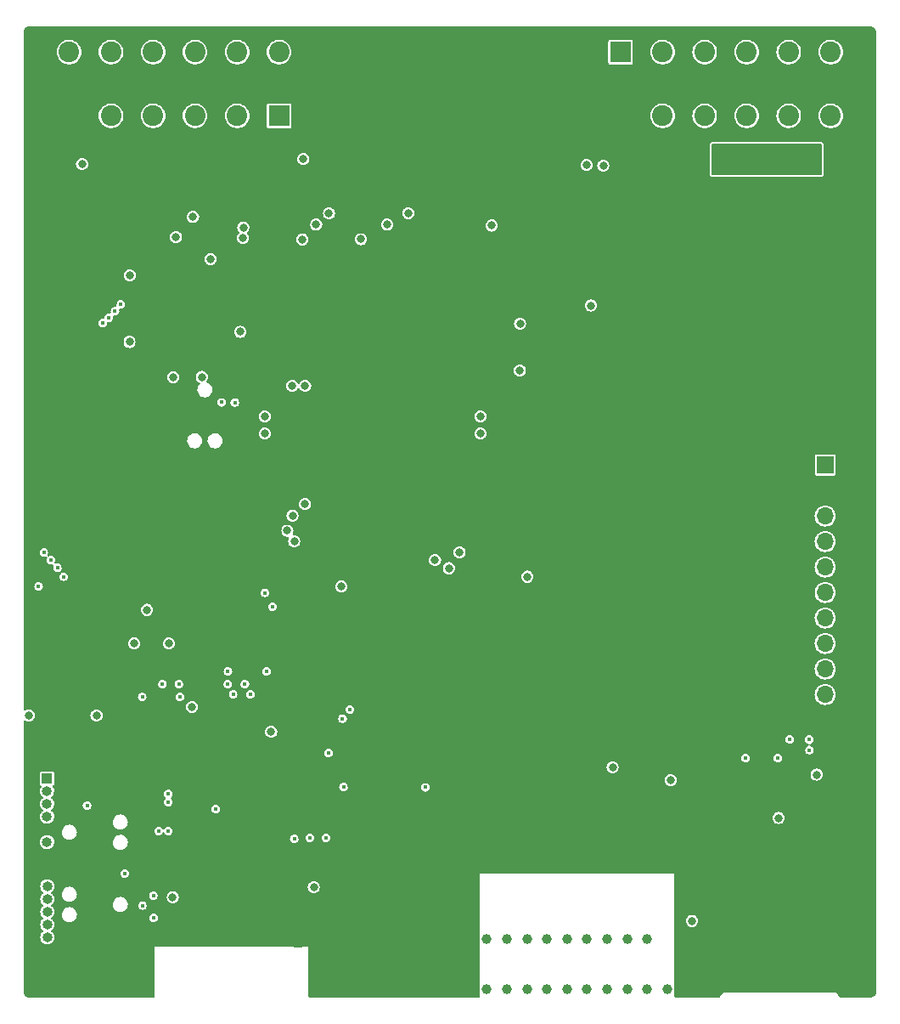
<source format=gbr>
%TF.GenerationSoftware,KiCad,Pcbnew,(6.0.2)*%
%TF.CreationDate,2022-05-10T14:48:36-06:00*%
%TF.ProjectId,CONEPROJ,434f4e45-5052-44f4-9a2e-6b696361645f,rev?*%
%TF.SameCoordinates,Original*%
%TF.FileFunction,Copper,L3,Inr*%
%TF.FilePolarity,Positive*%
%FSLAX46Y46*%
G04 Gerber Fmt 4.6, Leading zero omitted, Abs format (unit mm)*
G04 Created by KiCad (PCBNEW (6.0.2)) date 2022-05-10 14:48:36*
%MOMM*%
%LPD*%
G01*
G04 APERTURE LIST*
%TA.AperFunction,ComponentPad*%
%ADD10O,1.000000X1.000000*%
%TD*%
%TA.AperFunction,ComponentPad*%
%ADD11R,1.000000X1.000000*%
%TD*%
%TA.AperFunction,ComponentPad*%
%ADD12R,0.900000X0.500000*%
%TD*%
%TA.AperFunction,ComponentPad*%
%ADD13C,0.500000*%
%TD*%
%TA.AperFunction,ComponentPad*%
%ADD14R,2.056000X2.056000*%
%TD*%
%TA.AperFunction,ComponentPad*%
%ADD15C,2.056000*%
%TD*%
%TA.AperFunction,ComponentPad*%
%ADD16C,1.000000*%
%TD*%
%TA.AperFunction,ComponentPad*%
%ADD17C,5.600000*%
%TD*%
%TA.AperFunction,ComponentPad*%
%ADD18R,1.700000X1.700000*%
%TD*%
%TA.AperFunction,ComponentPad*%
%ADD19O,1.700000X1.700000*%
%TD*%
%TA.AperFunction,ComponentPad*%
%ADD20C,0.600000*%
%TD*%
%TA.AperFunction,ViaPad*%
%ADD21C,0.800000*%
%TD*%
%TA.AperFunction,ViaPad*%
%ADD22C,0.450000*%
%TD*%
G04 APERTURE END LIST*
D10*
%TO.N,unconnected-(J8-Pad6)*%
%TO.C,J8*%
X26830000Y-123760000D03*
%TO.N,GND*%
X26830000Y-122490000D03*
%TO.N,/MTDI*%
X26830000Y-121220000D03*
%TO.N,/MTMS*%
X26830000Y-119950000D03*
%TO.N,/MTDO*%
X26830000Y-118680000D03*
D11*
%TO.N,/MTCK*%
X26830000Y-117410000D03*
%TD*%
%TO.N,GND*%
%TO.C,J6*%
X26850000Y-126890000D03*
D10*
%TO.N,/RXD*%
X26850000Y-128160000D03*
%TO.N,/TXD*%
X26850000Y-129430000D03*
%TO.N,unconnected-(J6-Pad4)*%
X26850000Y-130700000D03*
%TO.N,/CTS*%
X26850000Y-131970000D03*
%TO.N,/CHIP_PU*%
X26850000Y-133240000D03*
%TD*%
D12*
%TO.N,GND*%
%TO.C,AE2*%
X51870000Y-133985000D03*
%TD*%
D13*
%TO.N,GND*%
%TO.C,U4*%
X51083122Y-118020000D03*
X46575317Y-117118439D03*
X52886245Y-118020000D03*
X45673755Y-118020000D03*
X51984683Y-118921561D03*
X48378439Y-115315317D03*
X48378439Y-118921561D03*
X49280000Y-118020000D03*
X50181561Y-118921561D03*
X49244645Y-119823122D03*
X48378439Y-117118439D03*
X49280000Y-114413755D03*
X49280000Y-121626245D03*
X51984683Y-117118439D03*
X48360761Y-120707006D03*
X50181561Y-117118439D03*
X51083122Y-116216878D03*
X51083122Y-119823122D03*
X50181561Y-115315317D03*
X47476878Y-118020000D03*
X47476878Y-116216878D03*
X47476878Y-119823122D03*
X49280000Y-116216878D03*
X46575317Y-118921561D03*
X50163883Y-120742361D03*
%TD*%
D14*
%TO.N,/GPO1*%
%TO.C,J4*%
X84025000Y-45040000D03*
D15*
%TO.N,/GPO2*%
X88215000Y-45040000D03*
%TO.N,/GPO3*%
X92405000Y-45040000D03*
%TO.N,/GPO4*%
X96595000Y-45040000D03*
%TO.N,/GPO6*%
X100785000Y-45040000D03*
%TO.N,/GPO5*%
X104975000Y-45040000D03*
%TO.N,/MOTOR1_OUT1*%
X104975000Y-51390000D03*
%TO.N,/MOTOR1_OUT2*%
X100785000Y-51390000D03*
%TO.N,/MOTOR2_OUT1*%
X96595000Y-51390000D03*
%TO.N,/MOTOR2_OUT2*%
X92405000Y-51390000D03*
%TO.N,/VBAT*%
X88215000Y-51390000D03*
%TO.N,GND*%
X84025000Y-51390000D03*
D14*
%TO.N,/CAN_P*%
X49975000Y-51390000D03*
D15*
%TO.N,/CONN_B2*%
X45785000Y-51390000D03*
%TO.N,/CONN_B3*%
X41595000Y-51390000D03*
%TO.N,/CONN_RP_USB_D_P*%
X37405000Y-51390000D03*
%TO.N,/USB_D_P*%
X33215000Y-51390000D03*
%TO.N,GND*%
X29025000Y-51390000D03*
%TO.N,+3V3*%
X29025000Y-45040000D03*
%TO.N,/USB_D_N*%
X33215000Y-45040000D03*
%TO.N,/CONN_RP_USB_D_N*%
X37405000Y-45040000D03*
%TO.N,/CONN_B10*%
X41595000Y-45040000D03*
%TO.N,/CONN_B11*%
X45785000Y-45040000D03*
%TO.N,/CAN_N*%
X49975000Y-45040000D03*
%TD*%
D16*
%TO.N,*%
%TO.C,AE3*%
X70682499Y-138437502D03*
X88682499Y-138437502D03*
X84682499Y-138437502D03*
X72682499Y-133437502D03*
X72682499Y-138437502D03*
X78682499Y-133437502D03*
X80682499Y-133437502D03*
X76682499Y-133437502D03*
X70682499Y-133437502D03*
X82682499Y-138437502D03*
X76682499Y-138437502D03*
X78682499Y-138437502D03*
X84682499Y-133437502D03*
X86682499Y-138437502D03*
X80682499Y-138437502D03*
X74682499Y-138437502D03*
X74682499Y-133437502D03*
X86682499Y-133437502D03*
X82682499Y-133437502D03*
%TD*%
D17*
%TO.N,GND*%
%TO.C,H1*%
X67000000Y-74000000D03*
%TD*%
D13*
%TO.N,GND*%
%TO.C,U10*%
X98476500Y-65225000D03*
X99776500Y-65225000D03*
X101076500Y-65225000D03*
X102376500Y-65225000D03*
X97176500Y-65225000D03*
X95876500Y-65225000D03*
X94576500Y-65225000D03*
X102376500Y-63925000D03*
X102376500Y-66525000D03*
X101076500Y-63925000D03*
X101076500Y-66525000D03*
X99776500Y-66525000D03*
X99776500Y-63925000D03*
X98476500Y-63925000D03*
X98476500Y-66525000D03*
X97176500Y-63925000D03*
X97176500Y-66525000D03*
X95876500Y-63925000D03*
X95876500Y-66525000D03*
X94576500Y-63925000D03*
X94576500Y-66525000D03*
%TD*%
D18*
%TO.N,+3V3*%
%TO.C,J5*%
X104430000Y-86190000D03*
D19*
%TO.N,GND*%
X104430000Y-88730000D03*
%TO.N,/CONN_RP_USB_D_P*%
X104430000Y-91270000D03*
%TO.N,/CONN_RP_USB_D_N*%
X104430000Y-93810000D03*
%TO.N,/USB_D_N*%
X104430000Y-96350000D03*
%TO.N,/USB_D_P*%
X104430000Y-98890000D03*
%TO.N,/FSPIQ*%
X104430000Y-101430000D03*
%TO.N,/FSPICLK*%
X104430000Y-103970000D03*
%TO.N,/FSPID*%
X104430000Y-106510000D03*
%TO.N,unconnected-(J5-Pad10)*%
X104430000Y-109050000D03*
%TD*%
D20*
%TO.N,GND*%
%TO.C,U11*%
X41765000Y-71050000D03*
X41765000Y-69775000D03*
X40490000Y-69775000D03*
X40490000Y-71050000D03*
X41765000Y-72325000D03*
X39215000Y-72325000D03*
X39215000Y-69775000D03*
X40490000Y-72325000D03*
X39215000Y-71050000D03*
%TD*%
D21*
%TO.N,GND*%
X72530000Y-67270000D03*
X73530000Y-67270000D03*
X74530000Y-67270000D03*
D22*
X46820000Y-132020000D03*
X47715000Y-132020000D03*
D21*
%TO.N,+3V3*%
X31760000Y-111130000D03*
D22*
X43650000Y-120470000D03*
D21*
X83230000Y-116300000D03*
D22*
X51480000Y-123450000D03*
X54890417Y-114883589D03*
D21*
X38970000Y-103970000D03*
X35510000Y-103970000D03*
X41280000Y-110280000D03*
X53430000Y-128260000D03*
X25020000Y-111130000D03*
X49180000Y-112780000D03*
X36800000Y-100620500D03*
X39362028Y-129242028D03*
D22*
%TO.N,/MTDI*%
X37940000Y-122650000D03*
%TO.N,/MTDO*%
X38930000Y-119780000D03*
%TO.N,/MTCK*%
X38930000Y-118970000D03*
%TO.N,/TXD*%
X37430000Y-129080000D03*
%TO.N,/RXD*%
X34570000Y-126890000D03*
D21*
%TO.N,GND*%
X35690000Y-122770000D03*
D22*
%TO.N,/MTMS*%
X30820000Y-120120000D03*
X38930000Y-122650000D03*
%TO.N,/CHIP_PU*%
X37440000Y-131300000D03*
%TO.N,/CTS*%
X36330000Y-130080000D03*
%TO.N,/CHIP_PU*%
X53030000Y-123334500D03*
%TO.N,/CTS*%
X54640000Y-123330000D03*
%TO.N,GND*%
X48920000Y-127990000D03*
D21*
X28620000Y-64310500D03*
X36380000Y-79180000D03*
X72600000Y-47550000D03*
X40880000Y-78260000D03*
X91100000Y-114980000D03*
X51550000Y-126110000D03*
X56200000Y-133990000D03*
D22*
X92610000Y-137500000D03*
D21*
X72600000Y-45010000D03*
X93700000Y-59800000D03*
X41578003Y-58741997D03*
X48699020Y-110570000D03*
X37870000Y-60770000D03*
D22*
X55340000Y-114220000D03*
D21*
X87900000Y-70400000D03*
D22*
X56660000Y-108930000D03*
X48610000Y-132010000D03*
D21*
X72600000Y-58200000D03*
X89600000Y-125600000D03*
D22*
X50760000Y-129940000D03*
D21*
X52390000Y-56965000D03*
X55479906Y-126721281D03*
X86400000Y-70400000D03*
D22*
X48920000Y-129960000D03*
D21*
X47190000Y-67140000D03*
X72500000Y-52890000D03*
X33810000Y-114832107D03*
X97590000Y-121350000D03*
X43161261Y-64660723D03*
D22*
X53780000Y-108930000D03*
D21*
X104400000Y-64200000D03*
X56200000Y-131030000D03*
D22*
X48920000Y-128970000D03*
D21*
X78000000Y-69300000D03*
X89604999Y-121250002D03*
X64320000Y-124390000D03*
D22*
X50760000Y-130950000D03*
D21*
X43020688Y-110239312D03*
X73530000Y-124280000D03*
D22*
X48930000Y-127130000D03*
D21*
X78000000Y-70300000D03*
X49090000Y-126110000D03*
X87220000Y-125600000D03*
D22*
X50770000Y-128950000D03*
D21*
X104400000Y-65200000D03*
X72600000Y-55680000D03*
X44010000Y-104650000D03*
X47219503Y-72960000D03*
X34050497Y-73930000D03*
X79300000Y-70300000D03*
X35909500Y-66679500D03*
X72600000Y-50350000D03*
D22*
X51530000Y-127970000D03*
D21*
X34030000Y-75490000D03*
X49660378Y-110569622D03*
X89500000Y-70400000D03*
X89594999Y-124220002D03*
X68220000Y-79660000D03*
X29190994Y-56232970D03*
X32610000Y-109290000D03*
D22*
X48610000Y-133000000D03*
D21*
X43270000Y-129560000D03*
D22*
X50770000Y-127110000D03*
D21*
X79300000Y-69300000D03*
X87900000Y-68800000D03*
X86400000Y-68800000D03*
X99770000Y-118700000D03*
D22*
X40970000Y-120470000D03*
D21*
X42280000Y-124770000D03*
X73680000Y-110300000D03*
X104400000Y-66400000D03*
X93200000Y-121250000D03*
X93700000Y-60900000D03*
%TO.N,/LED_RED*%
X70050000Y-81350000D03*
X48547600Y-81350000D03*
%TO.N,+3V3*%
X71180000Y-62330000D03*
X41390000Y-61480000D03*
X46100000Y-72920000D03*
X52390000Y-55715000D03*
X35050000Y-73930000D03*
X39410500Y-77428816D03*
X103560000Y-117040000D03*
X89020000Y-117580000D03*
X73980000Y-76770000D03*
X91140000Y-131610000D03*
X35080000Y-67300000D03*
X99780000Y-121360000D03*
%TO.N,/FSPICS0*%
X74730000Y-97320000D03*
D22*
X28510000Y-97320000D03*
%TO.N,/FSPIQ*%
X100890000Y-113550000D03*
X26510000Y-94900000D03*
D21*
X67970000Y-94900000D03*
D22*
X102850000Y-113550000D03*
D21*
%TO.N,/FSPICLK*%
X65520000Y-95680000D03*
D22*
X27200000Y-95680000D03*
%TO.N,/FSPID*%
X96490000Y-115400000D03*
X102860000Y-114590000D03*
X27860000Y-96440000D03*
X99710000Y-115400000D03*
D21*
X66900000Y-96470000D03*
D22*
%TO.N,/GPIO14*%
X48550000Y-98920000D03*
X56300000Y-111450000D03*
D21*
%TO.N,/USB_D_P*%
X51480000Y-93790000D03*
%TO.N,/USB_D_N*%
X50792400Y-92730000D03*
D22*
%TO.N,/SPICLK*%
X39970000Y-108020000D03*
X38343343Y-108020000D03*
%TO.N,/SPID*%
X40070000Y-109300000D03*
X36320000Y-109310000D03*
%TO.N,/SPICS0*%
X45380000Y-109030000D03*
X47094020Y-109030000D03*
%TO.N,/FSPICS1*%
X64540000Y-118300000D03*
X56390000Y-118270000D03*
%TO.N,/GPIO38*%
X25985500Y-98310000D03*
D21*
X56180000Y-98300000D03*
%TO.N,/VIN*%
X103500000Y-55900000D03*
X93600000Y-54800000D03*
X94600000Y-54800000D03*
X102500000Y-54900000D03*
X101500000Y-55900000D03*
X93600000Y-55800000D03*
X103500000Y-54900000D03*
X30320000Y-56220000D03*
X94600000Y-55800000D03*
X102500000Y-55900000D03*
X95600000Y-55800000D03*
X101500000Y-54900000D03*
X95600000Y-54800000D03*
%TO.N,/SW*%
X74000000Y-72100000D03*
X81050000Y-70300000D03*
D22*
%TO.N,Net-(R9-Pad2)*%
X44870000Y-106760000D03*
X48700000Y-106750000D03*
%TO.N,Net-(R11-Pad2)*%
X46560000Y-108020000D03*
X44860000Y-108020000D03*
D21*
%TO.N,/GPO5*%
X82300000Y-56350000D03*
%TO.N,/GPO6*%
X80620000Y-56310000D03*
%TO.N,/GPIO_CAN_P*%
X53670000Y-62240000D03*
X60730000Y-62239622D03*
D22*
%TO.N,/RP_SWD*%
X44260000Y-79950000D03*
X45550000Y-79960000D03*
D21*
%TO.N,+1V1*%
X43140000Y-65660000D03*
X39690000Y-63480000D03*
X42259500Y-77419536D03*
%TO.N,/GPIO_CAN_N*%
X54940000Y-61110000D03*
X62840000Y-61090000D03*
%TO.N,/GPIO21*%
X52290000Y-63710000D03*
X58142972Y-63692972D03*
D22*
%TO.N,/FSPICS2*%
X57042600Y-110550000D03*
X49300000Y-100300000D03*
D21*
%TO.N,/CONN_RP_USB_D_P*%
X52570000Y-78310000D03*
X46400000Y-62520000D03*
X52560000Y-90090000D03*
%TO.N,/CONN_RP_USB_D_N*%
X46370000Y-63570000D03*
X51280000Y-78300000D03*
X51310000Y-91220000D03*
%TO.N,/LED_GREEN*%
X70050000Y-83050000D03*
X48547600Y-83050000D03*
D22*
%TO.N,/CONN_B11*%
X33610000Y-70860000D03*
%TO.N,/CONN_B2*%
X34191731Y-70174500D03*
%TO.N,/CONN_B10*%
X33000000Y-71500000D03*
%TO.N,/CONN_B3*%
X32380000Y-72050000D03*
%TD*%
%TA.AperFunction,Conductor*%
%TO.N,/VIN*%
G36*
X104042121Y-54220002D02*
G01*
X104088614Y-54273658D01*
X104100000Y-54326000D01*
X104100000Y-57174000D01*
X104079998Y-57242121D01*
X104026342Y-57288614D01*
X103974000Y-57300000D01*
X93226000Y-57300000D01*
X93157879Y-57279998D01*
X93111386Y-57226342D01*
X93100000Y-57174000D01*
X93100000Y-54326000D01*
X93120002Y-54257879D01*
X93173658Y-54211386D01*
X93226000Y-54200000D01*
X103974000Y-54200000D01*
X104042121Y-54220002D01*
G37*
%TD.AperFunction*%
%TD*%
%TA.AperFunction,Conductor*%
%TO.N,GND*%
G36*
X108970682Y-42501500D02*
G01*
X108984957Y-42503723D01*
X108984960Y-42503723D01*
X108993830Y-42505104D01*
X109002734Y-42503940D01*
X109004391Y-42503960D01*
X109032888Y-42503706D01*
X109097156Y-42510947D01*
X109124664Y-42517226D01*
X109203541Y-42544826D01*
X109228962Y-42557068D01*
X109299726Y-42601532D01*
X109321785Y-42619124D01*
X109380876Y-42678215D01*
X109398468Y-42700274D01*
X109442932Y-42771038D01*
X109455174Y-42796459D01*
X109482774Y-42875336D01*
X109489053Y-42902842D01*
X109495597Y-42960917D01*
X109496380Y-42976564D01*
X109496278Y-42984954D01*
X109494896Y-42993828D01*
X109496061Y-43002734D01*
X109498936Y-43024724D01*
X109500000Y-43041061D01*
X109500000Y-138681297D01*
X109498500Y-138700681D01*
X109497785Y-138705276D01*
X109494896Y-138723829D01*
X109496060Y-138732733D01*
X109496040Y-138734389D01*
X109496294Y-138762886D01*
X109489054Y-138827151D01*
X109482775Y-138854661D01*
X109455172Y-138933545D01*
X109442930Y-138958965D01*
X109398468Y-139029726D01*
X109380876Y-139051785D01*
X109321785Y-139110876D01*
X109299726Y-139128468D01*
X109228962Y-139172932D01*
X109203541Y-139185174D01*
X109124664Y-139212774D01*
X109097158Y-139219053D01*
X109083546Y-139220587D01*
X109039079Y-139225597D01*
X109023436Y-139226380D01*
X109015046Y-139226278D01*
X109006172Y-139224896D01*
X108975276Y-139228936D01*
X108958939Y-139230000D01*
X105959774Y-139230000D01*
X105891653Y-139209998D01*
X105857686Y-139177851D01*
X105853541Y-139172121D01*
X105717108Y-138983521D01*
X105712658Y-138976941D01*
X105684685Y-138932607D01*
X105649504Y-138901537D01*
X105642345Y-138894693D01*
X105609729Y-138860956D01*
X105601926Y-138856511D01*
X105597900Y-138853386D01*
X105588321Y-138846539D01*
X105584064Y-138843743D01*
X105577334Y-138837799D01*
X105534859Y-138817857D01*
X105526047Y-138813287D01*
X105493081Y-138794508D01*
X105493080Y-138794507D01*
X105485281Y-138790065D01*
X105476546Y-138787989D01*
X105471787Y-138786113D01*
X105460696Y-138782238D01*
X105455818Y-138780747D01*
X105447689Y-138776930D01*
X105401327Y-138769711D01*
X105391580Y-138767797D01*
X105383198Y-138765805D01*
X105345939Y-138756951D01*
X105336975Y-138757410D01*
X105336973Y-138757410D01*
X105289631Y-138759835D01*
X105283186Y-138760000D01*
X94494705Y-138760000D01*
X94484986Y-138759625D01*
X94437176Y-138755926D01*
X94428388Y-138757774D01*
X94387030Y-138766471D01*
X94378964Y-138767895D01*
X94343931Y-138772912D01*
X94328223Y-138775162D01*
X94320051Y-138778877D01*
X94312850Y-138780983D01*
X94305798Y-138783554D01*
X94297019Y-138785400D01*
X94289107Y-138789638D01*
X94251858Y-138809590D01*
X94244516Y-138813221D01*
X94213864Y-138827158D01*
X94197844Y-138834442D01*
X94191052Y-138840294D01*
X94184736Y-138844333D01*
X94178676Y-138848789D01*
X94170766Y-138853026D01*
X94164363Y-138859313D01*
X94134199Y-138888931D01*
X94128169Y-138894478D01*
X94089343Y-138927932D01*
X94084464Y-138935460D01*
X94084461Y-138935463D01*
X94061116Y-138971480D01*
X94056442Y-138978202D01*
X93907768Y-139177851D01*
X93906722Y-139179255D01*
X93849993Y-139221945D01*
X93805664Y-139230000D01*
X89506000Y-139230000D01*
X89437879Y-139209998D01*
X89391386Y-139156342D01*
X89380000Y-139104000D01*
X89380000Y-138517336D01*
X89381257Y-138499583D01*
X89387408Y-138456364D01*
X89387408Y-138456361D01*
X89387989Y-138452280D01*
X89388144Y-138437502D01*
X89386339Y-138422582D01*
X89380913Y-138377749D01*
X89380000Y-138362612D01*
X89380000Y-131610000D01*
X90534318Y-131610000D01*
X90554956Y-131766762D01*
X90615464Y-131912841D01*
X90711718Y-132038282D01*
X90837159Y-132134536D01*
X90983238Y-132195044D01*
X91140000Y-132215682D01*
X91148188Y-132214604D01*
X91288574Y-132196122D01*
X91296762Y-132195044D01*
X91442841Y-132134536D01*
X91568282Y-132038282D01*
X91664536Y-131912841D01*
X91725044Y-131766762D01*
X91745682Y-131610000D01*
X91725044Y-131453238D01*
X91664536Y-131307159D01*
X91568282Y-131181718D01*
X91442841Y-131085464D01*
X91296762Y-131024956D01*
X91261822Y-131020356D01*
X91148188Y-131005396D01*
X91140000Y-131004318D01*
X91131812Y-131005396D01*
X91018179Y-131020356D01*
X90983238Y-131024956D01*
X90837159Y-131085464D01*
X90711718Y-131181718D01*
X90615464Y-131307159D01*
X90554956Y-131453238D01*
X90534318Y-131610000D01*
X89380000Y-131610000D01*
X89380000Y-126940000D01*
X69980000Y-126940000D01*
X69980000Y-133398255D01*
X69978922Y-133414700D01*
X69976893Y-133430113D01*
X69977727Y-133437663D01*
X69979239Y-133451363D01*
X69980000Y-133465189D01*
X69980000Y-138398255D01*
X69978922Y-138414700D01*
X69976893Y-138430113D01*
X69978885Y-138448155D01*
X69979239Y-138451363D01*
X69980000Y-138465189D01*
X69980000Y-139104000D01*
X69959998Y-139172121D01*
X69906342Y-139218614D01*
X69854000Y-139230000D01*
X53029274Y-139230000D01*
X52961153Y-139209998D01*
X52914660Y-139156342D01*
X52903274Y-139104338D01*
X52890049Y-134178114D01*
X52890049Y-134178113D01*
X52890000Y-134160000D01*
X37550000Y-134160000D01*
X37550000Y-139104000D01*
X37529998Y-139172121D01*
X37476342Y-139218614D01*
X37424000Y-139230000D01*
X25048703Y-139230000D01*
X25029319Y-139228500D01*
X25015044Y-139226277D01*
X25015041Y-139226277D01*
X25006171Y-139224896D01*
X24997267Y-139226060D01*
X24995611Y-139226040D01*
X24967114Y-139226294D01*
X24925924Y-139221654D01*
X24902846Y-139219053D01*
X24875339Y-139212775D01*
X24796455Y-139185172D01*
X24771035Y-139172930D01*
X24700274Y-139128468D01*
X24678215Y-139110876D01*
X24619124Y-139051785D01*
X24601532Y-139029726D01*
X24557068Y-138958962D01*
X24544826Y-138933541D01*
X24517226Y-138854664D01*
X24510947Y-138827158D01*
X24506242Y-138785400D01*
X24504403Y-138769079D01*
X24503620Y-138753436D01*
X24503722Y-138745046D01*
X24505104Y-138736172D01*
X24501064Y-138705276D01*
X24500000Y-138688939D01*
X24500000Y-133232611D01*
X26144394Y-133232611D01*
X26162999Y-133401135D01*
X26221266Y-133560356D01*
X26225502Y-133566659D01*
X26225502Y-133566660D01*
X26238574Y-133586113D01*
X26315830Y-133701083D01*
X26321442Y-133706190D01*
X26321445Y-133706193D01*
X26435612Y-133810077D01*
X26435616Y-133810080D01*
X26441233Y-133815191D01*
X26447906Y-133818814D01*
X26447910Y-133818817D01*
X26583558Y-133892467D01*
X26583560Y-133892468D01*
X26590235Y-133896092D01*
X26597584Y-133898020D01*
X26746883Y-133937188D01*
X26746885Y-133937188D01*
X26754233Y-133939116D01*
X26840609Y-133940473D01*
X26916161Y-133941660D01*
X26916164Y-133941660D01*
X26923760Y-133941779D01*
X26931165Y-133940083D01*
X26931166Y-133940083D01*
X26991586Y-133926245D01*
X27089029Y-133903928D01*
X27240498Y-133827747D01*
X27369423Y-133717634D01*
X27468361Y-133579947D01*
X27476237Y-133560356D01*
X27528766Y-133429687D01*
X27528767Y-133429685D01*
X27531601Y-133422634D01*
X27555490Y-133254778D01*
X27555645Y-133240000D01*
X27553840Y-133225080D01*
X27536188Y-133079220D01*
X27535276Y-133071680D01*
X27475345Y-132913077D01*
X27379312Y-132773349D01*
X27295663Y-132698820D01*
X27258107Y-132638570D01*
X27259088Y-132567580D01*
X27297652Y-132508933D01*
X27363648Y-132452567D01*
X27363651Y-132452564D01*
X27369423Y-132447634D01*
X27468361Y-132309947D01*
X27476237Y-132290356D01*
X27528766Y-132159687D01*
X27528767Y-132159685D01*
X27531601Y-132152634D01*
X27547161Y-132043305D01*
X27554909Y-131988862D01*
X27554909Y-131988859D01*
X27555490Y-131984778D01*
X27555645Y-131970000D01*
X27553840Y-131955080D01*
X27536188Y-131809220D01*
X27535276Y-131801680D01*
X27475345Y-131643077D01*
X27418406Y-131560231D01*
X27383614Y-131509608D01*
X27383613Y-131509607D01*
X27379312Y-131503349D01*
X27373418Y-131498097D01*
X27295663Y-131428820D01*
X27258107Y-131368570D01*
X27259088Y-131297580D01*
X27297652Y-131238933D01*
X27363648Y-131182567D01*
X27363651Y-131182564D01*
X27369423Y-131177634D01*
X27468361Y-131039947D01*
X27473724Y-131026607D01*
X28310222Y-131026607D01*
X28311462Y-131033823D01*
X28311462Y-131033825D01*
X28313688Y-131046780D01*
X28339673Y-131198004D01*
X28342538Y-131204738D01*
X28342539Y-131204740D01*
X28397830Y-131334680D01*
X28407765Y-131358029D01*
X28510843Y-131498097D01*
X28643380Y-131610695D01*
X28649895Y-131614022D01*
X28649897Y-131614023D01*
X28707874Y-131643627D01*
X28798265Y-131689783D01*
X28805374Y-131691523D01*
X28805378Y-131691524D01*
X28924711Y-131720724D01*
X28967190Y-131731119D01*
X28972789Y-131731466D01*
X28972793Y-131731467D01*
X28976228Y-131731680D01*
X28976237Y-131731680D01*
X28978167Y-131731800D01*
X29103547Y-131731800D01*
X29193922Y-131721263D01*
X29225467Y-131717586D01*
X29225469Y-131717586D01*
X29232739Y-131716738D01*
X29239616Y-131714242D01*
X29239619Y-131714241D01*
X29389333Y-131659897D01*
X29396212Y-131657400D01*
X29541650Y-131562047D01*
X29661251Y-131435793D01*
X29740126Y-131300000D01*
X37009196Y-131300000D01*
X37030281Y-131433126D01*
X37091472Y-131553220D01*
X37186780Y-131648528D01*
X37306874Y-131709719D01*
X37316663Y-131711269D01*
X37316665Y-131711270D01*
X37430207Y-131729253D01*
X37440000Y-131730804D01*
X37449793Y-131729253D01*
X37563335Y-131711270D01*
X37563337Y-131711269D01*
X37573126Y-131709719D01*
X37693220Y-131648528D01*
X37788528Y-131553220D01*
X37849719Y-131433126D01*
X37870804Y-131300000D01*
X37868863Y-131287747D01*
X37851270Y-131176665D01*
X37851269Y-131176663D01*
X37849719Y-131166874D01*
X37788528Y-131046780D01*
X37693220Y-130951472D01*
X37573126Y-130890281D01*
X37563337Y-130888731D01*
X37563335Y-130888730D01*
X37449793Y-130870747D01*
X37440000Y-130869196D01*
X37430207Y-130870747D01*
X37316665Y-130888730D01*
X37316663Y-130888731D01*
X37306874Y-130890281D01*
X37186780Y-130951472D01*
X37091472Y-131046780D01*
X37030281Y-131166874D01*
X37028731Y-131176663D01*
X37028730Y-131176665D01*
X37011137Y-131287747D01*
X37009196Y-131300000D01*
X29740126Y-131300000D01*
X29748599Y-131285412D01*
X29762677Y-131238933D01*
X29796888Y-131125975D01*
X29799010Y-131118969D01*
X29809778Y-130945393D01*
X29780327Y-130773996D01*
X29755513Y-130715680D01*
X29715102Y-130620708D01*
X29715101Y-130620706D01*
X29712235Y-130613971D01*
X29609157Y-130473903D01*
X29476620Y-130361305D01*
X29470105Y-130357978D01*
X29470103Y-130357977D01*
X29328256Y-130285547D01*
X29321735Y-130282217D01*
X29314626Y-130280477D01*
X29314622Y-130280476D01*
X29195289Y-130251276D01*
X29152810Y-130240881D01*
X29147211Y-130240534D01*
X29147207Y-130240533D01*
X29143772Y-130240320D01*
X29143763Y-130240320D01*
X29141833Y-130240200D01*
X29016453Y-130240200D01*
X28926078Y-130250737D01*
X28894533Y-130254414D01*
X28894531Y-130254414D01*
X28887261Y-130255262D01*
X28880384Y-130257758D01*
X28880381Y-130257759D01*
X28813001Y-130282217D01*
X28723788Y-130314600D01*
X28578350Y-130409953D01*
X28458749Y-130536207D01*
X28371401Y-130686588D01*
X28369280Y-130693592D01*
X28369278Y-130693596D01*
X28342743Y-130781209D01*
X28320990Y-130853031D01*
X28310222Y-131026607D01*
X27473724Y-131026607D01*
X27528766Y-130889687D01*
X27528767Y-130889685D01*
X27531601Y-130882634D01*
X27555490Y-130714778D01*
X27555645Y-130700000D01*
X27553840Y-130685080D01*
X27548068Y-130637387D01*
X27535276Y-130531680D01*
X27475345Y-130373077D01*
X27454006Y-130342029D01*
X27383614Y-130239608D01*
X27383613Y-130239607D01*
X27379312Y-130233349D01*
X27366529Y-130221959D01*
X27295663Y-130158820D01*
X27258107Y-130098570D01*
X27259088Y-130027580D01*
X27270249Y-130010607D01*
X33390222Y-130010607D01*
X33391462Y-130017823D01*
X33391462Y-130017825D01*
X33399513Y-130064680D01*
X33419673Y-130182004D01*
X33422538Y-130188738D01*
X33422539Y-130188740D01*
X33484017Y-130333220D01*
X33487765Y-130342029D01*
X33590843Y-130482097D01*
X33723380Y-130594695D01*
X33729895Y-130598022D01*
X33729897Y-130598023D01*
X33806988Y-130637387D01*
X33878265Y-130673783D01*
X33885374Y-130675523D01*
X33885378Y-130675524D01*
X34002302Y-130704135D01*
X34047190Y-130715119D01*
X34052789Y-130715466D01*
X34052793Y-130715467D01*
X34056228Y-130715680D01*
X34056237Y-130715680D01*
X34058167Y-130715800D01*
X34183547Y-130715800D01*
X34283602Y-130704135D01*
X34305467Y-130701586D01*
X34305469Y-130701586D01*
X34312739Y-130700738D01*
X34319616Y-130698242D01*
X34319619Y-130698241D01*
X34469333Y-130643897D01*
X34476212Y-130641400D01*
X34621650Y-130546047D01*
X34741251Y-130419793D01*
X34828599Y-130269412D01*
X34832129Y-130257759D01*
X34876888Y-130109975D01*
X34879010Y-130102969D01*
X34880435Y-130080000D01*
X35899196Y-130080000D01*
X35900747Y-130089793D01*
X35916419Y-130188740D01*
X35920281Y-130213126D01*
X35981472Y-130333220D01*
X36076780Y-130428528D01*
X36196874Y-130489719D01*
X36206663Y-130491269D01*
X36206665Y-130491270D01*
X36320207Y-130509253D01*
X36330000Y-130510804D01*
X36339793Y-130509253D01*
X36453335Y-130491270D01*
X36453337Y-130491269D01*
X36463126Y-130489719D01*
X36583220Y-130428528D01*
X36678528Y-130333220D01*
X36739719Y-130213126D01*
X36743582Y-130188740D01*
X36759253Y-130089793D01*
X36760804Y-130080000D01*
X36752502Y-130027580D01*
X36741270Y-129956665D01*
X36741269Y-129956663D01*
X36739719Y-129946874D01*
X36678528Y-129826780D01*
X36583220Y-129731472D01*
X36463126Y-129670281D01*
X36453337Y-129668731D01*
X36453335Y-129668730D01*
X36339793Y-129650747D01*
X36330000Y-129649196D01*
X36320207Y-129650747D01*
X36206665Y-129668730D01*
X36206663Y-129668731D01*
X36196874Y-129670281D01*
X36076780Y-129731472D01*
X35981472Y-129826780D01*
X35920281Y-129946874D01*
X35918731Y-129956663D01*
X35918730Y-129956665D01*
X35907498Y-130027580D01*
X35899196Y-130080000D01*
X34880435Y-130080000D01*
X34889778Y-129929393D01*
X34860327Y-129757996D01*
X34835513Y-129699680D01*
X34795102Y-129604708D01*
X34795101Y-129604706D01*
X34792235Y-129597971D01*
X34689157Y-129457903D01*
X34556620Y-129345305D01*
X34550105Y-129341978D01*
X34550103Y-129341977D01*
X34408256Y-129269547D01*
X34401735Y-129266217D01*
X34394626Y-129264477D01*
X34394622Y-129264476D01*
X34269422Y-129233840D01*
X34232810Y-129224881D01*
X34227211Y-129224534D01*
X34227207Y-129224533D01*
X34223772Y-129224320D01*
X34223763Y-129224320D01*
X34221833Y-129224200D01*
X34096453Y-129224200D01*
X34006078Y-129234737D01*
X33974533Y-129238414D01*
X33974531Y-129238414D01*
X33967261Y-129239262D01*
X33960384Y-129241758D01*
X33960381Y-129241759D01*
X33893001Y-129266217D01*
X33803788Y-129298600D01*
X33658350Y-129393953D01*
X33538749Y-129520207D01*
X33451401Y-129670588D01*
X33449280Y-129677592D01*
X33449278Y-129677596D01*
X33421375Y-129769724D01*
X33400990Y-129837031D01*
X33390222Y-130010607D01*
X27270249Y-130010607D01*
X27297652Y-129968933D01*
X27363648Y-129912567D01*
X27363651Y-129912564D01*
X27369423Y-129907634D01*
X27468361Y-129769947D01*
X27476237Y-129750356D01*
X27528766Y-129619687D01*
X27528767Y-129619685D01*
X27531601Y-129612634D01*
X27552783Y-129463802D01*
X27554909Y-129448862D01*
X27554909Y-129448859D01*
X27555490Y-129444778D01*
X27555645Y-129430000D01*
X27554619Y-129421517D01*
X27543933Y-129333220D01*
X27535276Y-129261680D01*
X27475345Y-129103077D01*
X27459254Y-129079664D01*
X27400795Y-128994607D01*
X28310222Y-128994607D01*
X28339673Y-129166004D01*
X28342538Y-129172738D01*
X28342539Y-129172740D01*
X28396094Y-129298600D01*
X28407765Y-129326029D01*
X28510843Y-129466097D01*
X28643380Y-129578695D01*
X28649895Y-129582022D01*
X28649897Y-129582023D01*
X28695107Y-129605108D01*
X28798265Y-129657783D01*
X28805374Y-129659523D01*
X28805378Y-129659524D01*
X28924711Y-129688724D01*
X28967190Y-129699119D01*
X28972789Y-129699466D01*
X28972793Y-129699467D01*
X28976228Y-129699680D01*
X28976237Y-129699680D01*
X28978167Y-129699800D01*
X29103547Y-129699800D01*
X29193922Y-129689263D01*
X29225467Y-129685586D01*
X29225469Y-129685586D01*
X29232739Y-129684738D01*
X29239616Y-129682242D01*
X29239619Y-129682241D01*
X29389333Y-129627897D01*
X29396212Y-129625400D01*
X29519043Y-129544869D01*
X29535531Y-129534059D01*
X29535532Y-129534058D01*
X29541650Y-129530047D01*
X29661251Y-129403793D01*
X29748599Y-129253412D01*
X29752129Y-129241759D01*
X29796888Y-129093975D01*
X29799010Y-129086969D01*
X29799442Y-129080000D01*
X36999196Y-129080000D01*
X37000747Y-129089793D01*
X37013885Y-129172740D01*
X37020281Y-129213126D01*
X37081472Y-129333220D01*
X37176780Y-129428528D01*
X37296874Y-129489719D01*
X37306663Y-129491269D01*
X37306665Y-129491270D01*
X37420207Y-129509253D01*
X37430000Y-129510804D01*
X37439793Y-129509253D01*
X37553335Y-129491270D01*
X37553337Y-129491269D01*
X37563126Y-129489719D01*
X37683220Y-129428528D01*
X37778528Y-129333220D01*
X37824993Y-129242028D01*
X38756346Y-129242028D01*
X38776984Y-129398790D01*
X38837492Y-129544869D01*
X38878465Y-129598266D01*
X38921579Y-129654453D01*
X38933746Y-129670310D01*
X39059187Y-129766564D01*
X39205266Y-129827072D01*
X39362028Y-129847710D01*
X39370216Y-129846632D01*
X39510602Y-129828150D01*
X39518790Y-129827072D01*
X39664869Y-129766564D01*
X39790310Y-129670310D01*
X39802478Y-129654453D01*
X39845591Y-129598266D01*
X39886564Y-129544869D01*
X39947072Y-129398790D01*
X39967710Y-129242028D01*
X39947072Y-129085266D01*
X39886564Y-128939187D01*
X39790310Y-128813746D01*
X39664869Y-128717492D01*
X39518790Y-128656984D01*
X39500591Y-128654588D01*
X39370216Y-128637424D01*
X39362028Y-128636346D01*
X39353840Y-128637424D01*
X39223466Y-128654588D01*
X39205266Y-128656984D01*
X39059187Y-128717492D01*
X38933746Y-128813746D01*
X38837492Y-128939187D01*
X38776984Y-129085266D01*
X38756346Y-129242028D01*
X37824993Y-129242028D01*
X37839719Y-129213126D01*
X37846116Y-129172740D01*
X37859253Y-129089793D01*
X37860804Y-129080000D01*
X37859253Y-129070207D01*
X37841270Y-128956665D01*
X37841269Y-128956663D01*
X37839719Y-128946874D01*
X37778528Y-128826780D01*
X37683220Y-128731472D01*
X37563126Y-128670281D01*
X37553337Y-128668731D01*
X37553335Y-128668730D01*
X37439793Y-128650747D01*
X37430000Y-128649196D01*
X37420207Y-128650747D01*
X37306665Y-128668730D01*
X37306663Y-128668731D01*
X37296874Y-128670281D01*
X37176780Y-128731472D01*
X37081472Y-128826780D01*
X37020281Y-128946874D01*
X37018731Y-128956663D01*
X37018730Y-128956665D01*
X37000747Y-129070207D01*
X36999196Y-129080000D01*
X29799442Y-129080000D01*
X29809778Y-128913393D01*
X29805815Y-128890326D01*
X29794895Y-128826780D01*
X29780327Y-128741996D01*
X29777461Y-128735260D01*
X29715102Y-128588708D01*
X29715101Y-128588706D01*
X29712235Y-128581971D01*
X29609157Y-128441903D01*
X29476620Y-128329305D01*
X29470105Y-128325978D01*
X29470103Y-128325977D01*
X29340894Y-128260000D01*
X52824318Y-128260000D01*
X52844956Y-128416762D01*
X52905464Y-128562841D01*
X53001718Y-128688282D01*
X53127159Y-128784536D01*
X53273238Y-128845044D01*
X53430000Y-128865682D01*
X53438188Y-128864604D01*
X53578574Y-128846122D01*
X53586762Y-128845044D01*
X53732841Y-128784536D01*
X53858282Y-128688282D01*
X53954536Y-128562841D01*
X54015044Y-128416762D01*
X54035682Y-128260000D01*
X54015044Y-128103238D01*
X53954536Y-127957159D01*
X53858282Y-127831718D01*
X53732841Y-127735464D01*
X53586762Y-127674956D01*
X53430000Y-127654318D01*
X53273238Y-127674956D01*
X53127159Y-127735464D01*
X53001718Y-127831718D01*
X52905464Y-127957159D01*
X52844956Y-128103238D01*
X52824318Y-128260000D01*
X29340894Y-128260000D01*
X29328256Y-128253547D01*
X29321735Y-128250217D01*
X29314626Y-128248477D01*
X29314622Y-128248476D01*
X29195289Y-128219276D01*
X29152810Y-128208881D01*
X29147211Y-128208534D01*
X29147207Y-128208533D01*
X29143772Y-128208320D01*
X29143763Y-128208320D01*
X29141833Y-128208200D01*
X29016453Y-128208200D01*
X28926078Y-128218737D01*
X28894533Y-128222414D01*
X28894531Y-128222414D01*
X28887261Y-128223262D01*
X28880384Y-128225758D01*
X28880381Y-128225759D01*
X28763492Y-128268188D01*
X28723788Y-128282600D01*
X28578350Y-128377953D01*
X28458749Y-128504207D01*
X28371401Y-128654588D01*
X28369280Y-128661592D01*
X28369278Y-128661596D01*
X28338619Y-128762824D01*
X28320990Y-128821031D01*
X28310222Y-128994607D01*
X27400795Y-128994607D01*
X27383614Y-128969608D01*
X27383613Y-128969607D01*
X27379312Y-128963349D01*
X27352194Y-128939187D01*
X27295663Y-128888820D01*
X27258107Y-128828570D01*
X27259088Y-128757580D01*
X27297652Y-128698933D01*
X27363648Y-128642567D01*
X27363651Y-128642564D01*
X27369423Y-128637634D01*
X27468361Y-128499947D01*
X27476237Y-128480356D01*
X27528766Y-128349687D01*
X27528767Y-128349685D01*
X27531601Y-128342634D01*
X27544754Y-128250217D01*
X27554909Y-128178862D01*
X27554909Y-128178859D01*
X27555490Y-128174778D01*
X27555645Y-128160000D01*
X27553840Y-128145080D01*
X27536188Y-127999220D01*
X27535276Y-127991680D01*
X27475345Y-127833077D01*
X27379312Y-127693349D01*
X27362215Y-127678116D01*
X27258392Y-127585612D01*
X27258388Y-127585610D01*
X27252721Y-127580560D01*
X27102881Y-127501224D01*
X26938441Y-127459919D01*
X26930843Y-127459879D01*
X26930841Y-127459879D01*
X26853668Y-127459475D01*
X26768895Y-127459031D01*
X26761508Y-127460805D01*
X26761504Y-127460805D01*
X26618162Y-127495220D01*
X26604032Y-127498612D01*
X26597288Y-127502093D01*
X26597285Y-127502094D01*
X26592089Y-127504776D01*
X26453369Y-127576375D01*
X26325604Y-127687831D01*
X26228113Y-127826547D01*
X26166524Y-127984513D01*
X26144394Y-128152611D01*
X26162999Y-128321135D01*
X26221266Y-128480356D01*
X26225502Y-128486659D01*
X26225502Y-128486660D01*
X26237293Y-128504207D01*
X26315830Y-128621083D01*
X26321446Y-128626193D01*
X26404958Y-128702184D01*
X26441880Y-128762824D01*
X26440157Y-128833800D01*
X26402987Y-128890326D01*
X26325604Y-128957831D01*
X26294685Y-129001825D01*
X26232860Y-129089793D01*
X26228113Y-129096547D01*
X26166524Y-129254513D01*
X26165532Y-129262046D01*
X26165532Y-129262047D01*
X26146172Y-129409107D01*
X26144394Y-129422611D01*
X26162999Y-129591135D01*
X26184814Y-129650747D01*
X26212709Y-129726972D01*
X26221266Y-129750356D01*
X26225502Y-129756659D01*
X26225502Y-129756660D01*
X26238574Y-129776113D01*
X26315830Y-129891083D01*
X26321446Y-129896193D01*
X26404958Y-129972184D01*
X26441880Y-130032824D01*
X26440157Y-130103800D01*
X26402987Y-130160326D01*
X26325604Y-130227831D01*
X26291932Y-130275742D01*
X26241201Y-130347925D01*
X26228113Y-130366547D01*
X26166524Y-130524513D01*
X26165532Y-130532046D01*
X26165532Y-130532047D01*
X26146873Y-130673783D01*
X26144394Y-130692611D01*
X26162999Y-130861135D01*
X26221266Y-131020356D01*
X26225502Y-131026659D01*
X26225502Y-131026660D01*
X26238574Y-131046113D01*
X26315830Y-131161083D01*
X26321446Y-131166193D01*
X26404958Y-131242184D01*
X26441880Y-131302824D01*
X26440157Y-131373800D01*
X26402987Y-131430326D01*
X26325604Y-131497831D01*
X26228113Y-131636547D01*
X26166524Y-131794513D01*
X26165532Y-131802046D01*
X26165532Y-131802047D01*
X26150084Y-131919392D01*
X26144394Y-131962611D01*
X26162999Y-132131135D01*
X26221266Y-132290356D01*
X26225502Y-132296659D01*
X26225502Y-132296660D01*
X26238574Y-132316113D01*
X26315830Y-132431083D01*
X26321446Y-132436193D01*
X26404958Y-132512184D01*
X26441880Y-132572824D01*
X26440157Y-132643800D01*
X26402987Y-132700326D01*
X26325604Y-132767831D01*
X26228113Y-132906547D01*
X26166524Y-133064513D01*
X26144394Y-133232611D01*
X24500000Y-133232611D01*
X24500000Y-126890000D01*
X34139196Y-126890000D01*
X34160281Y-127023126D01*
X34221472Y-127143220D01*
X34316780Y-127238528D01*
X34436874Y-127299719D01*
X34446663Y-127301269D01*
X34446665Y-127301270D01*
X34560207Y-127319253D01*
X34570000Y-127320804D01*
X34579793Y-127319253D01*
X34693335Y-127301270D01*
X34693337Y-127301269D01*
X34703126Y-127299719D01*
X34823220Y-127238528D01*
X34918528Y-127143220D01*
X34979719Y-127023126D01*
X35000804Y-126890000D01*
X34979719Y-126756874D01*
X34918528Y-126636780D01*
X34823220Y-126541472D01*
X34703126Y-126480281D01*
X34693337Y-126478731D01*
X34693335Y-126478730D01*
X34579793Y-126460747D01*
X34570000Y-126459196D01*
X34560207Y-126460747D01*
X34446665Y-126478730D01*
X34446663Y-126478731D01*
X34436874Y-126480281D01*
X34316780Y-126541472D01*
X34221472Y-126636780D01*
X34160281Y-126756874D01*
X34139196Y-126890000D01*
X24500000Y-126890000D01*
X24500000Y-123752611D01*
X26124394Y-123752611D01*
X26142999Y-123921135D01*
X26201266Y-124080356D01*
X26205502Y-124086659D01*
X26205502Y-124086660D01*
X26218574Y-124106113D01*
X26295830Y-124221083D01*
X26301442Y-124226190D01*
X26301445Y-124226193D01*
X26415612Y-124330077D01*
X26415616Y-124330080D01*
X26421233Y-124335191D01*
X26427906Y-124338814D01*
X26427910Y-124338817D01*
X26563558Y-124412467D01*
X26563560Y-124412468D01*
X26570235Y-124416092D01*
X26577584Y-124418020D01*
X26726883Y-124457188D01*
X26726885Y-124457188D01*
X26734233Y-124459116D01*
X26820609Y-124460473D01*
X26896161Y-124461660D01*
X26896164Y-124461660D01*
X26903760Y-124461779D01*
X26911165Y-124460083D01*
X26911166Y-124460083D01*
X26971586Y-124446245D01*
X27069029Y-124423928D01*
X27220498Y-124347747D01*
X27349423Y-124237634D01*
X27448361Y-124099947D01*
X27451194Y-124092900D01*
X27508766Y-123949687D01*
X27508767Y-123949685D01*
X27511601Y-123942634D01*
X27528114Y-123826607D01*
X33390222Y-123826607D01*
X33391462Y-123833823D01*
X33391462Y-123833825D01*
X33396178Y-123861270D01*
X33419673Y-123998004D01*
X33422538Y-124004738D01*
X33422539Y-124004740D01*
X33463051Y-124099947D01*
X33487765Y-124158029D01*
X33590843Y-124298097D01*
X33723380Y-124410695D01*
X33729895Y-124414022D01*
X33729897Y-124414023D01*
X33806988Y-124453387D01*
X33878265Y-124489783D01*
X33885374Y-124491523D01*
X33885378Y-124491524D01*
X34004711Y-124520724D01*
X34047190Y-124531119D01*
X34052789Y-124531466D01*
X34052793Y-124531467D01*
X34056228Y-124531680D01*
X34056237Y-124531680D01*
X34058167Y-124531800D01*
X34183547Y-124531800D01*
X34273922Y-124521263D01*
X34305467Y-124517586D01*
X34305469Y-124517586D01*
X34312739Y-124516738D01*
X34319616Y-124514242D01*
X34319619Y-124514241D01*
X34469333Y-124459897D01*
X34476212Y-124457400D01*
X34621650Y-124362047D01*
X34741251Y-124235793D01*
X34828599Y-124085412D01*
X34853033Y-124004740D01*
X34876888Y-123925975D01*
X34879010Y-123918969D01*
X34889778Y-123745393D01*
X34882532Y-123703220D01*
X34875163Y-123660336D01*
X34860327Y-123573996D01*
X34835513Y-123515680D01*
X34807566Y-123450000D01*
X51049196Y-123450000D01*
X51050747Y-123459793D01*
X51059618Y-123515800D01*
X51070281Y-123583126D01*
X51131472Y-123703220D01*
X51226780Y-123798528D01*
X51346874Y-123859719D01*
X51356663Y-123861269D01*
X51356665Y-123861270D01*
X51470207Y-123879253D01*
X51480000Y-123880804D01*
X51489793Y-123879253D01*
X51603335Y-123861270D01*
X51603337Y-123861269D01*
X51613126Y-123859719D01*
X51733220Y-123798528D01*
X51828528Y-123703220D01*
X51889719Y-123583126D01*
X51900383Y-123515800D01*
X51909253Y-123459793D01*
X51910804Y-123450000D01*
X51907133Y-123426819D01*
X51892511Y-123334500D01*
X52599196Y-123334500D01*
X52600747Y-123344293D01*
X52618018Y-123453335D01*
X52620281Y-123467626D01*
X52681472Y-123587720D01*
X52776780Y-123683028D01*
X52896874Y-123744219D01*
X52906663Y-123745769D01*
X52906665Y-123745770D01*
X53020207Y-123763753D01*
X53030000Y-123765304D01*
X53039793Y-123763753D01*
X53153335Y-123745770D01*
X53153337Y-123745769D01*
X53163126Y-123744219D01*
X53283220Y-123683028D01*
X53378528Y-123587720D01*
X53439719Y-123467626D01*
X53441983Y-123453335D01*
X53459253Y-123344293D01*
X53460804Y-123334500D01*
X53460091Y-123330000D01*
X54209196Y-123330000D01*
X54210747Y-123339793D01*
X54226647Y-123440180D01*
X54230281Y-123463126D01*
X54291472Y-123583220D01*
X54386780Y-123678528D01*
X54506874Y-123739719D01*
X54516663Y-123741269D01*
X54516665Y-123741270D01*
X54630207Y-123759253D01*
X54640000Y-123760804D01*
X54649793Y-123759253D01*
X54763335Y-123741270D01*
X54763337Y-123741269D01*
X54773126Y-123739719D01*
X54893220Y-123678528D01*
X54988528Y-123583220D01*
X55049719Y-123463126D01*
X55053354Y-123440180D01*
X55069253Y-123339793D01*
X55070804Y-123330000D01*
X55063217Y-123282097D01*
X55051270Y-123206665D01*
X55051269Y-123206663D01*
X55049719Y-123196874D01*
X54988528Y-123076780D01*
X54893220Y-122981472D01*
X54773126Y-122920281D01*
X54763337Y-122918731D01*
X54763335Y-122918730D01*
X54649793Y-122900747D01*
X54640000Y-122899196D01*
X54630207Y-122900747D01*
X54516665Y-122918730D01*
X54516663Y-122918731D01*
X54506874Y-122920281D01*
X54386780Y-122981472D01*
X54291472Y-123076780D01*
X54230281Y-123196874D01*
X54228731Y-123206663D01*
X54228730Y-123206665D01*
X54216783Y-123282097D01*
X54209196Y-123330000D01*
X53460091Y-123330000D01*
X53453486Y-123288296D01*
X53441270Y-123211165D01*
X53441269Y-123211163D01*
X53439719Y-123201374D01*
X53378528Y-123081280D01*
X53283220Y-122985972D01*
X53163126Y-122924781D01*
X53153337Y-122923231D01*
X53153335Y-122923230D01*
X53039793Y-122905247D01*
X53030000Y-122903696D01*
X53020207Y-122905247D01*
X52906665Y-122923230D01*
X52906663Y-122923231D01*
X52896874Y-122924781D01*
X52776780Y-122985972D01*
X52681472Y-123081280D01*
X52620281Y-123201374D01*
X52618731Y-123211163D01*
X52618730Y-123211165D01*
X52606514Y-123288296D01*
X52599196Y-123334500D01*
X51892511Y-123334500D01*
X51891270Y-123326665D01*
X51891269Y-123326663D01*
X51889719Y-123316874D01*
X51828528Y-123196780D01*
X51733220Y-123101472D01*
X51613126Y-123040281D01*
X51603337Y-123038731D01*
X51603335Y-123038730D01*
X51489793Y-123020747D01*
X51480000Y-123019196D01*
X51470207Y-123020747D01*
X51356665Y-123038730D01*
X51356663Y-123038731D01*
X51346874Y-123040281D01*
X51226780Y-123101472D01*
X51131472Y-123196780D01*
X51070281Y-123316874D01*
X51068731Y-123326663D01*
X51068730Y-123326665D01*
X51052867Y-123426819D01*
X51049196Y-123450000D01*
X34807566Y-123450000D01*
X34795102Y-123420708D01*
X34795101Y-123420706D01*
X34792235Y-123413971D01*
X34689157Y-123273903D01*
X34556620Y-123161305D01*
X34550105Y-123157978D01*
X34550103Y-123157977D01*
X34430631Y-123096972D01*
X34401735Y-123082217D01*
X34394626Y-123080477D01*
X34394622Y-123080476D01*
X34248752Y-123044782D01*
X34232810Y-123040881D01*
X34227211Y-123040534D01*
X34227207Y-123040533D01*
X34223772Y-123040320D01*
X34223763Y-123040320D01*
X34221833Y-123040200D01*
X34096453Y-123040200D01*
X34006078Y-123050737D01*
X33974533Y-123054414D01*
X33974531Y-123054414D01*
X33967261Y-123055262D01*
X33960384Y-123057758D01*
X33960381Y-123057759D01*
X33820640Y-123108483D01*
X33803788Y-123114600D01*
X33658350Y-123209953D01*
X33538749Y-123336207D01*
X33451401Y-123486588D01*
X33449280Y-123493592D01*
X33449278Y-123493596D01*
X33419487Y-123591959D01*
X33400990Y-123653031D01*
X33390222Y-123826607D01*
X27528114Y-123826607D01*
X27535490Y-123774778D01*
X27535562Y-123767932D01*
X27535602Y-123764135D01*
X27535602Y-123764129D01*
X27535645Y-123760000D01*
X27533840Y-123745080D01*
X27516188Y-123599220D01*
X27515276Y-123591680D01*
X27455345Y-123433077D01*
X27442214Y-123413971D01*
X27363614Y-123299608D01*
X27363613Y-123299607D01*
X27359312Y-123293349D01*
X27353119Y-123287831D01*
X27238392Y-123185612D01*
X27238388Y-123185610D01*
X27232721Y-123180560D01*
X27082881Y-123101224D01*
X26918441Y-123059919D01*
X26910843Y-123059879D01*
X26910841Y-123059879D01*
X26833668Y-123059475D01*
X26748895Y-123059031D01*
X26741508Y-123060805D01*
X26741504Y-123060805D01*
X26619436Y-123090112D01*
X26584032Y-123098612D01*
X26577288Y-123102093D01*
X26577285Y-123102094D01*
X26453383Y-123166045D01*
X26433369Y-123176375D01*
X26427647Y-123181367D01*
X26427645Y-123181368D01*
X26393488Y-123211165D01*
X26305604Y-123287831D01*
X26301237Y-123294045D01*
X26216952Y-123413971D01*
X26208113Y-123426547D01*
X26146524Y-123584513D01*
X26145532Y-123592046D01*
X26145532Y-123592047D01*
X26125499Y-123744219D01*
X26124394Y-123752611D01*
X24500000Y-123752611D01*
X24500000Y-122810607D01*
X28310222Y-122810607D01*
X28311462Y-122817823D01*
X28311462Y-122817825D01*
X28322097Y-122879719D01*
X28339673Y-122982004D01*
X28342538Y-122988738D01*
X28342539Y-122988740D01*
X28396094Y-123114600D01*
X28407765Y-123142029D01*
X28510843Y-123282097D01*
X28643380Y-123394695D01*
X28649895Y-123398022D01*
X28649897Y-123398023D01*
X28706291Y-123426819D01*
X28798265Y-123473783D01*
X28805374Y-123475523D01*
X28805378Y-123475524D01*
X28924711Y-123504724D01*
X28967190Y-123515119D01*
X28972789Y-123515466D01*
X28972793Y-123515467D01*
X28976228Y-123515680D01*
X28976237Y-123515680D01*
X28978167Y-123515800D01*
X29103547Y-123515800D01*
X29193922Y-123505263D01*
X29225467Y-123501586D01*
X29225469Y-123501586D01*
X29232739Y-123500738D01*
X29239616Y-123498242D01*
X29239619Y-123498241D01*
X29389333Y-123443897D01*
X29396212Y-123441400D01*
X29541650Y-123346047D01*
X29661251Y-123219793D01*
X29748599Y-123069412D01*
X29751475Y-123059919D01*
X29792404Y-122924781D01*
X29799010Y-122902969D01*
X29809778Y-122729393D01*
X29796136Y-122650000D01*
X37509196Y-122650000D01*
X37510747Y-122659793D01*
X37527792Y-122767408D01*
X37530281Y-122783126D01*
X37591472Y-122903220D01*
X37686780Y-122998528D01*
X37806874Y-123059719D01*
X37816663Y-123061269D01*
X37816665Y-123061270D01*
X37930207Y-123079253D01*
X37940000Y-123080804D01*
X37949793Y-123079253D01*
X38063335Y-123061270D01*
X38063337Y-123061269D01*
X38073126Y-123059719D01*
X38193220Y-122998528D01*
X38288528Y-122903220D01*
X38322733Y-122836089D01*
X38371481Y-122784474D01*
X38440396Y-122767408D01*
X38507598Y-122790309D01*
X38547267Y-122836089D01*
X38581472Y-122903220D01*
X38676780Y-122998528D01*
X38796874Y-123059719D01*
X38806663Y-123061269D01*
X38806665Y-123061270D01*
X38920207Y-123079253D01*
X38930000Y-123080804D01*
X38939793Y-123079253D01*
X39053335Y-123061270D01*
X39053337Y-123061269D01*
X39063126Y-123059719D01*
X39183220Y-122998528D01*
X39278528Y-122903220D01*
X39339719Y-122783126D01*
X39342209Y-122767408D01*
X39359253Y-122659793D01*
X39360804Y-122650000D01*
X39357640Y-122630025D01*
X39341270Y-122526665D01*
X39341269Y-122526663D01*
X39339719Y-122516874D01*
X39278528Y-122396780D01*
X39183220Y-122301472D01*
X39063126Y-122240281D01*
X39053337Y-122238731D01*
X39053335Y-122238730D01*
X38939793Y-122220747D01*
X38930000Y-122219196D01*
X38920207Y-122220747D01*
X38806665Y-122238730D01*
X38806663Y-122238731D01*
X38796874Y-122240281D01*
X38676780Y-122301472D01*
X38581472Y-122396780D01*
X38576972Y-122405612D01*
X38547267Y-122463911D01*
X38498519Y-122515526D01*
X38429604Y-122532592D01*
X38362402Y-122509691D01*
X38322733Y-122463911D01*
X38293028Y-122405612D01*
X38288528Y-122396780D01*
X38193220Y-122301472D01*
X38073126Y-122240281D01*
X38063337Y-122238731D01*
X38063335Y-122238730D01*
X37949793Y-122220747D01*
X37940000Y-122219196D01*
X37930207Y-122220747D01*
X37816665Y-122238730D01*
X37816663Y-122238731D01*
X37806874Y-122240281D01*
X37686780Y-122301472D01*
X37591472Y-122396780D01*
X37530281Y-122516874D01*
X37528731Y-122526663D01*
X37528730Y-122526665D01*
X37512360Y-122630025D01*
X37509196Y-122650000D01*
X29796136Y-122650000D01*
X29780327Y-122557996D01*
X29777461Y-122551260D01*
X29715102Y-122404708D01*
X29715101Y-122404706D01*
X29712235Y-122397971D01*
X29609157Y-122257903D01*
X29476620Y-122145305D01*
X29470105Y-122141978D01*
X29470103Y-122141977D01*
X29328256Y-122069547D01*
X29321735Y-122066217D01*
X29314626Y-122064477D01*
X29314622Y-122064476D01*
X29195289Y-122035276D01*
X29152810Y-122024881D01*
X29147211Y-122024534D01*
X29147207Y-122024533D01*
X29143772Y-122024320D01*
X29143763Y-122024320D01*
X29141833Y-122024200D01*
X29016453Y-122024200D01*
X28926078Y-122034737D01*
X28894533Y-122038414D01*
X28894531Y-122038414D01*
X28887261Y-122039262D01*
X28880384Y-122041758D01*
X28880381Y-122041759D01*
X28813001Y-122066217D01*
X28723788Y-122098600D01*
X28578350Y-122193953D01*
X28458749Y-122320207D01*
X28371401Y-122470588D01*
X28369280Y-122477592D01*
X28369278Y-122477596D01*
X28342743Y-122565209D01*
X28320990Y-122637031D01*
X28310222Y-122810607D01*
X24500000Y-122810607D01*
X24500000Y-121212611D01*
X26124394Y-121212611D01*
X26142999Y-121381135D01*
X26150867Y-121402634D01*
X26195424Y-121524391D01*
X26201266Y-121540356D01*
X26205502Y-121546659D01*
X26205502Y-121546660D01*
X26218574Y-121566113D01*
X26295830Y-121681083D01*
X26301442Y-121686190D01*
X26301445Y-121686193D01*
X26415612Y-121790077D01*
X26415616Y-121790080D01*
X26421233Y-121795191D01*
X26427906Y-121798814D01*
X26427910Y-121798817D01*
X26563558Y-121872467D01*
X26563560Y-121872468D01*
X26570235Y-121876092D01*
X26577584Y-121878020D01*
X26726883Y-121917188D01*
X26726885Y-121917188D01*
X26734233Y-121919116D01*
X26820609Y-121920473D01*
X26896161Y-121921660D01*
X26896164Y-121921660D01*
X26903760Y-121921779D01*
X26911165Y-121920083D01*
X26911166Y-121920083D01*
X26971586Y-121906245D01*
X27069029Y-121883928D01*
X27220498Y-121807747D01*
X27235883Y-121794607D01*
X33390222Y-121794607D01*
X33391462Y-121801823D01*
X33391462Y-121801825D01*
X33392480Y-121807747D01*
X33419673Y-121966004D01*
X33422538Y-121972738D01*
X33422539Y-121972740D01*
X33476094Y-122098600D01*
X33487765Y-122126029D01*
X33590843Y-122266097D01*
X33723380Y-122378695D01*
X33729895Y-122382022D01*
X33729897Y-122382023D01*
X33776094Y-122405612D01*
X33878265Y-122457783D01*
X33885374Y-122459523D01*
X33885378Y-122459524D01*
X34004711Y-122488724D01*
X34047190Y-122499119D01*
X34052789Y-122499466D01*
X34052793Y-122499467D01*
X34056228Y-122499680D01*
X34056237Y-122499680D01*
X34058167Y-122499800D01*
X34183547Y-122499800D01*
X34273922Y-122489263D01*
X34305467Y-122485586D01*
X34305469Y-122485586D01*
X34312739Y-122484738D01*
X34319616Y-122482242D01*
X34319619Y-122482241D01*
X34469333Y-122427897D01*
X34476212Y-122425400D01*
X34621650Y-122330047D01*
X34741251Y-122203793D01*
X34828599Y-122053412D01*
X34832129Y-122041759D01*
X34876888Y-121893975D01*
X34879010Y-121886969D01*
X34889778Y-121713393D01*
X34887918Y-121702564D01*
X34875163Y-121628336D01*
X34860327Y-121541996D01*
X34820441Y-121448258D01*
X34795102Y-121388708D01*
X34795101Y-121388706D01*
X34792235Y-121381971D01*
X34776066Y-121360000D01*
X99174318Y-121360000D01*
X99194956Y-121516762D01*
X99255464Y-121662841D01*
X99351718Y-121788282D01*
X99358264Y-121793305D01*
X99369368Y-121801825D01*
X99477159Y-121884536D01*
X99623238Y-121945044D01*
X99780000Y-121965682D01*
X99788188Y-121964604D01*
X99928574Y-121946122D01*
X99936762Y-121945044D01*
X100082841Y-121884536D01*
X100190632Y-121801825D01*
X100201736Y-121793305D01*
X100208282Y-121788282D01*
X100304536Y-121662841D01*
X100365044Y-121516762D01*
X100385682Y-121360000D01*
X100365044Y-121203238D01*
X100304536Y-121057159D01*
X100208282Y-120931718D01*
X100082841Y-120835464D01*
X99936762Y-120774956D01*
X99780000Y-120754318D01*
X99623238Y-120774956D01*
X99477159Y-120835464D01*
X99351718Y-120931718D01*
X99255464Y-121057159D01*
X99194956Y-121203238D01*
X99174318Y-121360000D01*
X34776066Y-121360000D01*
X34689157Y-121241903D01*
X34556620Y-121129305D01*
X34550105Y-121125978D01*
X34550103Y-121125977D01*
X34460263Y-121080103D01*
X34401735Y-121050217D01*
X34394626Y-121048477D01*
X34394622Y-121048476D01*
X34275289Y-121019276D01*
X34232810Y-121008881D01*
X34227211Y-121008534D01*
X34227207Y-121008533D01*
X34223772Y-121008320D01*
X34223763Y-121008320D01*
X34221833Y-121008200D01*
X34096453Y-121008200D01*
X34006078Y-121018737D01*
X33974533Y-121022414D01*
X33974531Y-121022414D01*
X33967261Y-121023262D01*
X33960384Y-121025758D01*
X33960381Y-121025759D01*
X33852856Y-121064789D01*
X33803788Y-121082600D01*
X33658350Y-121177953D01*
X33538749Y-121304207D01*
X33451401Y-121454588D01*
X33449280Y-121461592D01*
X33449278Y-121461596D01*
X33423515Y-121546660D01*
X33400990Y-121621031D01*
X33390222Y-121794607D01*
X27235883Y-121794607D01*
X27349423Y-121697634D01*
X27448361Y-121559947D01*
X27458285Y-121535260D01*
X27508766Y-121409687D01*
X27508767Y-121409685D01*
X27511601Y-121402634D01*
X27526365Y-121298893D01*
X27534909Y-121238862D01*
X27534909Y-121238859D01*
X27535490Y-121234778D01*
X27535645Y-121220000D01*
X27534608Y-121211426D01*
X27525243Y-121134045D01*
X27515276Y-121051680D01*
X27455345Y-120893077D01*
X27443071Y-120875218D01*
X27363614Y-120759608D01*
X27363613Y-120759607D01*
X27359312Y-120753349D01*
X27315584Y-120714388D01*
X27275663Y-120678820D01*
X27238107Y-120618570D01*
X27239088Y-120547580D01*
X27277652Y-120488933D01*
X27343648Y-120432567D01*
X27343651Y-120432564D01*
X27349423Y-120427634D01*
X27448361Y-120289947D01*
X27456237Y-120270356D01*
X27508766Y-120139687D01*
X27508767Y-120139685D01*
X27511601Y-120132634D01*
X27513399Y-120120000D01*
X30389196Y-120120000D01*
X30410281Y-120253126D01*
X30471472Y-120373220D01*
X30566780Y-120468528D01*
X30686874Y-120529719D01*
X30696663Y-120531269D01*
X30696665Y-120531270D01*
X30810207Y-120549253D01*
X30820000Y-120550804D01*
X30829793Y-120549253D01*
X30943335Y-120531270D01*
X30943337Y-120531269D01*
X30953126Y-120529719D01*
X31070331Y-120470000D01*
X43219196Y-120470000D01*
X43220747Y-120479793D01*
X43228655Y-120529719D01*
X43240281Y-120603126D01*
X43301472Y-120723220D01*
X43396780Y-120818528D01*
X43516874Y-120879719D01*
X43526663Y-120881269D01*
X43526665Y-120881270D01*
X43640207Y-120899253D01*
X43650000Y-120900804D01*
X43659793Y-120899253D01*
X43773335Y-120881270D01*
X43773337Y-120881269D01*
X43783126Y-120879719D01*
X43903220Y-120818528D01*
X43998528Y-120723220D01*
X44059719Y-120603126D01*
X44071346Y-120529719D01*
X44079253Y-120479793D01*
X44080804Y-120470000D01*
X44059719Y-120336874D01*
X43998528Y-120216780D01*
X43903220Y-120121472D01*
X43783126Y-120060281D01*
X43773337Y-120058731D01*
X43773335Y-120058730D01*
X43659793Y-120040747D01*
X43650000Y-120039196D01*
X43640207Y-120040747D01*
X43526665Y-120058730D01*
X43526663Y-120058731D01*
X43516874Y-120060281D01*
X43396780Y-120121472D01*
X43301472Y-120216780D01*
X43240281Y-120336874D01*
X43219196Y-120470000D01*
X31070331Y-120470000D01*
X31073220Y-120468528D01*
X31168528Y-120373220D01*
X31229719Y-120253126D01*
X31250804Y-120120000D01*
X31248204Y-120103586D01*
X31231270Y-119996665D01*
X31231269Y-119996663D01*
X31229719Y-119986874D01*
X31168528Y-119866780D01*
X31081748Y-119780000D01*
X38499196Y-119780000D01*
X38500747Y-119789793D01*
X38512941Y-119866780D01*
X38520281Y-119913126D01*
X38581472Y-120033220D01*
X38676780Y-120128528D01*
X38796874Y-120189719D01*
X38806663Y-120191269D01*
X38806665Y-120191270D01*
X38920207Y-120209253D01*
X38930000Y-120210804D01*
X38939793Y-120209253D01*
X39053335Y-120191270D01*
X39053337Y-120191269D01*
X39063126Y-120189719D01*
X39183220Y-120128528D01*
X39278528Y-120033220D01*
X39339719Y-119913126D01*
X39347060Y-119866780D01*
X39359253Y-119789793D01*
X39360804Y-119780000D01*
X39339719Y-119646874D01*
X39278528Y-119526780D01*
X39215843Y-119464095D01*
X39181817Y-119401783D01*
X39186882Y-119330968D01*
X39215843Y-119285905D01*
X39278528Y-119223220D01*
X39339719Y-119103126D01*
X39360804Y-118970000D01*
X39342607Y-118855108D01*
X39341270Y-118846665D01*
X39341269Y-118846663D01*
X39339719Y-118836874D01*
X39278528Y-118716780D01*
X39183220Y-118621472D01*
X39063126Y-118560281D01*
X39053337Y-118558731D01*
X39053335Y-118558730D01*
X38939793Y-118540747D01*
X38930000Y-118539196D01*
X38920207Y-118540747D01*
X38806665Y-118558730D01*
X38806663Y-118558731D01*
X38796874Y-118560281D01*
X38676780Y-118621472D01*
X38581472Y-118716780D01*
X38520281Y-118836874D01*
X38518731Y-118846663D01*
X38518730Y-118846665D01*
X38517393Y-118855108D01*
X38499196Y-118970000D01*
X38520281Y-119103126D01*
X38581472Y-119223220D01*
X38644157Y-119285905D01*
X38678183Y-119348217D01*
X38673118Y-119419032D01*
X38644157Y-119464095D01*
X38581472Y-119526780D01*
X38520281Y-119646874D01*
X38499196Y-119780000D01*
X31081748Y-119780000D01*
X31073220Y-119771472D01*
X30953126Y-119710281D01*
X30943337Y-119708731D01*
X30943335Y-119708730D01*
X30829793Y-119690747D01*
X30820000Y-119689196D01*
X30810207Y-119690747D01*
X30696665Y-119708730D01*
X30696663Y-119708731D01*
X30686874Y-119710281D01*
X30566780Y-119771472D01*
X30471472Y-119866780D01*
X30410281Y-119986874D01*
X30408731Y-119996663D01*
X30408730Y-119996665D01*
X30391796Y-120103586D01*
X30389196Y-120120000D01*
X27513399Y-120120000D01*
X27524899Y-120039196D01*
X27534909Y-119968862D01*
X27534909Y-119968859D01*
X27535490Y-119964778D01*
X27535645Y-119950000D01*
X27533840Y-119935080D01*
X27524726Y-119859769D01*
X27515276Y-119781680D01*
X27455345Y-119623077D01*
X27395232Y-119535612D01*
X27363614Y-119489608D01*
X27363613Y-119489607D01*
X27359312Y-119483349D01*
X27275663Y-119408820D01*
X27238107Y-119348570D01*
X27239088Y-119277580D01*
X27277652Y-119218933D01*
X27343648Y-119162567D01*
X27343651Y-119162564D01*
X27349423Y-119157634D01*
X27448361Y-119019947D01*
X27456237Y-119000356D01*
X27508766Y-118869687D01*
X27508767Y-118869685D01*
X27511601Y-118862634D01*
X27534004Y-118705218D01*
X27534909Y-118698862D01*
X27534909Y-118698859D01*
X27535490Y-118694778D01*
X27535645Y-118680000D01*
X27533840Y-118665080D01*
X27521151Y-118560231D01*
X27515276Y-118511680D01*
X27455345Y-118353077D01*
X27418866Y-118300000D01*
X27398248Y-118270000D01*
X55959196Y-118270000D01*
X55960747Y-118279793D01*
X55965499Y-118309793D01*
X55980281Y-118403126D01*
X56041472Y-118523220D01*
X56136780Y-118618528D01*
X56256874Y-118679719D01*
X56266663Y-118681269D01*
X56266665Y-118681270D01*
X56380207Y-118699253D01*
X56390000Y-118700804D01*
X56399793Y-118699253D01*
X56513335Y-118681270D01*
X56513337Y-118681269D01*
X56523126Y-118679719D01*
X56643220Y-118618528D01*
X56738528Y-118523220D01*
X56799719Y-118403126D01*
X56814502Y-118309793D01*
X56816053Y-118300000D01*
X64109196Y-118300000D01*
X64110747Y-118309793D01*
X64118728Y-118360180D01*
X64130281Y-118433126D01*
X64191472Y-118553220D01*
X64286780Y-118648528D01*
X64406874Y-118709719D01*
X64416663Y-118711269D01*
X64416665Y-118711270D01*
X64530207Y-118729253D01*
X64540000Y-118730804D01*
X64549793Y-118729253D01*
X64663335Y-118711270D01*
X64663337Y-118711269D01*
X64673126Y-118709719D01*
X64793220Y-118648528D01*
X64888528Y-118553220D01*
X64949719Y-118433126D01*
X64961273Y-118360180D01*
X64969253Y-118309793D01*
X64970804Y-118300000D01*
X64967604Y-118279793D01*
X64951270Y-118176665D01*
X64951269Y-118176663D01*
X64949719Y-118166874D01*
X64888528Y-118046780D01*
X64793220Y-117951472D01*
X64673126Y-117890281D01*
X64663337Y-117888731D01*
X64663335Y-117888730D01*
X64549793Y-117870747D01*
X64540000Y-117869196D01*
X64530207Y-117870747D01*
X64416665Y-117888730D01*
X64416663Y-117888731D01*
X64406874Y-117890281D01*
X64286780Y-117951472D01*
X64191472Y-118046780D01*
X64130281Y-118166874D01*
X64128731Y-118176663D01*
X64128730Y-118176665D01*
X64112396Y-118279793D01*
X64109196Y-118300000D01*
X56816053Y-118300000D01*
X56819253Y-118279793D01*
X56820804Y-118270000D01*
X56819253Y-118260207D01*
X56801270Y-118146665D01*
X56801269Y-118146663D01*
X56799719Y-118136874D01*
X56738528Y-118016780D01*
X56643220Y-117921472D01*
X56523126Y-117860281D01*
X56513337Y-117858731D01*
X56513335Y-117858730D01*
X56399793Y-117840747D01*
X56390000Y-117839196D01*
X56380207Y-117840747D01*
X56266665Y-117858730D01*
X56266663Y-117858731D01*
X56256874Y-117860281D01*
X56136780Y-117921472D01*
X56041472Y-118016780D01*
X55980281Y-118136874D01*
X55978731Y-118146663D01*
X55978730Y-118146665D01*
X55960747Y-118260207D01*
X55959196Y-118270000D01*
X27398248Y-118270000D01*
X27393095Y-118262503D01*
X27370995Y-118195034D01*
X27388880Y-118126327D01*
X27426933Y-118086371D01*
X27464237Y-118061445D01*
X27464239Y-118061443D01*
X27474552Y-118054552D01*
X27518867Y-117988231D01*
X27530500Y-117929748D01*
X27530500Y-117580000D01*
X88414318Y-117580000D01*
X88434956Y-117736762D01*
X88495464Y-117882841D01*
X88591718Y-118008282D01*
X88717159Y-118104536D01*
X88863238Y-118165044D01*
X89020000Y-118185682D01*
X89028188Y-118184604D01*
X89168574Y-118166122D01*
X89176762Y-118165044D01*
X89322841Y-118104536D01*
X89448282Y-118008282D01*
X89544536Y-117882841D01*
X89605044Y-117736762D01*
X89625682Y-117580000D01*
X89605044Y-117423238D01*
X89544536Y-117277159D01*
X89448282Y-117151718D01*
X89322841Y-117055464D01*
X89285508Y-117040000D01*
X102954318Y-117040000D01*
X102974956Y-117196762D01*
X103035464Y-117342841D01*
X103131718Y-117468282D01*
X103257159Y-117564536D01*
X103403238Y-117625044D01*
X103560000Y-117645682D01*
X103568188Y-117644604D01*
X103708574Y-117626122D01*
X103716762Y-117625044D01*
X103862841Y-117564536D01*
X103988282Y-117468282D01*
X104084536Y-117342841D01*
X104145044Y-117196762D01*
X104165682Y-117040000D01*
X104145044Y-116883238D01*
X104084536Y-116737159D01*
X103988282Y-116611718D01*
X103862841Y-116515464D01*
X103716762Y-116454956D01*
X103560000Y-116434318D01*
X103403238Y-116454956D01*
X103257159Y-116515464D01*
X103131718Y-116611718D01*
X103035464Y-116737159D01*
X102974956Y-116883238D01*
X102954318Y-117040000D01*
X89285508Y-117040000D01*
X89176762Y-116994956D01*
X89020000Y-116974318D01*
X88863238Y-116994956D01*
X88717159Y-117055464D01*
X88591718Y-117151718D01*
X88495464Y-117277159D01*
X88434956Y-117423238D01*
X88414318Y-117580000D01*
X27530500Y-117580000D01*
X27530500Y-116890252D01*
X27518867Y-116831769D01*
X27474552Y-116765448D01*
X27408231Y-116721133D01*
X27396062Y-116718712D01*
X27396061Y-116718712D01*
X27355816Y-116710707D01*
X27349748Y-116709500D01*
X26310252Y-116709500D01*
X26304184Y-116710707D01*
X26263939Y-116718712D01*
X26263938Y-116718712D01*
X26251769Y-116721133D01*
X26185448Y-116765448D01*
X26141133Y-116831769D01*
X26129500Y-116890252D01*
X26129500Y-117929748D01*
X26141133Y-117988231D01*
X26185448Y-118054552D01*
X26195761Y-118061443D01*
X26195763Y-118061445D01*
X26233248Y-118086492D01*
X26278776Y-118140969D01*
X26287623Y-118211413D01*
X26266333Y-118263707D01*
X26212484Y-118340326D01*
X26212480Y-118340333D01*
X26208113Y-118346547D01*
X26146524Y-118504513D01*
X26145532Y-118512046D01*
X26145532Y-118512047D01*
X26127565Y-118648528D01*
X26124394Y-118672611D01*
X26142999Y-118841135D01*
X26201266Y-119000356D01*
X26205502Y-119006659D01*
X26205502Y-119006660D01*
X26218574Y-119026113D01*
X26295830Y-119141083D01*
X26301446Y-119146193D01*
X26384958Y-119222184D01*
X26421880Y-119282824D01*
X26420157Y-119353800D01*
X26382987Y-119410326D01*
X26305604Y-119477831D01*
X26208113Y-119616547D01*
X26146524Y-119774513D01*
X26145532Y-119782046D01*
X26145532Y-119782047D01*
X26127113Y-119921959D01*
X26124394Y-119942611D01*
X26142999Y-120111135D01*
X26149348Y-120128483D01*
X26194961Y-120253126D01*
X26201266Y-120270356D01*
X26205502Y-120276659D01*
X26205502Y-120276660D01*
X26218574Y-120296113D01*
X26295830Y-120411083D01*
X26301446Y-120416193D01*
X26384958Y-120492184D01*
X26421880Y-120552824D01*
X26420157Y-120623800D01*
X26382987Y-120680326D01*
X26305604Y-120747831D01*
X26264475Y-120806351D01*
X26212912Y-120879719D01*
X26208113Y-120886547D01*
X26146524Y-121044513D01*
X26145532Y-121052046D01*
X26145532Y-121052047D01*
X26128957Y-121177953D01*
X26124394Y-121212611D01*
X24500000Y-121212611D01*
X24500000Y-116300000D01*
X82624318Y-116300000D01*
X82644956Y-116456762D01*
X82705464Y-116602841D01*
X82801718Y-116728282D01*
X82927159Y-116824536D01*
X83073238Y-116885044D01*
X83230000Y-116905682D01*
X83238188Y-116904604D01*
X83378574Y-116886122D01*
X83386762Y-116885044D01*
X83532841Y-116824536D01*
X83658282Y-116728282D01*
X83754536Y-116602841D01*
X83815044Y-116456762D01*
X83835682Y-116300000D01*
X83815044Y-116143238D01*
X83754536Y-115997159D01*
X83658282Y-115871718D01*
X83532841Y-115775464D01*
X83386762Y-115714956D01*
X83230000Y-115694318D01*
X83073238Y-115714956D01*
X82927159Y-115775464D01*
X82801718Y-115871718D01*
X82705464Y-115997159D01*
X82644956Y-116143238D01*
X82624318Y-116300000D01*
X24500000Y-116300000D01*
X24500000Y-115400000D01*
X96059196Y-115400000D01*
X96080281Y-115533126D01*
X96141472Y-115653220D01*
X96236780Y-115748528D01*
X96356874Y-115809719D01*
X96366663Y-115811269D01*
X96366665Y-115811270D01*
X96480207Y-115829253D01*
X96490000Y-115830804D01*
X96499793Y-115829253D01*
X96613335Y-115811270D01*
X96613337Y-115811269D01*
X96623126Y-115809719D01*
X96743220Y-115748528D01*
X96838528Y-115653220D01*
X96899719Y-115533126D01*
X96920804Y-115400000D01*
X99279196Y-115400000D01*
X99300281Y-115533126D01*
X99361472Y-115653220D01*
X99456780Y-115748528D01*
X99576874Y-115809719D01*
X99586663Y-115811269D01*
X99586665Y-115811270D01*
X99700207Y-115829253D01*
X99710000Y-115830804D01*
X99719793Y-115829253D01*
X99833335Y-115811270D01*
X99833337Y-115811269D01*
X99843126Y-115809719D01*
X99963220Y-115748528D01*
X100058528Y-115653220D01*
X100119719Y-115533126D01*
X100140804Y-115400000D01*
X100127000Y-115312842D01*
X100121270Y-115276665D01*
X100121269Y-115276663D01*
X100119719Y-115266874D01*
X100058528Y-115146780D01*
X99963220Y-115051472D01*
X99843126Y-114990281D01*
X99833337Y-114988731D01*
X99833335Y-114988730D01*
X99719793Y-114970747D01*
X99710000Y-114969196D01*
X99700207Y-114970747D01*
X99586665Y-114988730D01*
X99586663Y-114988731D01*
X99576874Y-114990281D01*
X99456780Y-115051472D01*
X99361472Y-115146780D01*
X99300281Y-115266874D01*
X99298731Y-115276663D01*
X99298730Y-115276665D01*
X99293000Y-115312842D01*
X99279196Y-115400000D01*
X96920804Y-115400000D01*
X96907000Y-115312842D01*
X96901270Y-115276665D01*
X96901269Y-115276663D01*
X96899719Y-115266874D01*
X96838528Y-115146780D01*
X96743220Y-115051472D01*
X96623126Y-114990281D01*
X96613337Y-114988731D01*
X96613335Y-114988730D01*
X96499793Y-114970747D01*
X96490000Y-114969196D01*
X96480207Y-114970747D01*
X96366665Y-114988730D01*
X96366663Y-114988731D01*
X96356874Y-114990281D01*
X96236780Y-115051472D01*
X96141472Y-115146780D01*
X96080281Y-115266874D01*
X96078731Y-115276663D01*
X96078730Y-115276665D01*
X96073000Y-115312842D01*
X96059196Y-115400000D01*
X24500000Y-115400000D01*
X24500000Y-114883589D01*
X54459613Y-114883589D01*
X54461164Y-114893382D01*
X54476266Y-114988730D01*
X54480698Y-115016715D01*
X54541889Y-115136809D01*
X54637197Y-115232117D01*
X54757291Y-115293308D01*
X54767080Y-115294858D01*
X54767082Y-115294859D01*
X54880624Y-115312842D01*
X54890417Y-115314393D01*
X54900210Y-115312842D01*
X55013752Y-115294859D01*
X55013754Y-115294858D01*
X55023543Y-115293308D01*
X55143637Y-115232117D01*
X55238945Y-115136809D01*
X55300136Y-115016715D01*
X55304569Y-114988730D01*
X55319670Y-114893382D01*
X55321221Y-114883589D01*
X55300136Y-114750463D01*
X55238945Y-114630369D01*
X55143637Y-114535061D01*
X55023543Y-114473870D01*
X55013754Y-114472320D01*
X55013752Y-114472319D01*
X54900210Y-114454336D01*
X54890417Y-114452785D01*
X54880624Y-114454336D01*
X54767082Y-114472319D01*
X54767080Y-114472320D01*
X54757291Y-114473870D01*
X54637197Y-114535061D01*
X54541889Y-114630369D01*
X54480698Y-114750463D01*
X54459613Y-114883589D01*
X24500000Y-114883589D01*
X24500000Y-113550000D01*
X100459196Y-113550000D01*
X100480281Y-113683126D01*
X100541472Y-113803220D01*
X100636780Y-113898528D01*
X100756874Y-113959719D01*
X100766663Y-113961269D01*
X100766665Y-113961270D01*
X100880207Y-113979253D01*
X100890000Y-113980804D01*
X100899793Y-113979253D01*
X101013335Y-113961270D01*
X101013337Y-113961269D01*
X101023126Y-113959719D01*
X101143220Y-113898528D01*
X101238528Y-113803220D01*
X101299719Y-113683126D01*
X101320804Y-113550000D01*
X102419196Y-113550000D01*
X102440281Y-113683126D01*
X102501472Y-113803220D01*
X102596780Y-113898528D01*
X102605613Y-113903028D01*
X102605612Y-113903028D01*
X102716874Y-113959719D01*
X102715194Y-113963016D01*
X102758541Y-113992641D01*
X102786192Y-114058031D01*
X102774102Y-114127991D01*
X102726108Y-114180308D01*
X102718220Y-114184690D01*
X102676671Y-114205861D01*
X102606780Y-114241472D01*
X102511472Y-114336780D01*
X102450281Y-114456874D01*
X102429196Y-114590000D01*
X102450281Y-114723126D01*
X102511472Y-114843220D01*
X102606780Y-114938528D01*
X102726874Y-114999719D01*
X102736663Y-115001269D01*
X102736665Y-115001270D01*
X102850207Y-115019253D01*
X102860000Y-115020804D01*
X102869793Y-115019253D01*
X102983335Y-115001270D01*
X102983337Y-115001269D01*
X102993126Y-114999719D01*
X103113220Y-114938528D01*
X103208528Y-114843220D01*
X103269719Y-114723126D01*
X103290804Y-114590000D01*
X103269719Y-114456874D01*
X103208528Y-114336780D01*
X103113220Y-114241472D01*
X102993126Y-114180281D01*
X102994806Y-114176984D01*
X102951459Y-114147359D01*
X102923808Y-114081969D01*
X102935898Y-114012009D01*
X102983892Y-113959692D01*
X102991780Y-113955310D01*
X103033329Y-113934139D01*
X103103220Y-113898528D01*
X103198528Y-113803220D01*
X103259719Y-113683126D01*
X103280804Y-113550000D01*
X103259719Y-113416874D01*
X103198528Y-113296780D01*
X103103220Y-113201472D01*
X102983126Y-113140281D01*
X102973337Y-113138731D01*
X102973335Y-113138730D01*
X102859793Y-113120747D01*
X102850000Y-113119196D01*
X102840207Y-113120747D01*
X102726665Y-113138730D01*
X102726663Y-113138731D01*
X102716874Y-113140281D01*
X102596780Y-113201472D01*
X102501472Y-113296780D01*
X102440281Y-113416874D01*
X102419196Y-113550000D01*
X101320804Y-113550000D01*
X101299719Y-113416874D01*
X101238528Y-113296780D01*
X101143220Y-113201472D01*
X101023126Y-113140281D01*
X101013337Y-113138731D01*
X101013335Y-113138730D01*
X100899793Y-113120747D01*
X100890000Y-113119196D01*
X100880207Y-113120747D01*
X100766665Y-113138730D01*
X100766663Y-113138731D01*
X100756874Y-113140281D01*
X100636780Y-113201472D01*
X100541472Y-113296780D01*
X100480281Y-113416874D01*
X100459196Y-113550000D01*
X24500000Y-113550000D01*
X24500000Y-112780000D01*
X48574318Y-112780000D01*
X48594956Y-112936762D01*
X48655464Y-113082841D01*
X48660491Y-113089392D01*
X48746493Y-113201472D01*
X48751718Y-113208282D01*
X48877159Y-113304536D01*
X49023238Y-113365044D01*
X49180000Y-113385682D01*
X49188188Y-113384604D01*
X49328574Y-113366122D01*
X49336762Y-113365044D01*
X49482841Y-113304536D01*
X49608282Y-113208282D01*
X49613508Y-113201472D01*
X49699509Y-113089392D01*
X49704536Y-113082841D01*
X49765044Y-112936762D01*
X49785682Y-112780000D01*
X49765044Y-112623238D01*
X49704536Y-112477159D01*
X49608282Y-112351718D01*
X49482841Y-112255464D01*
X49336762Y-112194956D01*
X49180000Y-112174318D01*
X49023238Y-112194956D01*
X48877159Y-112255464D01*
X48751718Y-112351718D01*
X48655464Y-112477159D01*
X48594956Y-112623238D01*
X48574318Y-112780000D01*
X24500000Y-112780000D01*
X24500000Y-111743407D01*
X24520002Y-111675286D01*
X24573658Y-111628793D01*
X24643932Y-111618689D01*
X24702705Y-111643445D01*
X24717159Y-111654536D01*
X24863238Y-111715044D01*
X25020000Y-111735682D01*
X25028188Y-111734604D01*
X25168574Y-111716122D01*
X25176762Y-111715044D01*
X25322841Y-111654536D01*
X25415905Y-111583126D01*
X25441736Y-111563305D01*
X25448282Y-111558282D01*
X25544536Y-111432841D01*
X25605044Y-111286762D01*
X25625682Y-111130000D01*
X31154318Y-111130000D01*
X31174956Y-111286762D01*
X31235464Y-111432841D01*
X31331718Y-111558282D01*
X31338264Y-111563305D01*
X31364095Y-111583126D01*
X31457159Y-111654536D01*
X31603238Y-111715044D01*
X31760000Y-111735682D01*
X31768188Y-111734604D01*
X31908574Y-111716122D01*
X31916762Y-111715044D01*
X32062841Y-111654536D01*
X32155905Y-111583126D01*
X32181736Y-111563305D01*
X32188282Y-111558282D01*
X32271369Y-111450000D01*
X55869196Y-111450000D01*
X55870747Y-111459793D01*
X55887142Y-111563305D01*
X55890281Y-111583126D01*
X55951472Y-111703220D01*
X56046780Y-111798528D01*
X56166874Y-111859719D01*
X56176663Y-111861269D01*
X56176665Y-111861270D01*
X56290207Y-111879253D01*
X56300000Y-111880804D01*
X56309793Y-111879253D01*
X56423335Y-111861270D01*
X56423337Y-111861269D01*
X56433126Y-111859719D01*
X56553220Y-111798528D01*
X56648528Y-111703220D01*
X56709719Y-111583126D01*
X56712859Y-111563305D01*
X56729253Y-111459793D01*
X56730804Y-111450000D01*
X56729124Y-111439392D01*
X56711270Y-111326665D01*
X56711269Y-111326663D01*
X56709719Y-111316874D01*
X56648528Y-111196780D01*
X56553220Y-111101472D01*
X56433126Y-111040281D01*
X56423337Y-111038731D01*
X56423335Y-111038730D01*
X56309793Y-111020747D01*
X56300000Y-111019196D01*
X56290207Y-111020747D01*
X56176665Y-111038730D01*
X56176663Y-111038731D01*
X56166874Y-111040281D01*
X56046780Y-111101472D01*
X55951472Y-111196780D01*
X55890281Y-111316874D01*
X55888731Y-111326663D01*
X55888730Y-111326665D01*
X55870876Y-111439392D01*
X55869196Y-111450000D01*
X32271369Y-111450000D01*
X32284536Y-111432841D01*
X32345044Y-111286762D01*
X32365682Y-111130000D01*
X32345044Y-110973238D01*
X32284536Y-110827159D01*
X32188282Y-110701718D01*
X32062841Y-110605464D01*
X31916762Y-110544956D01*
X31760000Y-110524318D01*
X31603238Y-110544956D01*
X31457159Y-110605464D01*
X31331718Y-110701718D01*
X31235464Y-110827159D01*
X31174956Y-110973238D01*
X31154318Y-111130000D01*
X25625682Y-111130000D01*
X25605044Y-110973238D01*
X25544536Y-110827159D01*
X25448282Y-110701718D01*
X25322841Y-110605464D01*
X25176762Y-110544956D01*
X25020000Y-110524318D01*
X24863238Y-110544956D01*
X24717159Y-110605464D01*
X24710608Y-110610491D01*
X24702705Y-110616555D01*
X24636485Y-110642156D01*
X24566936Y-110627892D01*
X24516140Y-110578291D01*
X24500000Y-110516593D01*
X24500000Y-110280000D01*
X40674318Y-110280000D01*
X40694956Y-110436762D01*
X40755464Y-110582841D01*
X40851718Y-110708282D01*
X40977159Y-110804536D01*
X41123238Y-110865044D01*
X41280000Y-110885682D01*
X41288188Y-110884604D01*
X41428574Y-110866122D01*
X41436762Y-110865044D01*
X41582841Y-110804536D01*
X41708282Y-110708282D01*
X41804536Y-110582841D01*
X41818139Y-110550000D01*
X56611796Y-110550000D01*
X56613347Y-110559793D01*
X56620581Y-110605464D01*
X56632881Y-110683126D01*
X56694072Y-110803220D01*
X56789380Y-110898528D01*
X56909474Y-110959719D01*
X56919263Y-110961269D01*
X56919265Y-110961270D01*
X57032807Y-110979253D01*
X57042600Y-110980804D01*
X57052393Y-110979253D01*
X57165935Y-110961270D01*
X57165937Y-110961269D01*
X57175726Y-110959719D01*
X57295820Y-110898528D01*
X57391128Y-110803220D01*
X57452319Y-110683126D01*
X57464620Y-110605464D01*
X57471853Y-110559793D01*
X57473404Y-110550000D01*
X57452319Y-110416874D01*
X57391128Y-110296780D01*
X57295820Y-110201472D01*
X57175726Y-110140281D01*
X57165937Y-110138731D01*
X57165935Y-110138730D01*
X57052393Y-110120747D01*
X57042600Y-110119196D01*
X57032807Y-110120747D01*
X56919265Y-110138730D01*
X56919263Y-110138731D01*
X56909474Y-110140281D01*
X56789380Y-110201472D01*
X56694072Y-110296780D01*
X56632881Y-110416874D01*
X56611796Y-110550000D01*
X41818139Y-110550000D01*
X41865044Y-110436762D01*
X41885682Y-110280000D01*
X41865044Y-110123238D01*
X41804536Y-109977159D01*
X41708282Y-109851718D01*
X41582841Y-109755464D01*
X41436762Y-109694956D01*
X41280000Y-109674318D01*
X41123238Y-109694956D01*
X40977159Y-109755464D01*
X40851718Y-109851718D01*
X40755464Y-109977159D01*
X40694956Y-110123238D01*
X40674318Y-110280000D01*
X24500000Y-110280000D01*
X24500000Y-109310000D01*
X35889196Y-109310000D01*
X35890747Y-109319793D01*
X35908624Y-109432662D01*
X35910281Y-109443126D01*
X35971472Y-109563220D01*
X36066780Y-109658528D01*
X36186874Y-109719719D01*
X36196663Y-109721269D01*
X36196665Y-109721270D01*
X36310207Y-109739253D01*
X36320000Y-109740804D01*
X36329793Y-109739253D01*
X36443335Y-109721270D01*
X36443337Y-109721269D01*
X36453126Y-109719719D01*
X36573220Y-109658528D01*
X36668528Y-109563220D01*
X36729719Y-109443126D01*
X36731377Y-109432662D01*
X36749253Y-109319793D01*
X36750804Y-109310000D01*
X36749220Y-109300000D01*
X39639196Y-109300000D01*
X39640747Y-109309793D01*
X39651634Y-109378528D01*
X39660281Y-109433126D01*
X39721472Y-109553220D01*
X39816780Y-109648528D01*
X39936874Y-109709719D01*
X39946663Y-109711269D01*
X39946665Y-109711270D01*
X40060207Y-109729253D01*
X40070000Y-109730804D01*
X40079793Y-109729253D01*
X40193335Y-109711270D01*
X40193337Y-109711269D01*
X40203126Y-109709719D01*
X40323220Y-109648528D01*
X40418528Y-109553220D01*
X40479719Y-109433126D01*
X40488367Y-109378528D01*
X40499253Y-109309793D01*
X40500804Y-109300000D01*
X40497279Y-109277744D01*
X40481270Y-109176665D01*
X40481269Y-109176663D01*
X40479719Y-109166874D01*
X40418528Y-109046780D01*
X40401748Y-109030000D01*
X44949196Y-109030000D01*
X44950747Y-109039793D01*
X44956474Y-109075949D01*
X44970281Y-109163126D01*
X45031472Y-109283220D01*
X45126780Y-109378528D01*
X45246874Y-109439719D01*
X45256663Y-109441269D01*
X45256665Y-109441270D01*
X45370207Y-109459253D01*
X45380000Y-109460804D01*
X45389793Y-109459253D01*
X45503335Y-109441270D01*
X45503337Y-109441269D01*
X45513126Y-109439719D01*
X45633220Y-109378528D01*
X45728528Y-109283220D01*
X45789719Y-109163126D01*
X45803527Y-109075949D01*
X45809253Y-109039793D01*
X45810804Y-109030000D01*
X46663216Y-109030000D01*
X46664767Y-109039793D01*
X46670494Y-109075949D01*
X46684301Y-109163126D01*
X46745492Y-109283220D01*
X46840800Y-109378528D01*
X46960894Y-109439719D01*
X46970683Y-109441269D01*
X46970685Y-109441270D01*
X47084227Y-109459253D01*
X47094020Y-109460804D01*
X47103813Y-109459253D01*
X47217355Y-109441270D01*
X47217357Y-109441269D01*
X47227146Y-109439719D01*
X47347240Y-109378528D01*
X47442548Y-109283220D01*
X47503739Y-109163126D01*
X47517547Y-109075949D01*
X47523273Y-109039793D01*
X47523991Y-109035262D01*
X103374520Y-109035262D01*
X103391759Y-109240553D01*
X103393458Y-109246478D01*
X103431323Y-109378528D01*
X103448544Y-109438586D01*
X103451359Y-109444063D01*
X103451360Y-109444066D01*
X103512597Y-109563220D01*
X103542712Y-109621818D01*
X103670677Y-109783270D01*
X103827564Y-109916791D01*
X104007398Y-110017297D01*
X104102238Y-110048113D01*
X104197471Y-110079056D01*
X104197475Y-110079057D01*
X104203329Y-110080959D01*
X104407894Y-110105351D01*
X104414029Y-110104879D01*
X104414031Y-110104879D01*
X104470039Y-110100569D01*
X104613300Y-110089546D01*
X104619230Y-110087890D01*
X104619232Y-110087890D01*
X104805797Y-110035800D01*
X104805796Y-110035800D01*
X104811725Y-110034145D01*
X104817214Y-110031372D01*
X104817220Y-110031370D01*
X104990116Y-109944033D01*
X104995610Y-109941258D01*
X105157951Y-109814424D01*
X105204505Y-109760491D01*
X105288540Y-109663134D01*
X105288540Y-109663133D01*
X105292564Y-109658472D01*
X105313387Y-109621818D01*
X105351692Y-109554388D01*
X105394323Y-109479344D01*
X105459351Y-109283863D01*
X105485171Y-109079474D01*
X105485583Y-109050000D01*
X105465480Y-108844970D01*
X105405935Y-108647749D01*
X105309218Y-108465849D01*
X105224127Y-108361517D01*
X105182906Y-108310975D01*
X105182903Y-108310972D01*
X105179011Y-108306200D01*
X105128469Y-108264388D01*
X105025025Y-108178811D01*
X105025021Y-108178809D01*
X105020275Y-108174882D01*
X104839055Y-108076897D01*
X104642254Y-108015977D01*
X104636129Y-108015333D01*
X104636128Y-108015333D01*
X104443498Y-107995087D01*
X104443496Y-107995087D01*
X104437369Y-107994443D01*
X104350529Y-108002346D01*
X104238342Y-108012555D01*
X104238339Y-108012556D01*
X104232203Y-108013114D01*
X104034572Y-108071280D01*
X103852002Y-108166726D01*
X103847201Y-108170586D01*
X103847198Y-108170588D01*
X103710830Y-108280231D01*
X103691447Y-108295815D01*
X103559024Y-108453630D01*
X103556056Y-108459028D01*
X103556053Y-108459033D01*
X103549315Y-108471290D01*
X103459776Y-108634162D01*
X103397484Y-108830532D01*
X103396798Y-108836649D01*
X103396797Y-108836653D01*
X103383132Y-108958483D01*
X103374520Y-109035262D01*
X47523991Y-109035262D01*
X47524824Y-109030000D01*
X47513258Y-108956972D01*
X47505290Y-108906665D01*
X47505289Y-108906663D01*
X47503739Y-108896874D01*
X47442548Y-108776780D01*
X47347240Y-108681472D01*
X47227146Y-108620281D01*
X47217357Y-108618731D01*
X47217355Y-108618730D01*
X47103813Y-108600747D01*
X47094020Y-108599196D01*
X47084227Y-108600747D01*
X46970685Y-108618730D01*
X46970683Y-108618731D01*
X46960894Y-108620281D01*
X46840800Y-108681472D01*
X46745492Y-108776780D01*
X46684301Y-108896874D01*
X46682751Y-108906663D01*
X46682750Y-108906665D01*
X46674782Y-108956972D01*
X46663216Y-109030000D01*
X45810804Y-109030000D01*
X45799238Y-108956972D01*
X45791270Y-108906665D01*
X45791269Y-108906663D01*
X45789719Y-108896874D01*
X45728528Y-108776780D01*
X45633220Y-108681472D01*
X45513126Y-108620281D01*
X45503337Y-108618731D01*
X45503335Y-108618730D01*
X45389793Y-108600747D01*
X45380000Y-108599196D01*
X45370207Y-108600747D01*
X45256665Y-108618730D01*
X45256663Y-108618731D01*
X45246874Y-108620281D01*
X45126780Y-108681472D01*
X45031472Y-108776780D01*
X44970281Y-108896874D01*
X44968731Y-108906663D01*
X44968730Y-108906665D01*
X44960762Y-108956972D01*
X44949196Y-109030000D01*
X40401748Y-109030000D01*
X40323220Y-108951472D01*
X40203126Y-108890281D01*
X40193337Y-108888731D01*
X40193335Y-108888730D01*
X40079793Y-108870747D01*
X40070000Y-108869196D01*
X40060207Y-108870747D01*
X39946665Y-108888730D01*
X39946663Y-108888731D01*
X39936874Y-108890281D01*
X39816780Y-108951472D01*
X39721472Y-109046780D01*
X39660281Y-109166874D01*
X39658731Y-109176663D01*
X39658730Y-109176665D01*
X39642721Y-109277744D01*
X39639196Y-109300000D01*
X36749220Y-109300000D01*
X36746664Y-109283863D01*
X36731270Y-109186665D01*
X36731269Y-109186663D01*
X36729719Y-109176874D01*
X36668528Y-109056780D01*
X36573220Y-108961472D01*
X36453126Y-108900281D01*
X36443337Y-108898731D01*
X36443335Y-108898730D01*
X36329793Y-108880747D01*
X36320000Y-108879196D01*
X36310207Y-108880747D01*
X36196665Y-108898730D01*
X36196663Y-108898731D01*
X36186874Y-108900281D01*
X36066780Y-108961472D01*
X35971472Y-109056780D01*
X35910281Y-109176874D01*
X35908731Y-109186663D01*
X35908730Y-109186665D01*
X35893336Y-109283863D01*
X35889196Y-109310000D01*
X24500000Y-109310000D01*
X24500000Y-108020000D01*
X37912539Y-108020000D01*
X37914090Y-108029793D01*
X37922015Y-108079827D01*
X37933624Y-108153126D01*
X37994815Y-108273220D01*
X38090123Y-108368528D01*
X38210217Y-108429719D01*
X38220006Y-108431269D01*
X38220008Y-108431270D01*
X38333550Y-108449253D01*
X38343343Y-108450804D01*
X38353136Y-108449253D01*
X38466678Y-108431270D01*
X38466680Y-108431269D01*
X38476469Y-108429719D01*
X38596563Y-108368528D01*
X38691871Y-108273220D01*
X38753062Y-108153126D01*
X38764672Y-108079827D01*
X38772596Y-108029793D01*
X38774147Y-108020000D01*
X39539196Y-108020000D01*
X39540747Y-108029793D01*
X39548672Y-108079827D01*
X39560281Y-108153126D01*
X39621472Y-108273220D01*
X39716780Y-108368528D01*
X39836874Y-108429719D01*
X39846663Y-108431269D01*
X39846665Y-108431270D01*
X39960207Y-108449253D01*
X39970000Y-108450804D01*
X39979793Y-108449253D01*
X40093335Y-108431270D01*
X40093337Y-108431269D01*
X40103126Y-108429719D01*
X40223220Y-108368528D01*
X40318528Y-108273220D01*
X40379719Y-108153126D01*
X40391329Y-108079827D01*
X40399253Y-108029793D01*
X40400804Y-108020000D01*
X44429196Y-108020000D01*
X44430747Y-108029793D01*
X44438672Y-108079827D01*
X44450281Y-108153126D01*
X44511472Y-108273220D01*
X44606780Y-108368528D01*
X44726874Y-108429719D01*
X44736663Y-108431269D01*
X44736665Y-108431270D01*
X44850207Y-108449253D01*
X44860000Y-108450804D01*
X44869793Y-108449253D01*
X44983335Y-108431270D01*
X44983337Y-108431269D01*
X44993126Y-108429719D01*
X45113220Y-108368528D01*
X45208528Y-108273220D01*
X45269719Y-108153126D01*
X45281329Y-108079827D01*
X45289253Y-108029793D01*
X45290804Y-108020000D01*
X46129196Y-108020000D01*
X46130747Y-108029793D01*
X46138672Y-108079827D01*
X46150281Y-108153126D01*
X46211472Y-108273220D01*
X46306780Y-108368528D01*
X46426874Y-108429719D01*
X46436663Y-108431269D01*
X46436665Y-108431270D01*
X46550207Y-108449253D01*
X46560000Y-108450804D01*
X46569793Y-108449253D01*
X46683335Y-108431270D01*
X46683337Y-108431269D01*
X46693126Y-108429719D01*
X46813220Y-108368528D01*
X46908528Y-108273220D01*
X46969719Y-108153126D01*
X46981329Y-108079827D01*
X46989253Y-108029793D01*
X46990804Y-108020000D01*
X46969719Y-107886874D01*
X46908528Y-107766780D01*
X46813220Y-107671472D01*
X46693126Y-107610281D01*
X46683337Y-107608731D01*
X46683335Y-107608730D01*
X46569793Y-107590747D01*
X46560000Y-107589196D01*
X46550207Y-107590747D01*
X46436665Y-107608730D01*
X46436663Y-107608731D01*
X46426874Y-107610281D01*
X46306780Y-107671472D01*
X46211472Y-107766780D01*
X46150281Y-107886874D01*
X46129196Y-108020000D01*
X45290804Y-108020000D01*
X45269719Y-107886874D01*
X45208528Y-107766780D01*
X45113220Y-107671472D01*
X44993126Y-107610281D01*
X44983337Y-107608731D01*
X44983335Y-107608730D01*
X44869793Y-107590747D01*
X44860000Y-107589196D01*
X44850207Y-107590747D01*
X44736665Y-107608730D01*
X44736663Y-107608731D01*
X44726874Y-107610281D01*
X44606780Y-107671472D01*
X44511472Y-107766780D01*
X44450281Y-107886874D01*
X44429196Y-108020000D01*
X40400804Y-108020000D01*
X40379719Y-107886874D01*
X40318528Y-107766780D01*
X40223220Y-107671472D01*
X40103126Y-107610281D01*
X40093337Y-107608731D01*
X40093335Y-107608730D01*
X39979793Y-107590747D01*
X39970000Y-107589196D01*
X39960207Y-107590747D01*
X39846665Y-107608730D01*
X39846663Y-107608731D01*
X39836874Y-107610281D01*
X39716780Y-107671472D01*
X39621472Y-107766780D01*
X39560281Y-107886874D01*
X39539196Y-108020000D01*
X38774147Y-108020000D01*
X38753062Y-107886874D01*
X38691871Y-107766780D01*
X38596563Y-107671472D01*
X38476469Y-107610281D01*
X38466680Y-107608731D01*
X38466678Y-107608730D01*
X38353136Y-107590747D01*
X38343343Y-107589196D01*
X38333550Y-107590747D01*
X38220008Y-107608730D01*
X38220006Y-107608731D01*
X38210217Y-107610281D01*
X38090123Y-107671472D01*
X37994815Y-107766780D01*
X37933624Y-107886874D01*
X37912539Y-108020000D01*
X24500000Y-108020000D01*
X24500000Y-106760000D01*
X44439196Y-106760000D01*
X44460281Y-106893126D01*
X44521472Y-107013220D01*
X44616780Y-107108528D01*
X44736874Y-107169719D01*
X44746663Y-107171269D01*
X44746665Y-107171270D01*
X44860207Y-107189253D01*
X44870000Y-107190804D01*
X44879793Y-107189253D01*
X44993335Y-107171270D01*
X44993337Y-107171269D01*
X45003126Y-107169719D01*
X45123220Y-107108528D01*
X45218528Y-107013220D01*
X45279719Y-106893126D01*
X45300804Y-106760000D01*
X45299220Y-106750000D01*
X48269196Y-106750000D01*
X48290281Y-106883126D01*
X48351472Y-107003220D01*
X48446780Y-107098528D01*
X48566874Y-107159719D01*
X48576663Y-107161269D01*
X48576665Y-107161270D01*
X48690207Y-107179253D01*
X48700000Y-107180804D01*
X48709793Y-107179253D01*
X48823335Y-107161270D01*
X48823337Y-107161269D01*
X48833126Y-107159719D01*
X48953220Y-107098528D01*
X49048528Y-107003220D01*
X49109719Y-106883126D01*
X49130804Y-106750000D01*
X49123911Y-106706478D01*
X49111270Y-106626665D01*
X49111269Y-106626663D01*
X49109719Y-106616874D01*
X49048528Y-106496780D01*
X49047010Y-106495262D01*
X103374520Y-106495262D01*
X103391759Y-106700553D01*
X103393458Y-106706478D01*
X103446644Y-106891959D01*
X103448544Y-106898586D01*
X103451359Y-106904063D01*
X103451360Y-106904066D01*
X103539897Y-107076341D01*
X103542712Y-107081818D01*
X103670677Y-107243270D01*
X103827564Y-107376791D01*
X104007398Y-107477297D01*
X104102238Y-107508113D01*
X104197471Y-107539056D01*
X104197475Y-107539057D01*
X104203329Y-107540959D01*
X104407894Y-107565351D01*
X104414029Y-107564879D01*
X104414031Y-107564879D01*
X104470039Y-107560569D01*
X104613300Y-107549546D01*
X104619230Y-107547890D01*
X104619232Y-107547890D01*
X104805797Y-107495800D01*
X104805796Y-107495800D01*
X104811725Y-107494145D01*
X104817214Y-107491372D01*
X104817220Y-107491370D01*
X104990116Y-107404033D01*
X104995610Y-107401258D01*
X105157951Y-107274424D01*
X105246991Y-107171270D01*
X105288540Y-107123134D01*
X105288540Y-107123133D01*
X105292564Y-107118472D01*
X105301338Y-107103028D01*
X105348373Y-107020231D01*
X105394323Y-106939344D01*
X105459351Y-106743863D01*
X105485171Y-106539474D01*
X105485583Y-106510000D01*
X105465480Y-106304970D01*
X105405935Y-106107749D01*
X105309218Y-105925849D01*
X105235859Y-105835902D01*
X105182906Y-105770975D01*
X105182903Y-105770972D01*
X105179011Y-105766200D01*
X105161786Y-105751950D01*
X105025025Y-105638811D01*
X105025021Y-105638809D01*
X105020275Y-105634882D01*
X104839055Y-105536897D01*
X104642254Y-105475977D01*
X104636129Y-105475333D01*
X104636128Y-105475333D01*
X104443498Y-105455087D01*
X104443496Y-105455087D01*
X104437369Y-105454443D01*
X104350529Y-105462346D01*
X104238342Y-105472555D01*
X104238339Y-105472556D01*
X104232203Y-105473114D01*
X104034572Y-105531280D01*
X103852002Y-105626726D01*
X103847201Y-105630586D01*
X103847198Y-105630588D01*
X103836971Y-105638811D01*
X103691447Y-105755815D01*
X103559024Y-105913630D01*
X103556056Y-105919028D01*
X103556053Y-105919033D01*
X103549315Y-105931290D01*
X103459776Y-106094162D01*
X103397484Y-106290532D01*
X103396798Y-106296649D01*
X103396797Y-106296653D01*
X103391399Y-106344782D01*
X103374520Y-106495262D01*
X49047010Y-106495262D01*
X48953220Y-106401472D01*
X48833126Y-106340281D01*
X48823337Y-106338731D01*
X48823335Y-106338730D01*
X48709793Y-106320747D01*
X48700000Y-106319196D01*
X48690207Y-106320747D01*
X48576665Y-106338730D01*
X48576663Y-106338731D01*
X48566874Y-106340281D01*
X48446780Y-106401472D01*
X48351472Y-106496780D01*
X48290281Y-106616874D01*
X48288731Y-106626663D01*
X48288730Y-106626665D01*
X48276089Y-106706478D01*
X48269196Y-106750000D01*
X45299220Y-106750000D01*
X45279719Y-106626874D01*
X45218528Y-106506780D01*
X45123220Y-106411472D01*
X45003126Y-106350281D01*
X44993337Y-106348731D01*
X44993335Y-106348730D01*
X44879793Y-106330747D01*
X44870000Y-106329196D01*
X44860207Y-106330747D01*
X44746665Y-106348730D01*
X44746663Y-106348731D01*
X44736874Y-106350281D01*
X44616780Y-106411472D01*
X44521472Y-106506780D01*
X44460281Y-106626874D01*
X44439196Y-106760000D01*
X24500000Y-106760000D01*
X24500000Y-103970000D01*
X34904318Y-103970000D01*
X34924956Y-104126762D01*
X34985464Y-104272841D01*
X35081718Y-104398282D01*
X35207159Y-104494536D01*
X35353238Y-104555044D01*
X35510000Y-104575682D01*
X35518188Y-104574604D01*
X35658574Y-104556122D01*
X35666762Y-104555044D01*
X35812841Y-104494536D01*
X35938282Y-104398282D01*
X36034536Y-104272841D01*
X36095044Y-104126762D01*
X36115682Y-103970000D01*
X38364318Y-103970000D01*
X38384956Y-104126762D01*
X38445464Y-104272841D01*
X38541718Y-104398282D01*
X38667159Y-104494536D01*
X38813238Y-104555044D01*
X38970000Y-104575682D01*
X38978188Y-104574604D01*
X39118574Y-104556122D01*
X39126762Y-104555044D01*
X39272841Y-104494536D01*
X39398282Y-104398282D01*
X39494536Y-104272841D01*
X39555044Y-104126762D01*
X39575682Y-103970000D01*
X39573742Y-103955262D01*
X103374520Y-103955262D01*
X103391759Y-104160553D01*
X103393458Y-104166478D01*
X103425836Y-104279392D01*
X103448544Y-104358586D01*
X103451359Y-104364063D01*
X103451360Y-104364066D01*
X103471526Y-104403305D01*
X103542712Y-104541818D01*
X103670677Y-104703270D01*
X103827564Y-104836791D01*
X104007398Y-104937297D01*
X104102238Y-104968113D01*
X104197471Y-104999056D01*
X104197475Y-104999057D01*
X104203329Y-105000959D01*
X104407894Y-105025351D01*
X104414029Y-105024879D01*
X104414031Y-105024879D01*
X104470039Y-105020569D01*
X104613300Y-105009546D01*
X104619230Y-105007890D01*
X104619232Y-105007890D01*
X104805797Y-104955800D01*
X104805796Y-104955800D01*
X104811725Y-104954145D01*
X104817214Y-104951372D01*
X104817220Y-104951370D01*
X104990116Y-104864033D01*
X104995610Y-104861258D01*
X105157951Y-104734424D01*
X105292564Y-104578472D01*
X105313387Y-104541818D01*
X105391276Y-104404707D01*
X105394323Y-104399344D01*
X105459351Y-104203863D01*
X105485171Y-103999474D01*
X105485583Y-103970000D01*
X105465480Y-103764970D01*
X105405935Y-103567749D01*
X105309218Y-103385849D01*
X105235859Y-103295902D01*
X105182906Y-103230975D01*
X105182903Y-103230972D01*
X105179011Y-103226200D01*
X105161786Y-103211950D01*
X105025025Y-103098811D01*
X105025021Y-103098809D01*
X105020275Y-103094882D01*
X104839055Y-102996897D01*
X104642254Y-102935977D01*
X104636129Y-102935333D01*
X104636128Y-102935333D01*
X104443498Y-102915087D01*
X104443496Y-102915087D01*
X104437369Y-102914443D01*
X104350529Y-102922346D01*
X104238342Y-102932555D01*
X104238339Y-102932556D01*
X104232203Y-102933114D01*
X104034572Y-102991280D01*
X103852002Y-103086726D01*
X103847201Y-103090586D01*
X103847198Y-103090588D01*
X103836971Y-103098811D01*
X103691447Y-103215815D01*
X103559024Y-103373630D01*
X103556056Y-103379028D01*
X103556053Y-103379033D01*
X103466617Y-103541718D01*
X103459776Y-103554162D01*
X103397484Y-103750532D01*
X103396798Y-103756649D01*
X103396797Y-103756653D01*
X103391306Y-103805609D01*
X103374520Y-103955262D01*
X39573742Y-103955262D01*
X39555044Y-103813238D01*
X39494536Y-103667159D01*
X39398282Y-103541718D01*
X39272841Y-103445464D01*
X39126762Y-103384956D01*
X38970000Y-103364318D01*
X38813238Y-103384956D01*
X38667159Y-103445464D01*
X38541718Y-103541718D01*
X38445464Y-103667159D01*
X38384956Y-103813238D01*
X38364318Y-103970000D01*
X36115682Y-103970000D01*
X36095044Y-103813238D01*
X36034536Y-103667159D01*
X35938282Y-103541718D01*
X35812841Y-103445464D01*
X35666762Y-103384956D01*
X35510000Y-103364318D01*
X35353238Y-103384956D01*
X35207159Y-103445464D01*
X35081718Y-103541718D01*
X34985464Y-103667159D01*
X34924956Y-103813238D01*
X34904318Y-103970000D01*
X24500000Y-103970000D01*
X24500000Y-101415262D01*
X103374520Y-101415262D01*
X103391759Y-101620553D01*
X103448544Y-101818586D01*
X103451359Y-101824063D01*
X103451360Y-101824066D01*
X103472247Y-101864707D01*
X103542712Y-102001818D01*
X103670677Y-102163270D01*
X103827564Y-102296791D01*
X104007398Y-102397297D01*
X104102238Y-102428112D01*
X104197471Y-102459056D01*
X104197475Y-102459057D01*
X104203329Y-102460959D01*
X104407894Y-102485351D01*
X104414029Y-102484879D01*
X104414031Y-102484879D01*
X104470039Y-102480569D01*
X104613300Y-102469546D01*
X104619230Y-102467890D01*
X104619232Y-102467890D01*
X104805797Y-102415800D01*
X104805796Y-102415800D01*
X104811725Y-102414145D01*
X104817214Y-102411372D01*
X104817220Y-102411370D01*
X104990116Y-102324033D01*
X104995610Y-102321258D01*
X105157951Y-102194424D01*
X105292564Y-102038472D01*
X105313387Y-102001818D01*
X105391276Y-101864707D01*
X105394323Y-101859344D01*
X105459351Y-101663863D01*
X105485171Y-101459474D01*
X105485583Y-101430000D01*
X105465480Y-101224970D01*
X105405935Y-101027749D01*
X105309218Y-100845849D01*
X105215389Y-100730804D01*
X105182906Y-100690975D01*
X105182903Y-100690972D01*
X105179011Y-100686200D01*
X105138913Y-100653028D01*
X105025025Y-100558811D01*
X105025021Y-100558809D01*
X105020275Y-100554882D01*
X104839055Y-100456897D01*
X104642254Y-100395977D01*
X104636129Y-100395333D01*
X104636128Y-100395333D01*
X104443498Y-100375087D01*
X104443496Y-100375087D01*
X104437369Y-100374443D01*
X104350529Y-100382346D01*
X104238342Y-100392555D01*
X104238339Y-100392556D01*
X104232203Y-100393114D01*
X104034572Y-100451280D01*
X103852002Y-100546726D01*
X103847201Y-100550586D01*
X103847198Y-100550588D01*
X103836971Y-100558811D01*
X103691447Y-100675815D01*
X103559024Y-100833630D01*
X103556056Y-100839028D01*
X103556053Y-100839033D01*
X103462743Y-101008765D01*
X103459776Y-101014162D01*
X103397484Y-101210532D01*
X103396798Y-101216649D01*
X103396797Y-101216653D01*
X103375207Y-101409137D01*
X103374520Y-101415262D01*
X24500000Y-101415262D01*
X24500000Y-100620500D01*
X36194318Y-100620500D01*
X36214956Y-100777262D01*
X36275464Y-100923341D01*
X36371718Y-101048782D01*
X36497159Y-101145036D01*
X36643238Y-101205544D01*
X36800000Y-101226182D01*
X36808188Y-101225104D01*
X36948574Y-101206622D01*
X36956762Y-101205544D01*
X37102841Y-101145036D01*
X37228282Y-101048782D01*
X37324536Y-100923341D01*
X37385044Y-100777262D01*
X37405682Y-100620500D01*
X37385044Y-100463738D01*
X37324536Y-100317659D01*
X37310986Y-100300000D01*
X48869196Y-100300000D01*
X48870747Y-100309793D01*
X48881089Y-100375087D01*
X48890281Y-100433126D01*
X48951472Y-100553220D01*
X49046780Y-100648528D01*
X49166874Y-100709719D01*
X49176663Y-100711269D01*
X49176665Y-100711270D01*
X49290207Y-100729253D01*
X49300000Y-100730804D01*
X49309793Y-100729253D01*
X49423335Y-100711270D01*
X49423337Y-100711269D01*
X49433126Y-100709719D01*
X49553220Y-100648528D01*
X49648528Y-100553220D01*
X49709719Y-100433126D01*
X49718912Y-100375087D01*
X49729253Y-100309793D01*
X49730804Y-100300000D01*
X49709719Y-100166874D01*
X49648528Y-100046780D01*
X49553220Y-99951472D01*
X49433126Y-99890281D01*
X49423337Y-99888731D01*
X49423335Y-99888730D01*
X49309793Y-99870747D01*
X49300000Y-99869196D01*
X49290207Y-99870747D01*
X49176665Y-99888730D01*
X49176663Y-99888731D01*
X49166874Y-99890281D01*
X49046780Y-99951472D01*
X48951472Y-100046780D01*
X48890281Y-100166874D01*
X48869196Y-100300000D01*
X37310986Y-100300000D01*
X37228282Y-100192218D01*
X37102841Y-100095964D01*
X36975053Y-100043032D01*
X36964391Y-100038616D01*
X36956762Y-100035456D01*
X36800000Y-100014818D01*
X36643238Y-100035456D01*
X36635609Y-100038616D01*
X36624947Y-100043032D01*
X36497159Y-100095964D01*
X36371718Y-100192218D01*
X36275464Y-100317659D01*
X36214956Y-100463738D01*
X36194318Y-100620500D01*
X24500000Y-100620500D01*
X24500000Y-98920000D01*
X48119196Y-98920000D01*
X48140281Y-99053126D01*
X48201472Y-99173220D01*
X48296780Y-99268528D01*
X48416874Y-99329719D01*
X48426663Y-99331269D01*
X48426665Y-99331270D01*
X48540207Y-99349253D01*
X48550000Y-99350804D01*
X48559793Y-99349253D01*
X48673335Y-99331270D01*
X48673337Y-99331269D01*
X48683126Y-99329719D01*
X48803220Y-99268528D01*
X48898528Y-99173220D01*
X48959719Y-99053126D01*
X48980804Y-98920000D01*
X48976610Y-98893522D01*
X48961270Y-98796665D01*
X48961269Y-98796663D01*
X48959719Y-98786874D01*
X48898528Y-98666780D01*
X48803220Y-98571472D01*
X48683126Y-98510281D01*
X48673337Y-98508731D01*
X48673335Y-98508730D01*
X48559793Y-98490747D01*
X48550000Y-98489196D01*
X48540207Y-98490747D01*
X48426665Y-98508730D01*
X48426663Y-98508731D01*
X48416874Y-98510281D01*
X48296780Y-98571472D01*
X48201472Y-98666780D01*
X48140281Y-98786874D01*
X48138731Y-98796663D01*
X48138730Y-98796665D01*
X48123390Y-98893522D01*
X48119196Y-98920000D01*
X24500000Y-98920000D01*
X24500000Y-98310000D01*
X25554696Y-98310000D01*
X25575781Y-98443126D01*
X25636972Y-98563220D01*
X25732280Y-98658528D01*
X25852374Y-98719719D01*
X25862163Y-98721269D01*
X25862165Y-98721270D01*
X25975707Y-98739253D01*
X25985500Y-98740804D01*
X25995293Y-98739253D01*
X26108835Y-98721270D01*
X26108837Y-98721269D01*
X26118626Y-98719719D01*
X26238720Y-98658528D01*
X26334028Y-98563220D01*
X26395219Y-98443126D01*
X26416304Y-98310000D01*
X26414720Y-98300000D01*
X55574318Y-98300000D01*
X55594956Y-98456762D01*
X55655464Y-98602841D01*
X55704526Y-98666780D01*
X55746338Y-98721270D01*
X55751718Y-98728282D01*
X55877159Y-98824536D01*
X56023238Y-98885044D01*
X56180000Y-98905682D01*
X56188188Y-98904604D01*
X56328574Y-98886122D01*
X56336762Y-98885044D01*
X56360378Y-98875262D01*
X103374520Y-98875262D01*
X103377454Y-98910207D01*
X103390198Y-99061959D01*
X103391759Y-99080553D01*
X103393458Y-99086478D01*
X103443650Y-99261517D01*
X103448544Y-99278586D01*
X103451359Y-99284063D01*
X103451360Y-99284066D01*
X103485659Y-99350804D01*
X103542712Y-99461818D01*
X103670677Y-99623270D01*
X103827564Y-99756791D01*
X104007398Y-99857297D01*
X104102238Y-99888113D01*
X104197471Y-99919056D01*
X104197475Y-99919057D01*
X104203329Y-99920959D01*
X104407894Y-99945351D01*
X104414029Y-99944879D01*
X104414031Y-99944879D01*
X104470039Y-99940569D01*
X104613300Y-99929546D01*
X104619230Y-99927890D01*
X104619232Y-99927890D01*
X104805797Y-99875800D01*
X104805796Y-99875800D01*
X104811725Y-99874145D01*
X104817214Y-99871372D01*
X104817220Y-99871370D01*
X104990116Y-99784033D01*
X104995610Y-99781258D01*
X105157951Y-99654424D01*
X105292564Y-99498472D01*
X105313387Y-99461818D01*
X105391276Y-99324707D01*
X105394323Y-99319344D01*
X105459351Y-99123863D01*
X105485171Y-98919474D01*
X105485583Y-98890000D01*
X105465480Y-98684970D01*
X105405935Y-98487749D01*
X105309218Y-98305849D01*
X105212014Y-98186665D01*
X105182906Y-98150975D01*
X105182903Y-98150972D01*
X105179011Y-98146200D01*
X105070921Y-98056780D01*
X105025025Y-98018811D01*
X105025021Y-98018809D01*
X105020275Y-98014882D01*
X104839055Y-97916897D01*
X104642254Y-97855977D01*
X104636129Y-97855333D01*
X104636128Y-97855333D01*
X104443498Y-97835087D01*
X104443496Y-97835087D01*
X104437369Y-97834443D01*
X104350529Y-97842346D01*
X104238342Y-97852555D01*
X104238339Y-97852556D01*
X104232203Y-97853114D01*
X104034572Y-97911280D01*
X103852002Y-98006726D01*
X103847201Y-98010586D01*
X103847198Y-98010588D01*
X103836971Y-98018811D01*
X103691447Y-98135815D01*
X103559024Y-98293630D01*
X103556056Y-98299028D01*
X103556053Y-98299033D01*
X103482221Y-98433335D01*
X103459776Y-98474162D01*
X103397484Y-98670532D01*
X103396798Y-98676649D01*
X103396797Y-98676653D01*
X103385425Y-98778041D01*
X103374520Y-98875262D01*
X56360378Y-98875262D01*
X56482841Y-98824536D01*
X56608282Y-98728282D01*
X56613663Y-98721270D01*
X56655474Y-98666780D01*
X56704536Y-98602841D01*
X56765044Y-98456762D01*
X56785682Y-98300000D01*
X56765044Y-98143238D01*
X56704536Y-97997159D01*
X56608282Y-97871718D01*
X56482841Y-97775464D01*
X56336762Y-97714956D01*
X56180000Y-97694318D01*
X56023238Y-97714956D01*
X55877159Y-97775464D01*
X55751718Y-97871718D01*
X55655464Y-97997159D01*
X55594956Y-98143238D01*
X55574318Y-98300000D01*
X26414720Y-98300000D01*
X26395219Y-98176874D01*
X26334028Y-98056780D01*
X26238720Y-97961472D01*
X26118626Y-97900281D01*
X26108837Y-97898731D01*
X26108835Y-97898730D01*
X25995293Y-97880747D01*
X25985500Y-97879196D01*
X25975707Y-97880747D01*
X25862165Y-97898730D01*
X25862163Y-97898731D01*
X25852374Y-97900281D01*
X25732280Y-97961472D01*
X25636972Y-98056780D01*
X25575781Y-98176874D01*
X25554696Y-98310000D01*
X24500000Y-98310000D01*
X24500000Y-97320000D01*
X28079196Y-97320000D01*
X28080747Y-97329793D01*
X28088550Y-97379056D01*
X28100281Y-97453126D01*
X28161472Y-97573220D01*
X28256780Y-97668528D01*
X28376874Y-97729719D01*
X28386663Y-97731269D01*
X28386665Y-97731270D01*
X28500207Y-97749253D01*
X28510000Y-97750804D01*
X28519793Y-97749253D01*
X28633335Y-97731270D01*
X28633337Y-97731269D01*
X28643126Y-97729719D01*
X28763220Y-97668528D01*
X28858528Y-97573220D01*
X28919719Y-97453126D01*
X28931451Y-97379056D01*
X28939253Y-97329793D01*
X28940804Y-97320000D01*
X74124318Y-97320000D01*
X74144956Y-97476762D01*
X74205464Y-97622841D01*
X74301718Y-97748282D01*
X74427159Y-97844536D01*
X74573238Y-97905044D01*
X74730000Y-97925682D01*
X74738188Y-97924604D01*
X74878574Y-97906122D01*
X74886762Y-97905044D01*
X75032841Y-97844536D01*
X75158282Y-97748282D01*
X75254536Y-97622841D01*
X75315044Y-97476762D01*
X75335682Y-97320000D01*
X75315044Y-97163238D01*
X75254536Y-97017159D01*
X75158282Y-96891718D01*
X75032841Y-96795464D01*
X74886762Y-96734956D01*
X74730000Y-96714318D01*
X74573238Y-96734956D01*
X74427159Y-96795464D01*
X74301718Y-96891718D01*
X74205464Y-97017159D01*
X74144956Y-97163238D01*
X74124318Y-97320000D01*
X28940804Y-97320000D01*
X28928333Y-97241258D01*
X28921270Y-97196665D01*
X28921269Y-97196663D01*
X28919719Y-97186874D01*
X28858528Y-97066780D01*
X28763220Y-96971472D01*
X28643126Y-96910281D01*
X28633337Y-96908731D01*
X28633335Y-96908730D01*
X28519793Y-96890747D01*
X28510000Y-96889196D01*
X28500207Y-96890747D01*
X28386665Y-96908730D01*
X28386663Y-96908731D01*
X28376874Y-96910281D01*
X28344756Y-96926646D01*
X28299914Y-96949494D01*
X28245878Y-96959642D01*
X28216384Y-97011868D01*
X28161472Y-97066780D01*
X28100281Y-97186874D01*
X28098731Y-97196663D01*
X28098730Y-97196665D01*
X28091667Y-97241258D01*
X28079196Y-97320000D01*
X24500000Y-97320000D01*
X24500000Y-94900000D01*
X26079196Y-94900000D01*
X26100281Y-95033126D01*
X26161472Y-95153220D01*
X26256780Y-95248528D01*
X26376874Y-95309719D01*
X26386663Y-95311269D01*
X26386665Y-95311270D01*
X26500207Y-95329253D01*
X26510000Y-95330804D01*
X26519793Y-95329253D01*
X26633335Y-95311270D01*
X26633337Y-95311269D01*
X26643126Y-95309719D01*
X26659565Y-95301343D01*
X26729341Y-95288238D01*
X26795126Y-95314937D01*
X26836033Y-95372963D01*
X26839075Y-95443895D01*
X26829036Y-95470811D01*
X26811269Y-95505682D01*
X26790281Y-95546874D01*
X26788731Y-95556663D01*
X26788730Y-95556665D01*
X26781781Y-95600543D01*
X26769196Y-95680000D01*
X26770747Y-95689793D01*
X26782037Y-95761073D01*
X26790281Y-95813126D01*
X26851472Y-95933220D01*
X26946780Y-96028528D01*
X27066874Y-96089719D01*
X27076663Y-96091269D01*
X27076665Y-96091270D01*
X27190207Y-96109253D01*
X27200000Y-96110804D01*
X27215924Y-96108282D01*
X27333126Y-96089719D01*
X27333584Y-96092612D01*
X27388785Y-96091036D01*
X27449583Y-96127699D01*
X27480907Y-96191412D01*
X27472813Y-96261946D01*
X27469021Y-96270095D01*
X27450281Y-96306874D01*
X27448731Y-96316663D01*
X27448730Y-96316665D01*
X27438782Y-96379474D01*
X27429196Y-96440000D01*
X27430747Y-96449793D01*
X27433948Y-96470000D01*
X27450281Y-96573126D01*
X27511472Y-96693220D01*
X27606780Y-96788528D01*
X27726874Y-96849719D01*
X27736663Y-96851269D01*
X27736665Y-96851270D01*
X27850207Y-96869253D01*
X27860000Y-96870804D01*
X27869793Y-96869253D01*
X27983335Y-96851270D01*
X27983337Y-96851269D01*
X27993126Y-96849719D01*
X28070086Y-96810506D01*
X28124122Y-96800358D01*
X28153616Y-96748132D01*
X28208528Y-96693220D01*
X28269719Y-96573126D01*
X28286053Y-96470000D01*
X66294318Y-96470000D01*
X66314956Y-96626762D01*
X66375464Y-96772841D01*
X66471718Y-96898282D01*
X66597159Y-96994536D01*
X66743238Y-97055044D01*
X66900000Y-97075682D01*
X66908188Y-97074604D01*
X67048574Y-97056122D01*
X67056762Y-97055044D01*
X67202841Y-96994536D01*
X67328282Y-96898282D01*
X67424536Y-96772841D01*
X67485044Y-96626762D01*
X67505682Y-96470000D01*
X67488752Y-96341406D01*
X67487943Y-96335262D01*
X103374520Y-96335262D01*
X103375036Y-96341406D01*
X103384138Y-96449793D01*
X103391759Y-96540553D01*
X103393458Y-96546478D01*
X103435536Y-96693220D01*
X103448544Y-96738586D01*
X103451359Y-96744063D01*
X103451360Y-96744066D01*
X103536783Y-96910281D01*
X103542712Y-96921818D01*
X103670677Y-97083270D01*
X103675370Y-97087264D01*
X103675371Y-97087265D01*
X103792412Y-97186874D01*
X103827564Y-97216791D01*
X104007398Y-97317297D01*
X104102238Y-97348113D01*
X104197471Y-97379056D01*
X104197475Y-97379057D01*
X104203329Y-97380959D01*
X104407894Y-97405351D01*
X104414029Y-97404879D01*
X104414031Y-97404879D01*
X104470039Y-97400569D01*
X104613300Y-97389546D01*
X104619230Y-97387890D01*
X104619232Y-97387890D01*
X104805797Y-97335800D01*
X104805796Y-97335800D01*
X104811725Y-97334145D01*
X104817214Y-97331372D01*
X104817220Y-97331370D01*
X104990116Y-97244033D01*
X104995610Y-97241258D01*
X105157951Y-97114424D01*
X105191453Y-97075612D01*
X105288540Y-96963134D01*
X105288540Y-96963133D01*
X105292564Y-96958472D01*
X105313387Y-96921818D01*
X105342366Y-96870804D01*
X105394323Y-96779344D01*
X105459351Y-96583863D01*
X105485171Y-96379474D01*
X105485583Y-96350000D01*
X105465480Y-96144970D01*
X105405935Y-95947749D01*
X105309218Y-95765849D01*
X105231214Y-95670207D01*
X105182906Y-95610975D01*
X105182903Y-95610972D01*
X105179011Y-95606200D01*
X105119134Y-95556665D01*
X105025025Y-95478811D01*
X105025021Y-95478809D01*
X105020275Y-95474882D01*
X104839055Y-95376897D01*
X104642254Y-95315977D01*
X104636129Y-95315333D01*
X104636128Y-95315333D01*
X104443498Y-95295087D01*
X104443496Y-95295087D01*
X104437369Y-95294443D01*
X104350529Y-95302346D01*
X104238342Y-95312555D01*
X104238339Y-95312556D01*
X104232203Y-95313114D01*
X104034572Y-95371280D01*
X104029107Y-95374137D01*
X104018223Y-95379827D01*
X103852002Y-95466726D01*
X103847201Y-95470586D01*
X103847198Y-95470588D01*
X103740140Y-95556665D01*
X103691447Y-95595815D01*
X103559024Y-95753630D01*
X103556056Y-95759028D01*
X103556053Y-95759033D01*
X103498173Y-95864318D01*
X103459776Y-95934162D01*
X103457913Y-95940035D01*
X103407651Y-96098483D01*
X103397484Y-96130532D01*
X103396798Y-96136649D01*
X103396797Y-96136653D01*
X103382396Y-96265044D01*
X103374520Y-96335262D01*
X67487943Y-96335262D01*
X67486122Y-96321426D01*
X67485044Y-96313238D01*
X67424536Y-96167159D01*
X67328282Y-96041718D01*
X67301956Y-96021517D01*
X67209392Y-95950491D01*
X67202841Y-95945464D01*
X67056762Y-95884956D01*
X66900000Y-95864318D01*
X66743238Y-95884956D01*
X66597159Y-95945464D01*
X66590608Y-95950491D01*
X66498045Y-96021517D01*
X66471718Y-96041718D01*
X66375464Y-96167159D01*
X66314956Y-96313238D01*
X66313878Y-96321426D01*
X66311248Y-96341406D01*
X66294318Y-96470000D01*
X28286053Y-96470000D01*
X28289253Y-96449793D01*
X28290804Y-96440000D01*
X28281218Y-96379474D01*
X28271270Y-96316665D01*
X28271269Y-96316663D01*
X28269719Y-96306874D01*
X28208528Y-96186780D01*
X28113220Y-96091472D01*
X27993126Y-96030281D01*
X27983337Y-96028731D01*
X27983335Y-96028730D01*
X27869793Y-96010747D01*
X27860000Y-96009196D01*
X27726874Y-96030281D01*
X27726416Y-96027388D01*
X27671215Y-96028964D01*
X27610417Y-95992301D01*
X27579093Y-95928588D01*
X27587187Y-95858054D01*
X27590981Y-95849901D01*
X27609719Y-95813126D01*
X27617964Y-95761073D01*
X27629253Y-95689793D01*
X27630804Y-95680000D01*
X64914318Y-95680000D01*
X64934956Y-95836762D01*
X64995464Y-95982841D01*
X65091718Y-96108282D01*
X65217159Y-96204536D01*
X65363238Y-96265044D01*
X65520000Y-96285682D01*
X65528188Y-96284604D01*
X65668574Y-96266122D01*
X65676762Y-96265044D01*
X65822841Y-96204536D01*
X65948282Y-96108282D01*
X66044536Y-95982841D01*
X66105044Y-95836762D01*
X66125682Y-95680000D01*
X66105044Y-95523238D01*
X66044536Y-95377159D01*
X65948282Y-95251718D01*
X65822841Y-95155464D01*
X65676762Y-95094956D01*
X65520000Y-95074318D01*
X65363238Y-95094956D01*
X65217159Y-95155464D01*
X65091718Y-95251718D01*
X64995464Y-95377159D01*
X64934956Y-95523238D01*
X64914318Y-95680000D01*
X27630804Y-95680000D01*
X27618219Y-95600543D01*
X27611270Y-95556665D01*
X27611269Y-95556663D01*
X27609719Y-95546874D01*
X27548528Y-95426780D01*
X27453220Y-95331472D01*
X27333126Y-95270281D01*
X27323337Y-95268731D01*
X27323335Y-95268730D01*
X27209793Y-95250747D01*
X27200000Y-95249196D01*
X27190207Y-95250747D01*
X27076665Y-95268730D01*
X27076663Y-95268731D01*
X27066874Y-95270281D01*
X27050435Y-95278657D01*
X26980659Y-95291762D01*
X26914874Y-95265063D01*
X26873967Y-95207037D01*
X26870925Y-95136105D01*
X26880964Y-95109189D01*
X26915217Y-95041962D01*
X26915218Y-95041959D01*
X26919719Y-95033126D01*
X26940804Y-94900000D01*
X67364318Y-94900000D01*
X67384956Y-95056762D01*
X67445464Y-95202841D01*
X67541718Y-95328282D01*
X67667159Y-95424536D01*
X67813238Y-95485044D01*
X67970000Y-95505682D01*
X67978188Y-95504604D01*
X68118574Y-95486122D01*
X68126762Y-95485044D01*
X68272841Y-95424536D01*
X68398282Y-95328282D01*
X68494536Y-95202841D01*
X68555044Y-95056762D01*
X68575682Y-94900000D01*
X68555044Y-94743238D01*
X68494536Y-94597159D01*
X68398282Y-94471718D01*
X68272841Y-94375464D01*
X68126762Y-94314956D01*
X67970000Y-94294318D01*
X67813238Y-94314956D01*
X67667159Y-94375464D01*
X67541718Y-94471718D01*
X67445464Y-94597159D01*
X67384956Y-94743238D01*
X67364318Y-94900000D01*
X26940804Y-94900000D01*
X26935316Y-94865351D01*
X26921270Y-94776665D01*
X26921269Y-94776663D01*
X26919719Y-94766874D01*
X26858528Y-94646780D01*
X26763220Y-94551472D01*
X26643126Y-94490281D01*
X26633337Y-94488731D01*
X26633335Y-94488730D01*
X26519793Y-94470747D01*
X26510000Y-94469196D01*
X26500207Y-94470747D01*
X26386665Y-94488730D01*
X26386663Y-94488731D01*
X26376874Y-94490281D01*
X26256780Y-94551472D01*
X26161472Y-94646780D01*
X26100281Y-94766874D01*
X26098731Y-94776663D01*
X26098730Y-94776665D01*
X26084684Y-94865351D01*
X26079196Y-94900000D01*
X24500000Y-94900000D01*
X24500000Y-92730000D01*
X50186718Y-92730000D01*
X50207356Y-92886762D01*
X50267864Y-93032841D01*
X50364118Y-93158282D01*
X50489559Y-93254536D01*
X50635638Y-93315044D01*
X50792400Y-93335682D01*
X50800588Y-93334604D01*
X50814861Y-93332725D01*
X50885010Y-93343664D01*
X50938108Y-93390793D01*
X50957298Y-93459147D01*
X50947716Y-93505864D01*
X50894956Y-93633238D01*
X50874318Y-93790000D01*
X50894956Y-93946762D01*
X50955464Y-94092841D01*
X51051718Y-94218282D01*
X51177159Y-94314536D01*
X51323238Y-94375044D01*
X51331426Y-94376122D01*
X51364612Y-94380491D01*
X51480000Y-94395682D01*
X51488188Y-94394604D01*
X51628574Y-94376122D01*
X51636762Y-94375044D01*
X51782841Y-94314536D01*
X51908282Y-94218282D01*
X52004536Y-94092841D01*
X52065044Y-93946762D01*
X52084989Y-93795262D01*
X103374520Y-93795262D01*
X103375036Y-93801406D01*
X103387883Y-93954391D01*
X103391759Y-94000553D01*
X103393458Y-94006478D01*
X103420101Y-94099392D01*
X103448544Y-94198586D01*
X103451359Y-94204063D01*
X103451360Y-94204066D01*
X103539897Y-94376341D01*
X103542712Y-94381818D01*
X103670677Y-94543270D01*
X103675370Y-94547264D01*
X103675371Y-94547265D01*
X103802679Y-94655612D01*
X103827564Y-94676791D01*
X104007398Y-94777297D01*
X104102238Y-94808113D01*
X104197471Y-94839056D01*
X104197475Y-94839057D01*
X104203329Y-94840959D01*
X104407894Y-94865351D01*
X104414029Y-94864879D01*
X104414031Y-94864879D01*
X104470039Y-94860569D01*
X104613300Y-94849546D01*
X104619230Y-94847890D01*
X104619232Y-94847890D01*
X104805797Y-94795800D01*
X104805796Y-94795800D01*
X104811725Y-94794145D01*
X104817214Y-94791372D01*
X104817220Y-94791370D01*
X104990116Y-94704033D01*
X104995610Y-94701258D01*
X105157951Y-94574424D01*
X105177763Y-94551472D01*
X105288540Y-94423134D01*
X105288540Y-94423133D01*
X105292564Y-94418472D01*
X105313387Y-94381818D01*
X105391276Y-94244707D01*
X105394323Y-94239344D01*
X105459351Y-94043863D01*
X105485171Y-93839474D01*
X105485583Y-93810000D01*
X105465480Y-93604970D01*
X105405935Y-93407749D01*
X105309218Y-93225849D01*
X105230398Y-93129207D01*
X105182906Y-93070975D01*
X105182903Y-93070972D01*
X105179011Y-93066200D01*
X105129464Y-93025211D01*
X105025025Y-92938811D01*
X105025021Y-92938809D01*
X105020275Y-92934882D01*
X104839055Y-92836897D01*
X104642254Y-92775977D01*
X104636129Y-92775333D01*
X104636128Y-92775333D01*
X104443498Y-92755087D01*
X104443496Y-92755087D01*
X104437369Y-92754443D01*
X104350529Y-92762346D01*
X104238342Y-92772555D01*
X104238339Y-92772556D01*
X104232203Y-92773114D01*
X104034572Y-92831280D01*
X103852002Y-92926726D01*
X103847201Y-92930586D01*
X103847198Y-92930588D01*
X103729511Y-93025211D01*
X103691447Y-93055815D01*
X103559024Y-93213630D01*
X103556056Y-93219028D01*
X103556053Y-93219033D01*
X103462743Y-93388765D01*
X103459776Y-93394162D01*
X103397484Y-93590532D01*
X103396798Y-93596649D01*
X103396797Y-93596653D01*
X103391775Y-93641426D01*
X103374520Y-93795262D01*
X52084989Y-93795262D01*
X52085682Y-93790000D01*
X52065044Y-93633238D01*
X52004536Y-93487159D01*
X51908282Y-93361718D01*
X51782841Y-93265464D01*
X51636762Y-93204956D01*
X51480000Y-93184318D01*
X51457539Y-93187275D01*
X51387390Y-93176336D01*
X51334292Y-93129207D01*
X51315102Y-93060853D01*
X51324684Y-93014135D01*
X51355885Y-92938811D01*
X51377444Y-92886762D01*
X51398082Y-92730000D01*
X51377444Y-92573238D01*
X51316936Y-92427159D01*
X51220682Y-92301718D01*
X51095241Y-92205464D01*
X50949162Y-92144956D01*
X50792400Y-92124318D01*
X50635638Y-92144956D01*
X50489559Y-92205464D01*
X50364118Y-92301718D01*
X50267864Y-92427159D01*
X50207356Y-92573238D01*
X50186718Y-92730000D01*
X24500000Y-92730000D01*
X24500000Y-91220000D01*
X50704318Y-91220000D01*
X50724956Y-91376762D01*
X50785464Y-91522841D01*
X50881718Y-91648282D01*
X51007159Y-91744536D01*
X51153238Y-91805044D01*
X51310000Y-91825682D01*
X51318188Y-91824604D01*
X51458574Y-91806122D01*
X51466762Y-91805044D01*
X51612841Y-91744536D01*
X51738282Y-91648282D01*
X51834536Y-91522841D01*
X51895044Y-91376762D01*
X51911040Y-91255262D01*
X103374520Y-91255262D01*
X103391759Y-91460553D01*
X103448544Y-91658586D01*
X103451359Y-91664063D01*
X103451360Y-91664066D01*
X103492716Y-91744536D01*
X103542712Y-91841818D01*
X103670677Y-92003270D01*
X103827564Y-92136791D01*
X103832942Y-92139797D01*
X103832944Y-92139798D01*
X103864563Y-92157469D01*
X104007398Y-92237297D01*
X104102238Y-92268112D01*
X104197471Y-92299056D01*
X104197475Y-92299057D01*
X104203329Y-92300959D01*
X104407894Y-92325351D01*
X104414029Y-92324879D01*
X104414031Y-92324879D01*
X104470039Y-92320569D01*
X104613300Y-92309546D01*
X104619230Y-92307890D01*
X104619232Y-92307890D01*
X104805797Y-92255800D01*
X104805796Y-92255800D01*
X104811725Y-92254145D01*
X104817214Y-92251372D01*
X104817220Y-92251370D01*
X104990116Y-92164033D01*
X104995610Y-92161258D01*
X105157951Y-92034424D01*
X105292564Y-91878472D01*
X105313387Y-91841818D01*
X105391276Y-91704707D01*
X105394323Y-91699344D01*
X105459351Y-91503863D01*
X105485171Y-91299474D01*
X105485583Y-91270000D01*
X105465480Y-91064970D01*
X105405935Y-90867749D01*
X105309218Y-90685849D01*
X105235859Y-90595902D01*
X105182906Y-90530975D01*
X105182903Y-90530972D01*
X105179011Y-90526200D01*
X105025727Y-90399392D01*
X105025025Y-90398811D01*
X105025021Y-90398809D01*
X105020275Y-90394882D01*
X104839055Y-90296897D01*
X104642254Y-90235977D01*
X104636129Y-90235333D01*
X104636128Y-90235333D01*
X104443498Y-90215087D01*
X104443496Y-90215087D01*
X104437369Y-90214443D01*
X104350529Y-90222346D01*
X104238342Y-90232555D01*
X104238339Y-90232556D01*
X104232203Y-90233114D01*
X104034572Y-90291280D01*
X103852002Y-90386726D01*
X103847201Y-90390586D01*
X103847198Y-90390588D01*
X103696520Y-90511736D01*
X103691447Y-90515815D01*
X103559024Y-90673630D01*
X103556056Y-90679028D01*
X103556053Y-90679033D01*
X103496866Y-90786695D01*
X103459776Y-90854162D01*
X103397484Y-91050532D01*
X103396798Y-91056649D01*
X103396797Y-91056653D01*
X103395140Y-91071426D01*
X103374520Y-91255262D01*
X51911040Y-91255262D01*
X51915682Y-91220000D01*
X51895044Y-91063238D01*
X51834536Y-90917159D01*
X51738282Y-90791718D01*
X51612841Y-90695464D01*
X51466762Y-90634956D01*
X51310000Y-90614318D01*
X51153238Y-90634956D01*
X51007159Y-90695464D01*
X50881718Y-90791718D01*
X50785464Y-90917159D01*
X50724956Y-91063238D01*
X50704318Y-91220000D01*
X24500000Y-91220000D01*
X24500000Y-90090000D01*
X51954318Y-90090000D01*
X51974956Y-90246762D01*
X52035464Y-90392841D01*
X52131718Y-90518282D01*
X52257159Y-90614536D01*
X52403238Y-90675044D01*
X52411426Y-90676122D01*
X52449033Y-90681073D01*
X52560000Y-90695682D01*
X52568188Y-90694604D01*
X52585659Y-90692304D01*
X52670967Y-90681073D01*
X52708574Y-90676122D01*
X52716762Y-90675044D01*
X52862841Y-90614536D01*
X52988282Y-90518282D01*
X53084536Y-90392841D01*
X53145044Y-90246762D01*
X53165682Y-90090000D01*
X53145044Y-89933238D01*
X53084536Y-89787159D01*
X52988282Y-89661718D01*
X52862841Y-89565464D01*
X52716762Y-89504956D01*
X52560000Y-89484318D01*
X52403238Y-89504956D01*
X52257159Y-89565464D01*
X52131718Y-89661718D01*
X52035464Y-89787159D01*
X51974956Y-89933238D01*
X51954318Y-90090000D01*
X24500000Y-90090000D01*
X24500000Y-87059748D01*
X103379500Y-87059748D01*
X103391133Y-87118231D01*
X103435448Y-87184552D01*
X103501769Y-87228867D01*
X103513938Y-87231288D01*
X103513939Y-87231288D01*
X103554184Y-87239293D01*
X103560252Y-87240500D01*
X105299748Y-87240500D01*
X105305816Y-87239293D01*
X105346061Y-87231288D01*
X105346062Y-87231288D01*
X105358231Y-87228867D01*
X105424552Y-87184552D01*
X105468867Y-87118231D01*
X105480500Y-87059748D01*
X105480500Y-85320252D01*
X105468867Y-85261769D01*
X105424552Y-85195448D01*
X105358231Y-85151133D01*
X105346062Y-85148712D01*
X105346061Y-85148712D01*
X105305816Y-85140707D01*
X105299748Y-85139500D01*
X103560252Y-85139500D01*
X103554184Y-85140707D01*
X103513939Y-85148712D01*
X103513938Y-85148712D01*
X103501769Y-85151133D01*
X103435448Y-85195448D01*
X103391133Y-85261769D01*
X103379500Y-85320252D01*
X103379500Y-87059748D01*
X24500000Y-87059748D01*
X24500000Y-83820607D01*
X40804222Y-83820607D01*
X40833673Y-83992004D01*
X40901765Y-84152029D01*
X41004843Y-84292097D01*
X41137380Y-84404695D01*
X41143895Y-84408022D01*
X41143897Y-84408023D01*
X41220988Y-84447387D01*
X41292265Y-84483783D01*
X41299374Y-84485523D01*
X41299378Y-84485524D01*
X41418711Y-84514724D01*
X41461190Y-84525119D01*
X41466789Y-84525466D01*
X41466793Y-84525467D01*
X41470228Y-84525680D01*
X41470237Y-84525680D01*
X41472167Y-84525800D01*
X41597547Y-84525800D01*
X41687922Y-84515263D01*
X41719467Y-84511586D01*
X41719469Y-84511586D01*
X41726739Y-84510738D01*
X41733616Y-84508242D01*
X41733619Y-84508241D01*
X41883333Y-84453897D01*
X41890212Y-84451400D01*
X42035650Y-84356047D01*
X42155251Y-84229793D01*
X42242599Y-84079412D01*
X42267033Y-83998740D01*
X42290888Y-83919975D01*
X42293010Y-83912969D01*
X42298740Y-83820607D01*
X42836222Y-83820607D01*
X42865673Y-83992004D01*
X42933765Y-84152029D01*
X43036843Y-84292097D01*
X43169380Y-84404695D01*
X43175895Y-84408022D01*
X43175897Y-84408023D01*
X43252988Y-84447387D01*
X43324265Y-84483783D01*
X43331374Y-84485523D01*
X43331378Y-84485524D01*
X43450711Y-84514724D01*
X43493190Y-84525119D01*
X43498789Y-84525466D01*
X43498793Y-84525467D01*
X43502228Y-84525680D01*
X43502237Y-84525680D01*
X43504167Y-84525800D01*
X43629547Y-84525800D01*
X43719922Y-84515263D01*
X43751467Y-84511586D01*
X43751469Y-84511586D01*
X43758739Y-84510738D01*
X43765616Y-84508242D01*
X43765619Y-84508241D01*
X43915333Y-84453897D01*
X43922212Y-84451400D01*
X44067650Y-84356047D01*
X44187251Y-84229793D01*
X44274599Y-84079412D01*
X44299033Y-83998740D01*
X44322888Y-83919975D01*
X44325010Y-83912969D01*
X44335778Y-83739393D01*
X44306327Y-83567996D01*
X44272116Y-83487596D01*
X44241102Y-83414708D01*
X44241101Y-83414706D01*
X44238235Y-83407971D01*
X44135157Y-83267903D01*
X44002620Y-83155305D01*
X43996105Y-83151978D01*
X43996103Y-83151977D01*
X43854256Y-83079547D01*
X43847735Y-83076217D01*
X43840626Y-83074477D01*
X43840622Y-83074476D01*
X43740596Y-83050000D01*
X47941918Y-83050000D01*
X47962556Y-83206762D01*
X48023064Y-83352841D01*
X48119318Y-83478282D01*
X48244759Y-83574536D01*
X48390838Y-83635044D01*
X48399026Y-83636122D01*
X48469219Y-83645363D01*
X48547600Y-83655682D01*
X48555788Y-83654604D01*
X48696174Y-83636122D01*
X48704362Y-83635044D01*
X48850441Y-83574536D01*
X48975882Y-83478282D01*
X49072136Y-83352841D01*
X49132644Y-83206762D01*
X49153282Y-83050000D01*
X69444318Y-83050000D01*
X69464956Y-83206762D01*
X69525464Y-83352841D01*
X69621718Y-83478282D01*
X69747159Y-83574536D01*
X69893238Y-83635044D01*
X69901426Y-83636122D01*
X69971619Y-83645363D01*
X70050000Y-83655682D01*
X70058188Y-83654604D01*
X70198574Y-83636122D01*
X70206762Y-83635044D01*
X70352841Y-83574536D01*
X70478282Y-83478282D01*
X70574536Y-83352841D01*
X70635044Y-83206762D01*
X70655682Y-83050000D01*
X70635044Y-82893238D01*
X70574536Y-82747159D01*
X70478282Y-82621718D01*
X70352841Y-82525464D01*
X70206762Y-82464956D01*
X70050000Y-82444318D01*
X69893238Y-82464956D01*
X69747159Y-82525464D01*
X69621718Y-82621718D01*
X69525464Y-82747159D01*
X69464956Y-82893238D01*
X69444318Y-83050000D01*
X49153282Y-83050000D01*
X49132644Y-82893238D01*
X49072136Y-82747159D01*
X48975882Y-82621718D01*
X48850441Y-82525464D01*
X48704362Y-82464956D01*
X48547600Y-82444318D01*
X48390838Y-82464956D01*
X48244759Y-82525464D01*
X48119318Y-82621718D01*
X48023064Y-82747159D01*
X47962556Y-82893238D01*
X47941918Y-83050000D01*
X43740596Y-83050000D01*
X43707134Y-83041812D01*
X43678810Y-83034881D01*
X43673211Y-83034534D01*
X43673207Y-83034533D01*
X43669772Y-83034320D01*
X43669763Y-83034320D01*
X43667833Y-83034200D01*
X43542453Y-83034200D01*
X43452078Y-83044737D01*
X43420533Y-83048414D01*
X43420531Y-83048414D01*
X43413261Y-83049262D01*
X43406384Y-83051758D01*
X43406381Y-83051759D01*
X43339001Y-83076217D01*
X43249788Y-83108600D01*
X43104350Y-83203953D01*
X42984749Y-83330207D01*
X42897401Y-83480588D01*
X42895280Y-83487592D01*
X42895278Y-83487596D01*
X42870469Y-83569509D01*
X42846990Y-83647031D01*
X42836222Y-83820607D01*
X42298740Y-83820607D01*
X42303778Y-83739393D01*
X42274327Y-83567996D01*
X42240116Y-83487596D01*
X42209102Y-83414708D01*
X42209101Y-83414706D01*
X42206235Y-83407971D01*
X42103157Y-83267903D01*
X41970620Y-83155305D01*
X41964105Y-83151978D01*
X41964103Y-83151977D01*
X41822256Y-83079547D01*
X41815735Y-83076217D01*
X41808626Y-83074477D01*
X41808622Y-83074476D01*
X41675134Y-83041812D01*
X41646810Y-83034881D01*
X41641211Y-83034534D01*
X41641207Y-83034533D01*
X41637772Y-83034320D01*
X41637763Y-83034320D01*
X41635833Y-83034200D01*
X41510453Y-83034200D01*
X41420078Y-83044737D01*
X41388533Y-83048414D01*
X41388531Y-83048414D01*
X41381261Y-83049262D01*
X41374384Y-83051758D01*
X41374381Y-83051759D01*
X41307001Y-83076217D01*
X41217788Y-83108600D01*
X41072350Y-83203953D01*
X40952749Y-83330207D01*
X40865401Y-83480588D01*
X40863280Y-83487592D01*
X40863278Y-83487596D01*
X40838469Y-83569509D01*
X40814990Y-83647031D01*
X40804222Y-83820607D01*
X24500000Y-83820607D01*
X24500000Y-81350000D01*
X47941918Y-81350000D01*
X47962556Y-81506762D01*
X48023064Y-81652841D01*
X48119318Y-81778282D01*
X48244759Y-81874536D01*
X48390838Y-81935044D01*
X48547600Y-81955682D01*
X48555788Y-81954604D01*
X48696174Y-81936122D01*
X48704362Y-81935044D01*
X48850441Y-81874536D01*
X48975882Y-81778282D01*
X49072136Y-81652841D01*
X49132644Y-81506762D01*
X49153282Y-81350000D01*
X69444318Y-81350000D01*
X69464956Y-81506762D01*
X69525464Y-81652841D01*
X69621718Y-81778282D01*
X69747159Y-81874536D01*
X69893238Y-81935044D01*
X70050000Y-81955682D01*
X70058188Y-81954604D01*
X70198574Y-81936122D01*
X70206762Y-81935044D01*
X70352841Y-81874536D01*
X70478282Y-81778282D01*
X70574536Y-81652841D01*
X70635044Y-81506762D01*
X70655682Y-81350000D01*
X70635044Y-81193238D01*
X70574536Y-81047159D01*
X70478282Y-80921718D01*
X70352841Y-80825464D01*
X70206762Y-80764956D01*
X70050000Y-80744318D01*
X69893238Y-80764956D01*
X69747159Y-80825464D01*
X69621718Y-80921718D01*
X69525464Y-81047159D01*
X69464956Y-81193238D01*
X69444318Y-81350000D01*
X49153282Y-81350000D01*
X49132644Y-81193238D01*
X49072136Y-81047159D01*
X48975882Y-80921718D01*
X48850441Y-80825464D01*
X48704362Y-80764956D01*
X48547600Y-80744318D01*
X48390838Y-80764956D01*
X48244759Y-80825464D01*
X48119318Y-80921718D01*
X48023064Y-81047159D01*
X47962556Y-81193238D01*
X47941918Y-81350000D01*
X24500000Y-81350000D01*
X24500000Y-79950000D01*
X43829196Y-79950000D01*
X43850281Y-80083126D01*
X43911472Y-80203220D01*
X44006780Y-80298528D01*
X44126874Y-80359719D01*
X44136663Y-80361269D01*
X44136665Y-80361270D01*
X44250207Y-80379253D01*
X44260000Y-80380804D01*
X44269793Y-80379253D01*
X44383335Y-80361270D01*
X44383337Y-80361269D01*
X44393126Y-80359719D01*
X44513220Y-80298528D01*
X44608528Y-80203220D01*
X44669719Y-80083126D01*
X44689220Y-79960000D01*
X45119196Y-79960000D01*
X45140281Y-80093126D01*
X45201472Y-80213220D01*
X45296780Y-80308528D01*
X45416874Y-80369719D01*
X45426663Y-80371269D01*
X45426665Y-80371270D01*
X45540207Y-80389253D01*
X45550000Y-80390804D01*
X45559793Y-80389253D01*
X45673335Y-80371270D01*
X45673337Y-80371269D01*
X45683126Y-80369719D01*
X45803220Y-80308528D01*
X45898528Y-80213220D01*
X45959719Y-80093126D01*
X45980804Y-79960000D01*
X45959719Y-79826874D01*
X45898528Y-79706780D01*
X45803220Y-79611472D01*
X45683126Y-79550281D01*
X45673337Y-79548731D01*
X45673335Y-79548730D01*
X45559793Y-79530747D01*
X45550000Y-79529196D01*
X45540207Y-79530747D01*
X45426665Y-79548730D01*
X45426663Y-79548731D01*
X45416874Y-79550281D01*
X45296780Y-79611472D01*
X45201472Y-79706780D01*
X45140281Y-79826874D01*
X45119196Y-79960000D01*
X44689220Y-79960000D01*
X44690804Y-79950000D01*
X44669719Y-79816874D01*
X44608528Y-79696780D01*
X44513220Y-79601472D01*
X44393126Y-79540281D01*
X44383337Y-79538731D01*
X44383335Y-79538730D01*
X44269793Y-79520747D01*
X44260000Y-79519196D01*
X44250207Y-79520747D01*
X44136665Y-79538730D01*
X44136663Y-79538731D01*
X44126874Y-79540281D01*
X44006780Y-79601472D01*
X43911472Y-79696780D01*
X43850281Y-79816874D01*
X43829196Y-79950000D01*
X24500000Y-79950000D01*
X24500000Y-77428816D01*
X38804818Y-77428816D01*
X38825456Y-77585578D01*
X38885964Y-77731657D01*
X38982218Y-77857098D01*
X39107659Y-77953352D01*
X39253738Y-78013860D01*
X39410500Y-78034498D01*
X39418688Y-78033420D01*
X39559074Y-78014938D01*
X39567262Y-78013860D01*
X39713341Y-77953352D01*
X39838782Y-77857098D01*
X39935036Y-77731657D01*
X39995544Y-77585578D01*
X40016182Y-77428816D01*
X40014960Y-77419536D01*
X41653818Y-77419536D01*
X41674456Y-77576298D01*
X41734964Y-77722377D01*
X41831218Y-77847818D01*
X41956659Y-77944072D01*
X42004404Y-77963849D01*
X42059683Y-78008397D01*
X42082104Y-78075760D01*
X42064546Y-78144551D01*
X42047658Y-78166908D01*
X41968749Y-78250207D01*
X41881401Y-78400588D01*
X41879280Y-78407592D01*
X41879278Y-78407596D01*
X41852743Y-78495209D01*
X41830990Y-78567031D01*
X41820222Y-78740607D01*
X41849673Y-78912004D01*
X41917765Y-79072029D01*
X42020843Y-79212097D01*
X42153380Y-79324695D01*
X42159895Y-79328022D01*
X42159897Y-79328023D01*
X42236988Y-79367387D01*
X42308265Y-79403783D01*
X42315374Y-79405523D01*
X42315378Y-79405524D01*
X42434711Y-79434724D01*
X42477190Y-79445119D01*
X42482789Y-79445466D01*
X42482793Y-79445467D01*
X42486228Y-79445680D01*
X42486237Y-79445680D01*
X42488167Y-79445800D01*
X42613547Y-79445800D01*
X42703922Y-79435263D01*
X42735467Y-79431586D01*
X42735469Y-79431586D01*
X42742739Y-79430738D01*
X42749616Y-79428242D01*
X42749619Y-79428241D01*
X42899333Y-79373897D01*
X42906212Y-79371400D01*
X43051650Y-79276047D01*
X43171251Y-79149793D01*
X43258599Y-78999412D01*
X43283033Y-78918740D01*
X43306888Y-78839975D01*
X43309010Y-78832969D01*
X43319778Y-78659393D01*
X43290327Y-78487996D01*
X43222235Y-78327971D01*
X43201651Y-78300000D01*
X50674318Y-78300000D01*
X50694956Y-78456762D01*
X50755464Y-78602841D01*
X50851718Y-78728282D01*
X50977159Y-78824536D01*
X51123238Y-78885044D01*
X51280000Y-78905682D01*
X51288188Y-78904604D01*
X51428574Y-78886122D01*
X51436762Y-78885044D01*
X51582841Y-78824536D01*
X51708282Y-78728282D01*
X51804536Y-78602841D01*
X51807697Y-78595211D01*
X51811825Y-78588060D01*
X51813700Y-78589142D01*
X51851067Y-78542771D01*
X51918430Y-78520349D01*
X51987221Y-78537906D01*
X52035601Y-78589868D01*
X52039338Y-78598052D01*
X52045464Y-78612841D01*
X52141718Y-78738282D01*
X52267159Y-78834536D01*
X52413238Y-78895044D01*
X52570000Y-78915682D01*
X52578188Y-78914604D01*
X52718574Y-78896122D01*
X52726762Y-78895044D01*
X52872841Y-78834536D01*
X52998282Y-78738282D01*
X53094536Y-78612841D01*
X53155044Y-78466762D01*
X53157439Y-78448574D01*
X53174604Y-78318188D01*
X53175682Y-78310000D01*
X53155044Y-78153238D01*
X53094536Y-78007159D01*
X52998282Y-77881718D01*
X52872841Y-77785464D01*
X52726762Y-77724956D01*
X52707173Y-77722377D01*
X52578188Y-77705396D01*
X52570000Y-77704318D01*
X52561812Y-77705396D01*
X52432828Y-77722377D01*
X52413238Y-77724956D01*
X52267159Y-77785464D01*
X52141718Y-77881718D01*
X52045464Y-78007159D01*
X52042303Y-78014789D01*
X52038175Y-78021940D01*
X52036300Y-78020858D01*
X51998933Y-78067229D01*
X51931570Y-78089651D01*
X51862779Y-78072094D01*
X51814399Y-78020132D01*
X51810662Y-78011948D01*
X51807697Y-78004791D01*
X51807696Y-78004789D01*
X51804536Y-77997159D01*
X51708282Y-77871718D01*
X51582841Y-77775464D01*
X51436762Y-77714956D01*
X51280000Y-77694318D01*
X51123238Y-77714956D01*
X50977159Y-77775464D01*
X50851718Y-77871718D01*
X50755464Y-77997159D01*
X50694956Y-78143238D01*
X50693878Y-78151426D01*
X50691840Y-78166910D01*
X50674318Y-78300000D01*
X43201651Y-78300000D01*
X43119157Y-78187903D01*
X42986620Y-78075305D01*
X42980105Y-78071978D01*
X42980103Y-78071977D01*
X42885428Y-78023634D01*
X42831735Y-77996217D01*
X42824626Y-77994477D01*
X42824622Y-77994476D01*
X42802234Y-77988998D01*
X42740820Y-77953377D01*
X42708413Y-77890209D01*
X42715302Y-77819547D01*
X42732220Y-77789905D01*
X42735628Y-77785464D01*
X42784036Y-77722377D01*
X42844544Y-77576298D01*
X42865182Y-77419536D01*
X42844544Y-77262774D01*
X42784036Y-77116695D01*
X42687782Y-76991254D01*
X42562341Y-76895000D01*
X42416262Y-76834492D01*
X42259500Y-76813854D01*
X42102738Y-76834492D01*
X41956659Y-76895000D01*
X41831218Y-76991254D01*
X41734964Y-77116695D01*
X41674456Y-77262774D01*
X41653818Y-77419536D01*
X40014960Y-77419536D01*
X39995544Y-77272054D01*
X39935036Y-77125975D01*
X39838782Y-77000534D01*
X39713341Y-76904280D01*
X39567262Y-76843772D01*
X39410500Y-76823134D01*
X39253738Y-76843772D01*
X39107659Y-76904280D01*
X38982218Y-77000534D01*
X38885964Y-77125975D01*
X38825456Y-77272054D01*
X38804818Y-77428816D01*
X24500000Y-77428816D01*
X24500000Y-76770000D01*
X73374318Y-76770000D01*
X73394956Y-76926762D01*
X73455464Y-77072841D01*
X73551718Y-77198282D01*
X73677159Y-77294536D01*
X73823238Y-77355044D01*
X73980000Y-77375682D01*
X73988188Y-77374604D01*
X74128574Y-77356122D01*
X74136762Y-77355044D01*
X74282841Y-77294536D01*
X74408282Y-77198282D01*
X74504536Y-77072841D01*
X74565044Y-76926762D01*
X74585682Y-76770000D01*
X74565044Y-76613238D01*
X74504536Y-76467159D01*
X74408282Y-76341718D01*
X74282841Y-76245464D01*
X74136762Y-76184956D01*
X73980000Y-76164318D01*
X73823238Y-76184956D01*
X73677159Y-76245464D01*
X73551718Y-76341718D01*
X73455464Y-76467159D01*
X73394956Y-76613238D01*
X73374318Y-76770000D01*
X24500000Y-76770000D01*
X24500000Y-73930000D01*
X34444318Y-73930000D01*
X34464956Y-74086762D01*
X34525464Y-74232841D01*
X34621718Y-74358282D01*
X34747159Y-74454536D01*
X34893238Y-74515044D01*
X35050000Y-74535682D01*
X35058188Y-74534604D01*
X35198574Y-74516122D01*
X35206762Y-74515044D01*
X35352841Y-74454536D01*
X35478282Y-74358282D01*
X35574536Y-74232841D01*
X35635044Y-74086762D01*
X35655682Y-73930000D01*
X35635044Y-73773238D01*
X35574536Y-73627159D01*
X35478282Y-73501718D01*
X35352841Y-73405464D01*
X35206762Y-73344956D01*
X35050000Y-73324318D01*
X34893238Y-73344956D01*
X34747159Y-73405464D01*
X34621718Y-73501718D01*
X34525464Y-73627159D01*
X34464956Y-73773238D01*
X34444318Y-73930000D01*
X24500000Y-73930000D01*
X24500000Y-72920000D01*
X45494318Y-72920000D01*
X45514956Y-73076762D01*
X45575464Y-73222841D01*
X45671718Y-73348282D01*
X45797159Y-73444536D01*
X45943238Y-73505044D01*
X46100000Y-73525682D01*
X46108188Y-73524604D01*
X46248574Y-73506122D01*
X46256762Y-73505044D01*
X46402841Y-73444536D01*
X46528282Y-73348282D01*
X46624536Y-73222841D01*
X46685044Y-73076762D01*
X46705682Y-72920000D01*
X46685044Y-72763238D01*
X46624536Y-72617159D01*
X46528282Y-72491718D01*
X46402841Y-72395464D01*
X46256762Y-72334956D01*
X46100000Y-72314318D01*
X45943238Y-72334956D01*
X45797159Y-72395464D01*
X45671718Y-72491718D01*
X45575464Y-72617159D01*
X45514956Y-72763238D01*
X45494318Y-72920000D01*
X24500000Y-72920000D01*
X24500000Y-72050000D01*
X31949196Y-72050000D01*
X31970281Y-72183126D01*
X32031472Y-72303220D01*
X32126780Y-72398528D01*
X32246874Y-72459719D01*
X32256663Y-72461269D01*
X32256665Y-72461270D01*
X32370207Y-72479253D01*
X32380000Y-72480804D01*
X32389793Y-72479253D01*
X32503335Y-72461270D01*
X32503337Y-72461269D01*
X32513126Y-72459719D01*
X32633220Y-72398528D01*
X32728528Y-72303220D01*
X32789719Y-72183126D01*
X32802885Y-72100000D01*
X73394318Y-72100000D01*
X73414956Y-72256762D01*
X73475464Y-72402841D01*
X73571718Y-72528282D01*
X73697159Y-72624536D01*
X73843238Y-72685044D01*
X74000000Y-72705682D01*
X74008188Y-72704604D01*
X74148574Y-72686122D01*
X74156762Y-72685044D01*
X74302841Y-72624536D01*
X74428282Y-72528282D01*
X74524536Y-72402841D01*
X74585044Y-72256762D01*
X74605682Y-72100000D01*
X74585044Y-71943238D01*
X74524536Y-71797159D01*
X74447660Y-71696972D01*
X74433305Y-71678264D01*
X74428282Y-71671718D01*
X74302841Y-71575464D01*
X74156762Y-71514956D01*
X74000000Y-71494318D01*
X73843238Y-71514956D01*
X73697159Y-71575464D01*
X73571718Y-71671718D01*
X73566695Y-71678264D01*
X73552340Y-71696972D01*
X73475464Y-71797159D01*
X73414956Y-71943238D01*
X73394318Y-72100000D01*
X32802885Y-72100000D01*
X32810804Y-72050000D01*
X32810067Y-72045347D01*
X32829255Y-71979999D01*
X32882911Y-71933506D01*
X32954964Y-71923671D01*
X33000000Y-71930804D01*
X33009793Y-71929253D01*
X33123335Y-71911270D01*
X33123337Y-71911269D01*
X33133126Y-71909719D01*
X33253220Y-71848528D01*
X33348528Y-71753220D01*
X33409719Y-71633126D01*
X33411926Y-71619196D01*
X33429253Y-71509793D01*
X33430804Y-71500000D01*
X33419337Y-71427598D01*
X33428437Y-71357187D01*
X33474159Y-71302873D01*
X33541987Y-71281901D01*
X33563496Y-71283439D01*
X33600206Y-71289253D01*
X33600207Y-71289253D01*
X33610000Y-71290804D01*
X33619793Y-71289253D01*
X33733335Y-71271270D01*
X33733337Y-71271269D01*
X33743126Y-71269719D01*
X33863220Y-71208528D01*
X33958528Y-71113220D01*
X34019719Y-70993126D01*
X34033740Y-70904604D01*
X34039253Y-70869793D01*
X34040804Y-70860000D01*
X34022672Y-70745519D01*
X34031772Y-70675109D01*
X34077493Y-70620795D01*
X34145322Y-70599822D01*
X34166834Y-70601361D01*
X34181935Y-70603753D01*
X34181938Y-70603753D01*
X34191731Y-70605304D01*
X34201524Y-70603753D01*
X34315066Y-70585770D01*
X34315068Y-70585769D01*
X34324857Y-70584219D01*
X34444951Y-70523028D01*
X34540259Y-70427720D01*
X34601450Y-70307626D01*
X34602658Y-70300000D01*
X80444318Y-70300000D01*
X80464956Y-70456762D01*
X80525464Y-70602841D01*
X80621718Y-70728282D01*
X80747159Y-70824536D01*
X80893238Y-70885044D01*
X81050000Y-70905682D01*
X81058188Y-70904604D01*
X81198574Y-70886122D01*
X81206762Y-70885044D01*
X81352841Y-70824536D01*
X81478282Y-70728282D01*
X81574536Y-70602841D01*
X81635044Y-70456762D01*
X81655682Y-70300000D01*
X81635044Y-70143238D01*
X81574536Y-69997159D01*
X81478282Y-69871718D01*
X81352841Y-69775464D01*
X81206762Y-69714956D01*
X81050000Y-69694318D01*
X80893238Y-69714956D01*
X80747159Y-69775464D01*
X80621718Y-69871718D01*
X80525464Y-69997159D01*
X80464956Y-70143238D01*
X80444318Y-70300000D01*
X34602658Y-70300000D01*
X34622535Y-70174500D01*
X34620984Y-70164707D01*
X34603001Y-70051165D01*
X34603000Y-70051163D01*
X34601450Y-70041374D01*
X34540259Y-69921280D01*
X34444951Y-69825972D01*
X34324857Y-69764781D01*
X34315068Y-69763231D01*
X34315066Y-69763230D01*
X34201524Y-69745247D01*
X34191731Y-69743696D01*
X34181938Y-69745247D01*
X34068396Y-69763230D01*
X34068394Y-69763231D01*
X34058605Y-69764781D01*
X33938511Y-69825972D01*
X33843203Y-69921280D01*
X33782012Y-70041374D01*
X33780462Y-70051163D01*
X33780461Y-70051165D01*
X33762478Y-70164707D01*
X33760927Y-70174500D01*
X33762478Y-70184293D01*
X33779059Y-70288980D01*
X33769959Y-70359391D01*
X33724238Y-70413705D01*
X33656409Y-70434678D01*
X33634897Y-70433139D01*
X33619796Y-70430747D01*
X33619793Y-70430747D01*
X33610000Y-70429196D01*
X33600207Y-70430747D01*
X33486665Y-70448730D01*
X33486663Y-70448731D01*
X33476874Y-70450281D01*
X33356780Y-70511472D01*
X33261472Y-70606780D01*
X33200281Y-70726874D01*
X33179196Y-70860000D01*
X33180747Y-70869793D01*
X33180747Y-70869794D01*
X33190663Y-70932402D01*
X33181563Y-71002813D01*
X33135841Y-71057127D01*
X33068013Y-71078099D01*
X33046504Y-71076561D01*
X33009794Y-71070747D01*
X33009793Y-71070747D01*
X33000000Y-71069196D01*
X32990207Y-71070747D01*
X32876665Y-71088730D01*
X32876663Y-71088731D01*
X32866874Y-71090281D01*
X32746780Y-71151472D01*
X32651472Y-71246780D01*
X32590281Y-71366874D01*
X32569196Y-71500000D01*
X32569933Y-71504653D01*
X32550745Y-71570001D01*
X32497089Y-71616494D01*
X32425036Y-71626329D01*
X32389793Y-71620747D01*
X32380000Y-71619196D01*
X32370207Y-71620747D01*
X32256665Y-71638730D01*
X32256663Y-71638731D01*
X32246874Y-71640281D01*
X32126780Y-71701472D01*
X32031472Y-71796780D01*
X31970281Y-71916874D01*
X31968731Y-71926663D01*
X31968730Y-71926665D01*
X31960283Y-71979999D01*
X31949196Y-72050000D01*
X24500000Y-72050000D01*
X24500000Y-67300000D01*
X34474318Y-67300000D01*
X34494956Y-67456762D01*
X34555464Y-67602841D01*
X34651718Y-67728282D01*
X34777159Y-67824536D01*
X34923238Y-67885044D01*
X35080000Y-67905682D01*
X35088188Y-67904604D01*
X35228574Y-67886122D01*
X35236762Y-67885044D01*
X35382841Y-67824536D01*
X35508282Y-67728282D01*
X35604536Y-67602841D01*
X35665044Y-67456762D01*
X35685682Y-67300000D01*
X35665044Y-67143238D01*
X35604536Y-66997159D01*
X35508282Y-66871718D01*
X35382841Y-66775464D01*
X35236762Y-66714956D01*
X35080000Y-66694318D01*
X34923238Y-66714956D01*
X34777159Y-66775464D01*
X34651718Y-66871718D01*
X34555464Y-66997159D01*
X34494956Y-67143238D01*
X34474318Y-67300000D01*
X24500000Y-67300000D01*
X24500000Y-65660000D01*
X42534318Y-65660000D01*
X42554956Y-65816762D01*
X42615464Y-65962841D01*
X42711718Y-66088282D01*
X42837159Y-66184536D01*
X42983238Y-66245044D01*
X43140000Y-66265682D01*
X43148188Y-66264604D01*
X43288574Y-66246122D01*
X43296762Y-66245044D01*
X43442841Y-66184536D01*
X43568282Y-66088282D01*
X43664536Y-65962841D01*
X43725044Y-65816762D01*
X43745682Y-65660000D01*
X43725044Y-65503238D01*
X43664536Y-65357159D01*
X43568282Y-65231718D01*
X43442841Y-65135464D01*
X43296762Y-65074956D01*
X43140000Y-65054318D01*
X42983238Y-65074956D01*
X42837159Y-65135464D01*
X42711718Y-65231718D01*
X42615464Y-65357159D01*
X42554956Y-65503238D01*
X42534318Y-65660000D01*
X24500000Y-65660000D01*
X24500000Y-63480000D01*
X39084318Y-63480000D01*
X39104956Y-63636762D01*
X39165464Y-63782841D01*
X39261718Y-63908282D01*
X39387159Y-64004536D01*
X39533238Y-64065044D01*
X39690000Y-64085682D01*
X39698188Y-64084604D01*
X39838574Y-64066122D01*
X39846762Y-64065044D01*
X39992841Y-64004536D01*
X40118282Y-63908282D01*
X40214536Y-63782841D01*
X40275044Y-63636762D01*
X40283833Y-63570000D01*
X45764318Y-63570000D01*
X45784956Y-63726762D01*
X45845464Y-63872841D01*
X45941718Y-63998282D01*
X46067159Y-64094536D01*
X46213238Y-64155044D01*
X46370000Y-64175682D01*
X46378188Y-64174604D01*
X46518574Y-64156122D01*
X46526762Y-64155044D01*
X46672841Y-64094536D01*
X46798282Y-63998282D01*
X46894536Y-63872841D01*
X46955044Y-63726762D01*
X46957251Y-63710000D01*
X51684318Y-63710000D01*
X51704956Y-63866762D01*
X51765464Y-64012841D01*
X51861718Y-64138282D01*
X51868264Y-64143305D01*
X51883563Y-64155044D01*
X51987159Y-64234536D01*
X52133238Y-64295044D01*
X52141426Y-64296122D01*
X52160659Y-64298654D01*
X52290000Y-64315682D01*
X52298188Y-64314604D01*
X52438574Y-64296122D01*
X52446762Y-64295044D01*
X52592841Y-64234536D01*
X52696437Y-64155044D01*
X52711736Y-64143305D01*
X52718282Y-64138282D01*
X52814536Y-64012841D01*
X52875044Y-63866762D01*
X52895682Y-63710000D01*
X52893440Y-63692972D01*
X57537290Y-63692972D01*
X57557928Y-63849734D01*
X57618436Y-63995813D01*
X57714690Y-64121254D01*
X57721236Y-64126277D01*
X57750890Y-64149031D01*
X57840131Y-64217508D01*
X57986210Y-64278016D01*
X58142972Y-64298654D01*
X58151160Y-64297576D01*
X58162205Y-64296122D01*
X58299734Y-64278016D01*
X58445813Y-64217508D01*
X58535054Y-64149031D01*
X58564708Y-64126277D01*
X58571254Y-64121254D01*
X58667508Y-63995813D01*
X58728016Y-63849734D01*
X58748654Y-63692972D01*
X58728016Y-63536210D01*
X58667508Y-63390131D01*
X58571254Y-63264690D01*
X58445813Y-63168436D01*
X58299734Y-63107928D01*
X58280502Y-63105396D01*
X58151160Y-63088368D01*
X58142972Y-63087290D01*
X58134784Y-63088368D01*
X58005443Y-63105396D01*
X57986210Y-63107928D01*
X57840131Y-63168436D01*
X57714690Y-63264690D01*
X57618436Y-63390131D01*
X57557928Y-63536210D01*
X57537290Y-63692972D01*
X52893440Y-63692972D01*
X52875044Y-63553238D01*
X52814536Y-63407159D01*
X52718282Y-63281718D01*
X52689545Y-63259667D01*
X52599392Y-63190491D01*
X52592841Y-63185464D01*
X52446762Y-63124956D01*
X52290000Y-63104318D01*
X52133238Y-63124956D01*
X51987159Y-63185464D01*
X51980608Y-63190491D01*
X51890456Y-63259667D01*
X51861718Y-63281718D01*
X51765464Y-63407159D01*
X51704956Y-63553238D01*
X51684318Y-63710000D01*
X46957251Y-63710000D01*
X46975682Y-63570000D01*
X46955044Y-63413238D01*
X46894536Y-63267159D01*
X46798282Y-63141718D01*
X46799074Y-63141110D01*
X46768565Y-63085246D01*
X46773624Y-63014430D01*
X46814978Y-62958491D01*
X46821735Y-62953306D01*
X46821736Y-62953305D01*
X46828282Y-62948282D01*
X46838778Y-62934604D01*
X46869200Y-62894956D01*
X46924536Y-62822841D01*
X46985044Y-62676762D01*
X47005682Y-62520000D01*
X46990412Y-62404013D01*
X46986122Y-62371426D01*
X46985044Y-62363238D01*
X46933997Y-62240000D01*
X53064318Y-62240000D01*
X53065396Y-62248188D01*
X53080543Y-62363238D01*
X53084956Y-62396762D01*
X53145464Y-62542841D01*
X53241718Y-62668282D01*
X53367159Y-62764536D01*
X53489499Y-62815211D01*
X53504697Y-62821506D01*
X53513238Y-62825044D01*
X53521426Y-62826122D01*
X53591619Y-62835363D01*
X53670000Y-62845682D01*
X53678188Y-62844604D01*
X53818574Y-62826122D01*
X53826762Y-62825044D01*
X53835304Y-62821506D01*
X53850501Y-62815211D01*
X53972841Y-62764536D01*
X54098282Y-62668282D01*
X54194536Y-62542841D01*
X54255044Y-62396762D01*
X54259458Y-62363238D01*
X54274604Y-62248188D01*
X54275682Y-62240000D01*
X54275632Y-62239622D01*
X60124318Y-62239622D01*
X60144956Y-62396384D01*
X60205464Y-62542463D01*
X60301718Y-62667904D01*
X60427159Y-62764158D01*
X60573238Y-62824666D01*
X60730000Y-62845304D01*
X60738188Y-62844226D01*
X60878574Y-62825744D01*
X60886762Y-62824666D01*
X61032841Y-62764158D01*
X61158282Y-62667904D01*
X61254536Y-62542463D01*
X61315044Y-62396384D01*
X61323784Y-62330000D01*
X70574318Y-62330000D01*
X70594956Y-62486762D01*
X70655464Y-62632841D01*
X70751718Y-62758282D01*
X70877159Y-62854536D01*
X71023238Y-62915044D01*
X71180000Y-62935682D01*
X71188188Y-62934604D01*
X71328574Y-62916122D01*
X71336762Y-62915044D01*
X71482841Y-62854536D01*
X71608282Y-62758282D01*
X71704536Y-62632841D01*
X71765044Y-62486762D01*
X71785682Y-62330000D01*
X71765044Y-62173238D01*
X71704536Y-62027159D01*
X71630160Y-61930230D01*
X71613305Y-61908264D01*
X71608282Y-61901718D01*
X71482841Y-61805464D01*
X71336762Y-61744956D01*
X71180000Y-61724318D01*
X71023238Y-61744956D01*
X70877159Y-61805464D01*
X70751718Y-61901718D01*
X70746695Y-61908264D01*
X70729840Y-61930230D01*
X70655464Y-62027159D01*
X70594956Y-62173238D01*
X70574318Y-62330000D01*
X61323784Y-62330000D01*
X61335682Y-62239622D01*
X61315044Y-62082860D01*
X61254536Y-61936781D01*
X61158282Y-61811340D01*
X61032841Y-61715086D01*
X60905053Y-61662154D01*
X60894391Y-61657738D01*
X60886762Y-61654578D01*
X60730000Y-61633940D01*
X60573238Y-61654578D01*
X60565609Y-61657738D01*
X60554947Y-61662154D01*
X60427159Y-61715086D01*
X60301718Y-61811340D01*
X60205464Y-61936781D01*
X60144956Y-62082860D01*
X60124318Y-62239622D01*
X54275632Y-62239622D01*
X54255044Y-62083238D01*
X54194536Y-61937159D01*
X54098282Y-61811718D01*
X53972841Y-61715464D01*
X53826762Y-61654956D01*
X53670000Y-61634318D01*
X53513238Y-61654956D01*
X53367159Y-61715464D01*
X53241718Y-61811718D01*
X53145464Y-61937159D01*
X53084956Y-62083238D01*
X53064318Y-62240000D01*
X46933997Y-62240000D01*
X46924536Y-62217159D01*
X46828282Y-62091718D01*
X46702841Y-61995464D01*
X46556762Y-61934956D01*
X46523736Y-61930608D01*
X46408188Y-61915396D01*
X46400000Y-61914318D01*
X46391812Y-61915396D01*
X46276265Y-61930608D01*
X46243238Y-61934956D01*
X46097159Y-61995464D01*
X45971718Y-62091718D01*
X45875464Y-62217159D01*
X45814956Y-62363238D01*
X45813878Y-62371426D01*
X45809588Y-62404013D01*
X45794318Y-62520000D01*
X45814956Y-62676762D01*
X45875464Y-62822841D01*
X45967818Y-62943199D01*
X45971718Y-62948282D01*
X45970926Y-62948890D01*
X46001435Y-63004754D01*
X45996376Y-63075570D01*
X45955022Y-63131509D01*
X45948265Y-63136694D01*
X45941718Y-63141718D01*
X45845464Y-63267159D01*
X45784956Y-63413238D01*
X45764318Y-63570000D01*
X40283833Y-63570000D01*
X40295682Y-63480000D01*
X40275044Y-63323238D01*
X40214536Y-63177159D01*
X40118282Y-63051718D01*
X39992841Y-62955464D01*
X39846762Y-62894956D01*
X39690000Y-62874318D01*
X39533238Y-62894956D01*
X39387159Y-62955464D01*
X39261718Y-63051718D01*
X39165464Y-63177159D01*
X39104956Y-63323238D01*
X39084318Y-63480000D01*
X24500000Y-63480000D01*
X24500000Y-61480000D01*
X40784318Y-61480000D01*
X40804956Y-61636762D01*
X40865464Y-61782841D01*
X40961718Y-61908282D01*
X41087159Y-62004536D01*
X41233238Y-62065044D01*
X41390000Y-62085682D01*
X41398188Y-62084604D01*
X41538574Y-62066122D01*
X41546762Y-62065044D01*
X41692841Y-62004536D01*
X41818282Y-61908282D01*
X41914536Y-61782841D01*
X41975044Y-61636762D01*
X41995682Y-61480000D01*
X41975044Y-61323238D01*
X41914536Y-61177159D01*
X41863003Y-61110000D01*
X54334318Y-61110000D01*
X54354956Y-61266762D01*
X54415464Y-61412841D01*
X54420491Y-61419392D01*
X54496372Y-61518282D01*
X54511718Y-61538282D01*
X54637159Y-61634536D01*
X54783238Y-61695044D01*
X54940000Y-61715682D01*
X54948188Y-61714604D01*
X54965659Y-61712304D01*
X55096762Y-61695044D01*
X55242841Y-61634536D01*
X55368282Y-61538282D01*
X55383629Y-61518282D01*
X55459509Y-61419392D01*
X55464536Y-61412841D01*
X55525044Y-61266762D01*
X55545682Y-61110000D01*
X55543049Y-61090000D01*
X62234318Y-61090000D01*
X62254956Y-61246762D01*
X62315464Y-61392841D01*
X62411718Y-61518282D01*
X62537159Y-61614536D01*
X62683238Y-61675044D01*
X62840000Y-61695682D01*
X62848188Y-61694604D01*
X62988574Y-61676122D01*
X62996762Y-61675044D01*
X63142841Y-61614536D01*
X63268282Y-61518282D01*
X63364536Y-61392841D01*
X63425044Y-61246762D01*
X63445682Y-61090000D01*
X63425044Y-60933238D01*
X63364536Y-60787159D01*
X63288651Y-60688264D01*
X63273305Y-60668264D01*
X63268282Y-60661718D01*
X63142841Y-60565464D01*
X62996762Y-60504956D01*
X62840000Y-60484318D01*
X62683238Y-60504956D01*
X62537159Y-60565464D01*
X62411718Y-60661718D01*
X62406695Y-60668264D01*
X62391349Y-60688264D01*
X62315464Y-60787159D01*
X62254956Y-60933238D01*
X62234318Y-61090000D01*
X55543049Y-61090000D01*
X55525044Y-60953238D01*
X55464536Y-60807159D01*
X55368282Y-60681718D01*
X55242841Y-60585464D01*
X55096762Y-60524956D01*
X54940000Y-60504318D01*
X54783238Y-60524956D01*
X54637159Y-60585464D01*
X54511718Y-60681718D01*
X54415464Y-60807159D01*
X54354956Y-60953238D01*
X54334318Y-61110000D01*
X41863003Y-61110000D01*
X41818282Y-61051718D01*
X41692841Y-60955464D01*
X41546762Y-60894956D01*
X41390000Y-60874318D01*
X41233238Y-60894956D01*
X41087159Y-60955464D01*
X40961718Y-61051718D01*
X40865464Y-61177159D01*
X40804956Y-61323238D01*
X40784318Y-61480000D01*
X24500000Y-61480000D01*
X24500000Y-57174000D01*
X92900000Y-57174000D01*
X92904570Y-57216512D01*
X92915956Y-57268854D01*
X92918378Y-57278762D01*
X92960236Y-57357314D01*
X93006729Y-57410970D01*
X93023851Y-57428445D01*
X93101533Y-57471897D01*
X93134654Y-57481622D01*
X93165331Y-57490630D01*
X93165335Y-57490631D01*
X93169654Y-57491899D01*
X93174102Y-57492539D01*
X93174109Y-57492540D01*
X93221552Y-57499361D01*
X93221559Y-57499361D01*
X93226000Y-57500000D01*
X103974000Y-57500000D01*
X103977346Y-57499640D01*
X103977352Y-57499640D01*
X103991436Y-57498126D01*
X104016512Y-57495430D01*
X104068854Y-57484044D01*
X104078762Y-57481622D01*
X104157314Y-57439764D01*
X104210970Y-57393271D01*
X104228445Y-57376149D01*
X104271897Y-57298467D01*
X104291899Y-57230346D01*
X104293888Y-57216512D01*
X104299361Y-57178448D01*
X104299361Y-57178441D01*
X104300000Y-57174000D01*
X104300000Y-54326000D01*
X104295430Y-54283488D01*
X104284044Y-54231146D01*
X104281622Y-54221238D01*
X104239764Y-54142686D01*
X104193271Y-54089030D01*
X104176149Y-54071555D01*
X104098467Y-54028103D01*
X104057098Y-54015956D01*
X104034669Y-54009370D01*
X104034665Y-54009369D01*
X104030346Y-54008101D01*
X104025898Y-54007461D01*
X104025891Y-54007460D01*
X103978448Y-54000639D01*
X103978441Y-54000639D01*
X103974000Y-54000000D01*
X93226000Y-54000000D01*
X93222654Y-54000360D01*
X93222648Y-54000360D01*
X93208564Y-54001874D01*
X93183488Y-54004570D01*
X93131146Y-54015956D01*
X93121238Y-54018378D01*
X93042686Y-54060236D01*
X92989030Y-54106729D01*
X92971555Y-54123851D01*
X92928103Y-54201533D01*
X92908101Y-54269654D01*
X92907461Y-54274102D01*
X92907460Y-54274109D01*
X92905629Y-54286851D01*
X92900000Y-54326000D01*
X92900000Y-57174000D01*
X24500000Y-57174000D01*
X24500000Y-56220000D01*
X29714318Y-56220000D01*
X29734956Y-56376762D01*
X29795464Y-56522841D01*
X29891718Y-56648282D01*
X30017159Y-56744536D01*
X30163238Y-56805044D01*
X30320000Y-56825682D01*
X30328188Y-56824604D01*
X30468574Y-56806122D01*
X30476762Y-56805044D01*
X30622841Y-56744536D01*
X30748282Y-56648282D01*
X30844536Y-56522841D01*
X30905044Y-56376762D01*
X30925682Y-56220000D01*
X30905044Y-56063238D01*
X30844536Y-55917159D01*
X30748282Y-55791718D01*
X30648301Y-55715000D01*
X51784318Y-55715000D01*
X51804956Y-55871762D01*
X51865464Y-56017841D01*
X51961718Y-56143282D01*
X52087159Y-56239536D01*
X52233238Y-56300044D01*
X52390000Y-56320682D01*
X52398188Y-56319604D01*
X52471138Y-56310000D01*
X80014318Y-56310000D01*
X80034956Y-56466762D01*
X80095464Y-56612841D01*
X80191718Y-56738282D01*
X80317159Y-56834536D01*
X80463238Y-56895044D01*
X80620000Y-56915682D01*
X80628188Y-56914604D01*
X80768574Y-56896122D01*
X80776762Y-56895044D01*
X80922841Y-56834536D01*
X81048282Y-56738282D01*
X81144536Y-56612841D01*
X81205044Y-56466762D01*
X81220416Y-56350000D01*
X81694318Y-56350000D01*
X81714956Y-56506762D01*
X81775464Y-56652841D01*
X81871718Y-56778282D01*
X81997159Y-56874536D01*
X82143238Y-56935044D01*
X82300000Y-56955682D01*
X82308188Y-56954604D01*
X82448574Y-56936122D01*
X82456762Y-56935044D01*
X82602841Y-56874536D01*
X82728282Y-56778282D01*
X82824536Y-56652841D01*
X82885044Y-56506762D01*
X82905682Y-56350000D01*
X82885044Y-56193238D01*
X82824536Y-56047159D01*
X82728282Y-55921718D01*
X82602841Y-55825464D01*
X82456762Y-55764956D01*
X82300000Y-55744318D01*
X82143238Y-55764956D01*
X81997159Y-55825464D01*
X81871718Y-55921718D01*
X81775464Y-56047159D01*
X81714956Y-56193238D01*
X81694318Y-56350000D01*
X81220416Y-56350000D01*
X81225682Y-56310000D01*
X81205044Y-56153238D01*
X81144536Y-56007159D01*
X81048282Y-55881718D01*
X80922841Y-55785464D01*
X80776762Y-55724956D01*
X80620000Y-55704318D01*
X80463238Y-55724956D01*
X80317159Y-55785464D01*
X80191718Y-55881718D01*
X80095464Y-56007159D01*
X80034956Y-56153238D01*
X80014318Y-56310000D01*
X52471138Y-56310000D01*
X52538574Y-56301122D01*
X52546762Y-56300044D01*
X52692841Y-56239536D01*
X52818282Y-56143282D01*
X52914536Y-56017841D01*
X52975044Y-55871762D01*
X52995682Y-55715000D01*
X52975044Y-55558238D01*
X52914536Y-55412159D01*
X52818282Y-55286718D01*
X52692841Y-55190464D01*
X52546762Y-55129956D01*
X52390000Y-55109318D01*
X52233238Y-55129956D01*
X52087159Y-55190464D01*
X51961718Y-55286718D01*
X51865464Y-55412159D01*
X51804956Y-55558238D01*
X51784318Y-55715000D01*
X30648301Y-55715000D01*
X30622841Y-55695464D01*
X30476762Y-55634956D01*
X30320000Y-55614318D01*
X30163238Y-55634956D01*
X30017159Y-55695464D01*
X29891718Y-55791718D01*
X29795464Y-55917159D01*
X29734956Y-56063238D01*
X29714318Y-56220000D01*
X24500000Y-56220000D01*
X24500000Y-51390000D01*
X31981807Y-51390000D01*
X32000542Y-51604142D01*
X32056178Y-51811777D01*
X32147024Y-52006596D01*
X32270319Y-52182681D01*
X32422319Y-52334681D01*
X32598403Y-52457976D01*
X32603381Y-52460297D01*
X32603384Y-52460299D01*
X32788241Y-52546499D01*
X32793223Y-52548822D01*
X32798531Y-52550244D01*
X32798533Y-52550245D01*
X32995543Y-52603034D01*
X32995545Y-52603034D01*
X33000858Y-52604458D01*
X33215000Y-52623193D01*
X33429142Y-52604458D01*
X33434455Y-52603034D01*
X33434457Y-52603034D01*
X33631467Y-52550245D01*
X33631469Y-52550244D01*
X33636777Y-52548822D01*
X33641759Y-52546499D01*
X33826616Y-52460299D01*
X33826619Y-52460297D01*
X33831597Y-52457976D01*
X34007681Y-52334681D01*
X34159681Y-52182681D01*
X34282976Y-52006596D01*
X34373822Y-51811777D01*
X34429458Y-51604142D01*
X34448193Y-51390000D01*
X36171807Y-51390000D01*
X36190542Y-51604142D01*
X36246178Y-51811777D01*
X36337024Y-52006596D01*
X36460319Y-52182681D01*
X36612319Y-52334681D01*
X36788403Y-52457976D01*
X36793381Y-52460297D01*
X36793384Y-52460299D01*
X36978241Y-52546499D01*
X36983223Y-52548822D01*
X36988531Y-52550244D01*
X36988533Y-52550245D01*
X37185543Y-52603034D01*
X37185545Y-52603034D01*
X37190858Y-52604458D01*
X37405000Y-52623193D01*
X37619142Y-52604458D01*
X37624455Y-52603034D01*
X37624457Y-52603034D01*
X37821467Y-52550245D01*
X37821469Y-52550244D01*
X37826777Y-52548822D01*
X37831759Y-52546499D01*
X38016616Y-52460299D01*
X38016619Y-52460297D01*
X38021597Y-52457976D01*
X38197681Y-52334681D01*
X38349681Y-52182681D01*
X38472976Y-52006596D01*
X38563822Y-51811777D01*
X38619458Y-51604142D01*
X38638193Y-51390000D01*
X40361807Y-51390000D01*
X40380542Y-51604142D01*
X40436178Y-51811777D01*
X40527024Y-52006596D01*
X40650319Y-52182681D01*
X40802319Y-52334681D01*
X40978403Y-52457976D01*
X40983381Y-52460297D01*
X40983384Y-52460299D01*
X41168241Y-52546499D01*
X41173223Y-52548822D01*
X41178531Y-52550244D01*
X41178533Y-52550245D01*
X41375543Y-52603034D01*
X41375545Y-52603034D01*
X41380858Y-52604458D01*
X41595000Y-52623193D01*
X41809142Y-52604458D01*
X41814455Y-52603034D01*
X41814457Y-52603034D01*
X42011467Y-52550245D01*
X42011469Y-52550244D01*
X42016777Y-52548822D01*
X42021759Y-52546499D01*
X42206616Y-52460299D01*
X42206619Y-52460297D01*
X42211597Y-52457976D01*
X42387681Y-52334681D01*
X42539681Y-52182681D01*
X42662976Y-52006596D01*
X42753822Y-51811777D01*
X42809458Y-51604142D01*
X42828193Y-51390000D01*
X44551807Y-51390000D01*
X44570542Y-51604142D01*
X44626178Y-51811777D01*
X44717024Y-52006596D01*
X44840319Y-52182681D01*
X44992319Y-52334681D01*
X45168403Y-52457976D01*
X45173381Y-52460297D01*
X45173384Y-52460299D01*
X45358241Y-52546499D01*
X45363223Y-52548822D01*
X45368531Y-52550244D01*
X45368533Y-52550245D01*
X45565543Y-52603034D01*
X45565545Y-52603034D01*
X45570858Y-52604458D01*
X45785000Y-52623193D01*
X45999142Y-52604458D01*
X46004455Y-52603034D01*
X46004457Y-52603034D01*
X46201467Y-52550245D01*
X46201469Y-52550244D01*
X46206777Y-52548822D01*
X46211759Y-52546499D01*
X46396616Y-52460299D01*
X46396619Y-52460297D01*
X46401597Y-52457976D01*
X46430486Y-52437748D01*
X48746500Y-52437748D01*
X48758133Y-52496231D01*
X48802448Y-52562552D01*
X48868769Y-52606867D01*
X48880938Y-52609288D01*
X48880939Y-52609288D01*
X48921184Y-52617293D01*
X48927252Y-52618500D01*
X51022748Y-52618500D01*
X51028816Y-52617293D01*
X51069061Y-52609288D01*
X51069062Y-52609288D01*
X51081231Y-52606867D01*
X51147552Y-52562552D01*
X51191867Y-52496231D01*
X51203500Y-52437748D01*
X51203500Y-51390000D01*
X86981807Y-51390000D01*
X87000542Y-51604142D01*
X87056178Y-51811777D01*
X87147024Y-52006596D01*
X87270319Y-52182681D01*
X87422319Y-52334681D01*
X87598403Y-52457976D01*
X87603381Y-52460297D01*
X87603384Y-52460299D01*
X87788241Y-52546499D01*
X87793223Y-52548822D01*
X87798531Y-52550244D01*
X87798533Y-52550245D01*
X87995543Y-52603034D01*
X87995545Y-52603034D01*
X88000858Y-52604458D01*
X88215000Y-52623193D01*
X88429142Y-52604458D01*
X88434455Y-52603034D01*
X88434457Y-52603034D01*
X88631467Y-52550245D01*
X88631469Y-52550244D01*
X88636777Y-52548822D01*
X88641759Y-52546499D01*
X88826616Y-52460299D01*
X88826619Y-52460297D01*
X88831597Y-52457976D01*
X89007681Y-52334681D01*
X89159681Y-52182681D01*
X89282976Y-52006596D01*
X89373822Y-51811777D01*
X89429458Y-51604142D01*
X89448193Y-51390000D01*
X91171807Y-51390000D01*
X91190542Y-51604142D01*
X91246178Y-51811777D01*
X91337024Y-52006596D01*
X91460319Y-52182681D01*
X91612319Y-52334681D01*
X91788403Y-52457976D01*
X91793381Y-52460297D01*
X91793384Y-52460299D01*
X91978241Y-52546499D01*
X91983223Y-52548822D01*
X91988531Y-52550244D01*
X91988533Y-52550245D01*
X92185543Y-52603034D01*
X92185545Y-52603034D01*
X92190858Y-52604458D01*
X92405000Y-52623193D01*
X92619142Y-52604458D01*
X92624455Y-52603034D01*
X92624457Y-52603034D01*
X92821467Y-52550245D01*
X92821469Y-52550244D01*
X92826777Y-52548822D01*
X92831759Y-52546499D01*
X93016616Y-52460299D01*
X93016619Y-52460297D01*
X93021597Y-52457976D01*
X93197681Y-52334681D01*
X93349681Y-52182681D01*
X93472976Y-52006596D01*
X93563822Y-51811777D01*
X93619458Y-51604142D01*
X93638193Y-51390000D01*
X95361807Y-51390000D01*
X95380542Y-51604142D01*
X95436178Y-51811777D01*
X95527024Y-52006596D01*
X95650319Y-52182681D01*
X95802319Y-52334681D01*
X95978403Y-52457976D01*
X95983381Y-52460297D01*
X95983384Y-52460299D01*
X96168241Y-52546499D01*
X96173223Y-52548822D01*
X96178531Y-52550244D01*
X96178533Y-52550245D01*
X96375543Y-52603034D01*
X96375545Y-52603034D01*
X96380858Y-52604458D01*
X96595000Y-52623193D01*
X96809142Y-52604458D01*
X96814455Y-52603034D01*
X96814457Y-52603034D01*
X97011467Y-52550245D01*
X97011469Y-52550244D01*
X97016777Y-52548822D01*
X97021759Y-52546499D01*
X97206616Y-52460299D01*
X97206619Y-52460297D01*
X97211597Y-52457976D01*
X97387681Y-52334681D01*
X97539681Y-52182681D01*
X97662976Y-52006596D01*
X97753822Y-51811777D01*
X97809458Y-51604142D01*
X97828193Y-51390000D01*
X99551807Y-51390000D01*
X99570542Y-51604142D01*
X99626178Y-51811777D01*
X99717024Y-52006596D01*
X99840319Y-52182681D01*
X99992319Y-52334681D01*
X100168403Y-52457976D01*
X100173381Y-52460297D01*
X100173384Y-52460299D01*
X100358241Y-52546499D01*
X100363223Y-52548822D01*
X100368531Y-52550244D01*
X100368533Y-52550245D01*
X100565543Y-52603034D01*
X100565545Y-52603034D01*
X100570858Y-52604458D01*
X100785000Y-52623193D01*
X100999142Y-52604458D01*
X101004455Y-52603034D01*
X101004457Y-52603034D01*
X101201467Y-52550245D01*
X101201469Y-52550244D01*
X101206777Y-52548822D01*
X101211759Y-52546499D01*
X101396616Y-52460299D01*
X101396619Y-52460297D01*
X101401597Y-52457976D01*
X101577681Y-52334681D01*
X101729681Y-52182681D01*
X101852976Y-52006596D01*
X101943822Y-51811777D01*
X101999458Y-51604142D01*
X102018193Y-51390000D01*
X103741807Y-51390000D01*
X103760542Y-51604142D01*
X103816178Y-51811777D01*
X103907024Y-52006596D01*
X104030319Y-52182681D01*
X104182319Y-52334681D01*
X104358403Y-52457976D01*
X104363381Y-52460297D01*
X104363384Y-52460299D01*
X104548241Y-52546499D01*
X104553223Y-52548822D01*
X104558531Y-52550244D01*
X104558533Y-52550245D01*
X104755543Y-52603034D01*
X104755545Y-52603034D01*
X104760858Y-52604458D01*
X104975000Y-52623193D01*
X105189142Y-52604458D01*
X105194455Y-52603034D01*
X105194457Y-52603034D01*
X105391467Y-52550245D01*
X105391469Y-52550244D01*
X105396777Y-52548822D01*
X105401759Y-52546499D01*
X105586616Y-52460299D01*
X105586619Y-52460297D01*
X105591597Y-52457976D01*
X105767681Y-52334681D01*
X105919681Y-52182681D01*
X106042976Y-52006596D01*
X106133822Y-51811777D01*
X106189458Y-51604142D01*
X106208193Y-51390000D01*
X106189458Y-51175858D01*
X106133822Y-50968223D01*
X106042976Y-50773404D01*
X105919681Y-50597319D01*
X105767681Y-50445319D01*
X105591597Y-50322024D01*
X105586619Y-50319703D01*
X105586616Y-50319701D01*
X105401759Y-50233501D01*
X105401758Y-50233500D01*
X105396777Y-50231178D01*
X105391469Y-50229756D01*
X105391467Y-50229755D01*
X105194457Y-50176966D01*
X105194455Y-50176966D01*
X105189142Y-50175542D01*
X104975000Y-50156807D01*
X104760858Y-50175542D01*
X104755545Y-50176966D01*
X104755543Y-50176966D01*
X104558533Y-50229755D01*
X104558531Y-50229756D01*
X104553223Y-50231178D01*
X104548243Y-50233500D01*
X104548241Y-50233501D01*
X104363385Y-50319701D01*
X104363382Y-50319703D01*
X104358404Y-50322024D01*
X104182319Y-50445319D01*
X104030319Y-50597319D01*
X103907024Y-50773404D01*
X103816178Y-50968223D01*
X103760542Y-51175858D01*
X103741807Y-51390000D01*
X102018193Y-51390000D01*
X101999458Y-51175858D01*
X101943822Y-50968223D01*
X101852976Y-50773404D01*
X101729681Y-50597319D01*
X101577681Y-50445319D01*
X101401597Y-50322024D01*
X101396619Y-50319703D01*
X101396616Y-50319701D01*
X101211759Y-50233501D01*
X101211758Y-50233500D01*
X101206777Y-50231178D01*
X101201469Y-50229756D01*
X101201467Y-50229755D01*
X101004457Y-50176966D01*
X101004455Y-50176966D01*
X100999142Y-50175542D01*
X100785000Y-50156807D01*
X100570858Y-50175542D01*
X100565545Y-50176966D01*
X100565543Y-50176966D01*
X100368533Y-50229755D01*
X100368531Y-50229756D01*
X100363223Y-50231178D01*
X100358243Y-50233500D01*
X100358241Y-50233501D01*
X100173385Y-50319701D01*
X100173382Y-50319703D01*
X100168404Y-50322024D01*
X99992319Y-50445319D01*
X99840319Y-50597319D01*
X99717024Y-50773404D01*
X99626178Y-50968223D01*
X99570542Y-51175858D01*
X99551807Y-51390000D01*
X97828193Y-51390000D01*
X97809458Y-51175858D01*
X97753822Y-50968223D01*
X97662976Y-50773404D01*
X97539681Y-50597319D01*
X97387681Y-50445319D01*
X97211597Y-50322024D01*
X97206619Y-50319703D01*
X97206616Y-50319701D01*
X97021759Y-50233501D01*
X97021758Y-50233500D01*
X97016777Y-50231178D01*
X97011469Y-50229756D01*
X97011467Y-50229755D01*
X96814457Y-50176966D01*
X96814455Y-50176966D01*
X96809142Y-50175542D01*
X96595000Y-50156807D01*
X96380858Y-50175542D01*
X96375545Y-50176966D01*
X96375543Y-50176966D01*
X96178533Y-50229755D01*
X96178531Y-50229756D01*
X96173223Y-50231178D01*
X96168243Y-50233500D01*
X96168241Y-50233501D01*
X95983385Y-50319701D01*
X95983382Y-50319703D01*
X95978404Y-50322024D01*
X95802319Y-50445319D01*
X95650319Y-50597319D01*
X95527024Y-50773404D01*
X95436178Y-50968223D01*
X95380542Y-51175858D01*
X95361807Y-51390000D01*
X93638193Y-51390000D01*
X93619458Y-51175858D01*
X93563822Y-50968223D01*
X93472976Y-50773404D01*
X93349681Y-50597319D01*
X93197681Y-50445319D01*
X93021597Y-50322024D01*
X93016619Y-50319703D01*
X93016616Y-50319701D01*
X92831759Y-50233501D01*
X92831758Y-50233500D01*
X92826777Y-50231178D01*
X92821469Y-50229756D01*
X92821467Y-50229755D01*
X92624457Y-50176966D01*
X92624455Y-50176966D01*
X92619142Y-50175542D01*
X92405000Y-50156807D01*
X92190858Y-50175542D01*
X92185545Y-50176966D01*
X92185543Y-50176966D01*
X91988533Y-50229755D01*
X91988531Y-50229756D01*
X91983223Y-50231178D01*
X91978243Y-50233500D01*
X91978241Y-50233501D01*
X91793385Y-50319701D01*
X91793382Y-50319703D01*
X91788404Y-50322024D01*
X91612319Y-50445319D01*
X91460319Y-50597319D01*
X91337024Y-50773404D01*
X91246178Y-50968223D01*
X91190542Y-51175858D01*
X91171807Y-51390000D01*
X89448193Y-51390000D01*
X89429458Y-51175858D01*
X89373822Y-50968223D01*
X89282976Y-50773404D01*
X89159681Y-50597319D01*
X89007681Y-50445319D01*
X88831597Y-50322024D01*
X88826619Y-50319703D01*
X88826616Y-50319701D01*
X88641759Y-50233501D01*
X88641758Y-50233500D01*
X88636777Y-50231178D01*
X88631469Y-50229756D01*
X88631467Y-50229755D01*
X88434457Y-50176966D01*
X88434455Y-50176966D01*
X88429142Y-50175542D01*
X88215000Y-50156807D01*
X88000858Y-50175542D01*
X87995545Y-50176966D01*
X87995543Y-50176966D01*
X87798533Y-50229755D01*
X87798531Y-50229756D01*
X87793223Y-50231178D01*
X87788243Y-50233500D01*
X87788241Y-50233501D01*
X87603385Y-50319701D01*
X87603382Y-50319703D01*
X87598404Y-50322024D01*
X87422319Y-50445319D01*
X87270319Y-50597319D01*
X87147024Y-50773404D01*
X87056178Y-50968223D01*
X87000542Y-51175858D01*
X86981807Y-51390000D01*
X51203500Y-51390000D01*
X51203500Y-50342252D01*
X51191867Y-50283769D01*
X51147552Y-50217448D01*
X51081231Y-50173133D01*
X51069062Y-50170712D01*
X51069061Y-50170712D01*
X51028816Y-50162707D01*
X51022748Y-50161500D01*
X48927252Y-50161500D01*
X48921184Y-50162707D01*
X48880939Y-50170712D01*
X48880938Y-50170712D01*
X48868769Y-50173133D01*
X48802448Y-50217448D01*
X48758133Y-50283769D01*
X48746500Y-50342252D01*
X48746500Y-52437748D01*
X46430486Y-52437748D01*
X46577681Y-52334681D01*
X46729681Y-52182681D01*
X46852976Y-52006596D01*
X46943822Y-51811777D01*
X46999458Y-51604142D01*
X47018193Y-51390000D01*
X46999458Y-51175858D01*
X46943822Y-50968223D01*
X46852976Y-50773404D01*
X46729681Y-50597319D01*
X46577681Y-50445319D01*
X46401597Y-50322024D01*
X46396619Y-50319703D01*
X46396616Y-50319701D01*
X46211759Y-50233501D01*
X46211758Y-50233500D01*
X46206777Y-50231178D01*
X46201469Y-50229756D01*
X46201467Y-50229755D01*
X46004457Y-50176966D01*
X46004455Y-50176966D01*
X45999142Y-50175542D01*
X45785000Y-50156807D01*
X45570858Y-50175542D01*
X45565545Y-50176966D01*
X45565543Y-50176966D01*
X45368533Y-50229755D01*
X45368531Y-50229756D01*
X45363223Y-50231178D01*
X45358243Y-50233500D01*
X45358241Y-50233501D01*
X45173385Y-50319701D01*
X45173382Y-50319703D01*
X45168404Y-50322024D01*
X44992319Y-50445319D01*
X44840319Y-50597319D01*
X44717024Y-50773404D01*
X44626178Y-50968223D01*
X44570542Y-51175858D01*
X44551807Y-51390000D01*
X42828193Y-51390000D01*
X42809458Y-51175858D01*
X42753822Y-50968223D01*
X42662976Y-50773404D01*
X42539681Y-50597319D01*
X42387681Y-50445319D01*
X42211597Y-50322024D01*
X42206619Y-50319703D01*
X42206616Y-50319701D01*
X42021759Y-50233501D01*
X42021758Y-50233500D01*
X42016777Y-50231178D01*
X42011469Y-50229756D01*
X42011467Y-50229755D01*
X41814457Y-50176966D01*
X41814455Y-50176966D01*
X41809142Y-50175542D01*
X41595000Y-50156807D01*
X41380858Y-50175542D01*
X41375545Y-50176966D01*
X41375543Y-50176966D01*
X41178533Y-50229755D01*
X41178531Y-50229756D01*
X41173223Y-50231178D01*
X41168243Y-50233500D01*
X41168241Y-50233501D01*
X40983385Y-50319701D01*
X40983382Y-50319703D01*
X40978404Y-50322024D01*
X40802319Y-50445319D01*
X40650319Y-50597319D01*
X40527024Y-50773404D01*
X40436178Y-50968223D01*
X40380542Y-51175858D01*
X40361807Y-51390000D01*
X38638193Y-51390000D01*
X38619458Y-51175858D01*
X38563822Y-50968223D01*
X38472976Y-50773404D01*
X38349681Y-50597319D01*
X38197681Y-50445319D01*
X38021597Y-50322024D01*
X38016619Y-50319703D01*
X38016616Y-50319701D01*
X37831759Y-50233501D01*
X37831758Y-50233500D01*
X37826777Y-50231178D01*
X37821469Y-50229756D01*
X37821467Y-50229755D01*
X37624457Y-50176966D01*
X37624455Y-50176966D01*
X37619142Y-50175542D01*
X37405000Y-50156807D01*
X37190858Y-50175542D01*
X37185545Y-50176966D01*
X37185543Y-50176966D01*
X36988533Y-50229755D01*
X36988531Y-50229756D01*
X36983223Y-50231178D01*
X36978243Y-50233500D01*
X36978241Y-50233501D01*
X36793385Y-50319701D01*
X36793382Y-50319703D01*
X36788404Y-50322024D01*
X36612319Y-50445319D01*
X36460319Y-50597319D01*
X36337024Y-50773404D01*
X36246178Y-50968223D01*
X36190542Y-51175858D01*
X36171807Y-51390000D01*
X34448193Y-51390000D01*
X34429458Y-51175858D01*
X34373822Y-50968223D01*
X34282976Y-50773404D01*
X34159681Y-50597319D01*
X34007681Y-50445319D01*
X33831597Y-50322024D01*
X33826619Y-50319703D01*
X33826616Y-50319701D01*
X33641759Y-50233501D01*
X33641758Y-50233500D01*
X33636777Y-50231178D01*
X33631469Y-50229756D01*
X33631467Y-50229755D01*
X33434457Y-50176966D01*
X33434455Y-50176966D01*
X33429142Y-50175542D01*
X33215000Y-50156807D01*
X33000858Y-50175542D01*
X32995545Y-50176966D01*
X32995543Y-50176966D01*
X32798533Y-50229755D01*
X32798531Y-50229756D01*
X32793223Y-50231178D01*
X32788243Y-50233500D01*
X32788241Y-50233501D01*
X32603385Y-50319701D01*
X32603382Y-50319703D01*
X32598404Y-50322024D01*
X32422319Y-50445319D01*
X32270319Y-50597319D01*
X32147024Y-50773404D01*
X32056178Y-50968223D01*
X32000542Y-51175858D01*
X31981807Y-51390000D01*
X24500000Y-51390000D01*
X24500000Y-45040000D01*
X27791807Y-45040000D01*
X27810542Y-45254142D01*
X27866178Y-45461777D01*
X27957024Y-45656596D01*
X28080319Y-45832681D01*
X28232319Y-45984681D01*
X28408403Y-46107976D01*
X28413381Y-46110297D01*
X28413384Y-46110299D01*
X28598241Y-46196499D01*
X28603223Y-46198822D01*
X28608531Y-46200244D01*
X28608533Y-46200245D01*
X28805543Y-46253034D01*
X28805545Y-46253034D01*
X28810858Y-46254458D01*
X29025000Y-46273193D01*
X29239142Y-46254458D01*
X29244455Y-46253034D01*
X29244457Y-46253034D01*
X29441467Y-46200245D01*
X29441469Y-46200244D01*
X29446777Y-46198822D01*
X29451759Y-46196499D01*
X29636616Y-46110299D01*
X29636619Y-46110297D01*
X29641597Y-46107976D01*
X29817681Y-45984681D01*
X29969681Y-45832681D01*
X30092976Y-45656596D01*
X30183822Y-45461777D01*
X30239458Y-45254142D01*
X30258193Y-45040000D01*
X31981807Y-45040000D01*
X32000542Y-45254142D01*
X32056178Y-45461777D01*
X32147024Y-45656596D01*
X32270319Y-45832681D01*
X32422319Y-45984681D01*
X32598403Y-46107976D01*
X32603381Y-46110297D01*
X32603384Y-46110299D01*
X32788241Y-46196499D01*
X32793223Y-46198822D01*
X32798531Y-46200244D01*
X32798533Y-46200245D01*
X32995543Y-46253034D01*
X32995545Y-46253034D01*
X33000858Y-46254458D01*
X33215000Y-46273193D01*
X33429142Y-46254458D01*
X33434455Y-46253034D01*
X33434457Y-46253034D01*
X33631467Y-46200245D01*
X33631469Y-46200244D01*
X33636777Y-46198822D01*
X33641759Y-46196499D01*
X33826616Y-46110299D01*
X33826619Y-46110297D01*
X33831597Y-46107976D01*
X34007681Y-45984681D01*
X34159681Y-45832681D01*
X34282976Y-45656596D01*
X34373822Y-45461777D01*
X34429458Y-45254142D01*
X34448193Y-45040000D01*
X36171807Y-45040000D01*
X36190542Y-45254142D01*
X36246178Y-45461777D01*
X36337024Y-45656596D01*
X36460319Y-45832681D01*
X36612319Y-45984681D01*
X36788403Y-46107976D01*
X36793381Y-46110297D01*
X36793384Y-46110299D01*
X36978241Y-46196499D01*
X36983223Y-46198822D01*
X36988531Y-46200244D01*
X36988533Y-46200245D01*
X37185543Y-46253034D01*
X37185545Y-46253034D01*
X37190858Y-46254458D01*
X37405000Y-46273193D01*
X37619142Y-46254458D01*
X37624455Y-46253034D01*
X37624457Y-46253034D01*
X37821467Y-46200245D01*
X37821469Y-46200244D01*
X37826777Y-46198822D01*
X37831759Y-46196499D01*
X38016616Y-46110299D01*
X38016619Y-46110297D01*
X38021597Y-46107976D01*
X38197681Y-45984681D01*
X38349681Y-45832681D01*
X38472976Y-45656596D01*
X38563822Y-45461777D01*
X38619458Y-45254142D01*
X38638193Y-45040000D01*
X40361807Y-45040000D01*
X40380542Y-45254142D01*
X40436178Y-45461777D01*
X40527024Y-45656596D01*
X40650319Y-45832681D01*
X40802319Y-45984681D01*
X40978403Y-46107976D01*
X40983381Y-46110297D01*
X40983384Y-46110299D01*
X41168241Y-46196499D01*
X41173223Y-46198822D01*
X41178531Y-46200244D01*
X41178533Y-46200245D01*
X41375543Y-46253034D01*
X41375545Y-46253034D01*
X41380858Y-46254458D01*
X41595000Y-46273193D01*
X41809142Y-46254458D01*
X41814455Y-46253034D01*
X41814457Y-46253034D01*
X42011467Y-46200245D01*
X42011469Y-46200244D01*
X42016777Y-46198822D01*
X42021759Y-46196499D01*
X42206616Y-46110299D01*
X42206619Y-46110297D01*
X42211597Y-46107976D01*
X42387681Y-45984681D01*
X42539681Y-45832681D01*
X42662976Y-45656596D01*
X42753822Y-45461777D01*
X42809458Y-45254142D01*
X42828193Y-45040000D01*
X44551807Y-45040000D01*
X44570542Y-45254142D01*
X44626178Y-45461777D01*
X44717024Y-45656596D01*
X44840319Y-45832681D01*
X44992319Y-45984681D01*
X45168403Y-46107976D01*
X45173381Y-46110297D01*
X45173384Y-46110299D01*
X45358241Y-46196499D01*
X45363223Y-46198822D01*
X45368531Y-46200244D01*
X45368533Y-46200245D01*
X45565543Y-46253034D01*
X45565545Y-46253034D01*
X45570858Y-46254458D01*
X45785000Y-46273193D01*
X45999142Y-46254458D01*
X46004455Y-46253034D01*
X46004457Y-46253034D01*
X46201467Y-46200245D01*
X46201469Y-46200244D01*
X46206777Y-46198822D01*
X46211759Y-46196499D01*
X46396616Y-46110299D01*
X46396619Y-46110297D01*
X46401597Y-46107976D01*
X46577681Y-45984681D01*
X46729681Y-45832681D01*
X46852976Y-45656596D01*
X46943822Y-45461777D01*
X46999458Y-45254142D01*
X47018193Y-45040000D01*
X48741807Y-45040000D01*
X48760542Y-45254142D01*
X48816178Y-45461777D01*
X48907024Y-45656596D01*
X49030319Y-45832681D01*
X49182319Y-45984681D01*
X49358403Y-46107976D01*
X49363381Y-46110297D01*
X49363384Y-46110299D01*
X49548241Y-46196499D01*
X49553223Y-46198822D01*
X49558531Y-46200244D01*
X49558533Y-46200245D01*
X49755543Y-46253034D01*
X49755545Y-46253034D01*
X49760858Y-46254458D01*
X49975000Y-46273193D01*
X50189142Y-46254458D01*
X50194455Y-46253034D01*
X50194457Y-46253034D01*
X50391467Y-46200245D01*
X50391469Y-46200244D01*
X50396777Y-46198822D01*
X50401759Y-46196499D01*
X50586616Y-46110299D01*
X50586619Y-46110297D01*
X50591597Y-46107976D01*
X50620486Y-46087748D01*
X82796500Y-46087748D01*
X82808133Y-46146231D01*
X82852448Y-46212552D01*
X82918769Y-46256867D01*
X82930938Y-46259288D01*
X82930939Y-46259288D01*
X82971184Y-46267293D01*
X82977252Y-46268500D01*
X85072748Y-46268500D01*
X85078816Y-46267293D01*
X85119061Y-46259288D01*
X85119062Y-46259288D01*
X85131231Y-46256867D01*
X85197552Y-46212552D01*
X85241867Y-46146231D01*
X85253500Y-46087748D01*
X85253500Y-45040000D01*
X86981807Y-45040000D01*
X87000542Y-45254142D01*
X87056178Y-45461777D01*
X87147024Y-45656596D01*
X87270319Y-45832681D01*
X87422319Y-45984681D01*
X87598403Y-46107976D01*
X87603381Y-46110297D01*
X87603384Y-46110299D01*
X87788241Y-46196499D01*
X87793223Y-46198822D01*
X87798531Y-46200244D01*
X87798533Y-46200245D01*
X87995543Y-46253034D01*
X87995545Y-46253034D01*
X88000858Y-46254458D01*
X88215000Y-46273193D01*
X88429142Y-46254458D01*
X88434455Y-46253034D01*
X88434457Y-46253034D01*
X88631467Y-46200245D01*
X88631469Y-46200244D01*
X88636777Y-46198822D01*
X88641759Y-46196499D01*
X88826616Y-46110299D01*
X88826619Y-46110297D01*
X88831597Y-46107976D01*
X89007681Y-45984681D01*
X89159681Y-45832681D01*
X89282976Y-45656596D01*
X89373822Y-45461777D01*
X89429458Y-45254142D01*
X89448193Y-45040000D01*
X91171807Y-45040000D01*
X91190542Y-45254142D01*
X91246178Y-45461777D01*
X91337024Y-45656596D01*
X91460319Y-45832681D01*
X91612319Y-45984681D01*
X91788403Y-46107976D01*
X91793381Y-46110297D01*
X91793384Y-46110299D01*
X91978241Y-46196499D01*
X91983223Y-46198822D01*
X91988531Y-46200244D01*
X91988533Y-46200245D01*
X92185543Y-46253034D01*
X92185545Y-46253034D01*
X92190858Y-46254458D01*
X92405000Y-46273193D01*
X92619142Y-46254458D01*
X92624455Y-46253034D01*
X92624457Y-46253034D01*
X92821467Y-46200245D01*
X92821469Y-46200244D01*
X92826777Y-46198822D01*
X92831759Y-46196499D01*
X93016616Y-46110299D01*
X93016619Y-46110297D01*
X93021597Y-46107976D01*
X93197681Y-45984681D01*
X93349681Y-45832681D01*
X93472976Y-45656596D01*
X93563822Y-45461777D01*
X93619458Y-45254142D01*
X93638193Y-45040000D01*
X95361807Y-45040000D01*
X95380542Y-45254142D01*
X95436178Y-45461777D01*
X95527024Y-45656596D01*
X95650319Y-45832681D01*
X95802319Y-45984681D01*
X95978403Y-46107976D01*
X95983381Y-46110297D01*
X95983384Y-46110299D01*
X96168241Y-46196499D01*
X96173223Y-46198822D01*
X96178531Y-46200244D01*
X96178533Y-46200245D01*
X96375543Y-46253034D01*
X96375545Y-46253034D01*
X96380858Y-46254458D01*
X96595000Y-46273193D01*
X96809142Y-46254458D01*
X96814455Y-46253034D01*
X96814457Y-46253034D01*
X97011467Y-46200245D01*
X97011469Y-46200244D01*
X97016777Y-46198822D01*
X97021759Y-46196499D01*
X97206616Y-46110299D01*
X97206619Y-46110297D01*
X97211597Y-46107976D01*
X97387681Y-45984681D01*
X97539681Y-45832681D01*
X97662976Y-45656596D01*
X97753822Y-45461777D01*
X97809458Y-45254142D01*
X97828193Y-45040000D01*
X99551807Y-45040000D01*
X99570542Y-45254142D01*
X99626178Y-45461777D01*
X99717024Y-45656596D01*
X99840319Y-45832681D01*
X99992319Y-45984681D01*
X100168403Y-46107976D01*
X100173381Y-46110297D01*
X100173384Y-46110299D01*
X100358241Y-46196499D01*
X100363223Y-46198822D01*
X100368531Y-46200244D01*
X100368533Y-46200245D01*
X100565543Y-46253034D01*
X100565545Y-46253034D01*
X100570858Y-46254458D01*
X100785000Y-46273193D01*
X100999142Y-46254458D01*
X101004455Y-46253034D01*
X101004457Y-46253034D01*
X101201467Y-46200245D01*
X101201469Y-46200244D01*
X101206777Y-46198822D01*
X101211759Y-46196499D01*
X101396616Y-46110299D01*
X101396619Y-46110297D01*
X101401597Y-46107976D01*
X101577681Y-45984681D01*
X101729681Y-45832681D01*
X101852976Y-45656596D01*
X101943822Y-45461777D01*
X101999458Y-45254142D01*
X102018193Y-45040000D01*
X103741807Y-45040000D01*
X103760542Y-45254142D01*
X103816178Y-45461777D01*
X103907024Y-45656596D01*
X104030319Y-45832681D01*
X104182319Y-45984681D01*
X104358403Y-46107976D01*
X104363381Y-46110297D01*
X104363384Y-46110299D01*
X104548241Y-46196499D01*
X104553223Y-46198822D01*
X104558531Y-46200244D01*
X104558533Y-46200245D01*
X104755543Y-46253034D01*
X104755545Y-46253034D01*
X104760858Y-46254458D01*
X104975000Y-46273193D01*
X105189142Y-46254458D01*
X105194455Y-46253034D01*
X105194457Y-46253034D01*
X105391467Y-46200245D01*
X105391469Y-46200244D01*
X105396777Y-46198822D01*
X105401759Y-46196499D01*
X105586616Y-46110299D01*
X105586619Y-46110297D01*
X105591597Y-46107976D01*
X105767681Y-45984681D01*
X105919681Y-45832681D01*
X106042976Y-45656596D01*
X106133822Y-45461777D01*
X106189458Y-45254142D01*
X106208193Y-45040000D01*
X106189458Y-44825858D01*
X106133822Y-44618223D01*
X106042976Y-44423404D01*
X105919681Y-44247319D01*
X105767681Y-44095319D01*
X105591597Y-43972024D01*
X105586619Y-43969703D01*
X105586616Y-43969701D01*
X105401759Y-43883501D01*
X105401758Y-43883500D01*
X105396777Y-43881178D01*
X105391469Y-43879756D01*
X105391467Y-43879755D01*
X105194457Y-43826966D01*
X105194455Y-43826966D01*
X105189142Y-43825542D01*
X104975000Y-43806807D01*
X104760858Y-43825542D01*
X104755545Y-43826966D01*
X104755543Y-43826966D01*
X104558533Y-43879755D01*
X104558531Y-43879756D01*
X104553223Y-43881178D01*
X104548243Y-43883500D01*
X104548241Y-43883501D01*
X104363385Y-43969701D01*
X104363382Y-43969703D01*
X104358404Y-43972024D01*
X104182319Y-44095319D01*
X104030319Y-44247319D01*
X103907024Y-44423404D01*
X103816178Y-44618223D01*
X103760542Y-44825858D01*
X103741807Y-45040000D01*
X102018193Y-45040000D01*
X101999458Y-44825858D01*
X101943822Y-44618223D01*
X101852976Y-44423404D01*
X101729681Y-44247319D01*
X101577681Y-44095319D01*
X101401597Y-43972024D01*
X101396619Y-43969703D01*
X101396616Y-43969701D01*
X101211759Y-43883501D01*
X101211758Y-43883500D01*
X101206777Y-43881178D01*
X101201469Y-43879756D01*
X101201467Y-43879755D01*
X101004457Y-43826966D01*
X101004455Y-43826966D01*
X100999142Y-43825542D01*
X100785000Y-43806807D01*
X100570858Y-43825542D01*
X100565545Y-43826966D01*
X100565543Y-43826966D01*
X100368533Y-43879755D01*
X100368531Y-43879756D01*
X100363223Y-43881178D01*
X100358243Y-43883500D01*
X100358241Y-43883501D01*
X100173385Y-43969701D01*
X100173382Y-43969703D01*
X100168404Y-43972024D01*
X99992319Y-44095319D01*
X99840319Y-44247319D01*
X99717024Y-44423404D01*
X99626178Y-44618223D01*
X99570542Y-44825858D01*
X99551807Y-45040000D01*
X97828193Y-45040000D01*
X97809458Y-44825858D01*
X97753822Y-44618223D01*
X97662976Y-44423404D01*
X97539681Y-44247319D01*
X97387681Y-44095319D01*
X97211597Y-43972024D01*
X97206619Y-43969703D01*
X97206616Y-43969701D01*
X97021759Y-43883501D01*
X97021758Y-43883500D01*
X97016777Y-43881178D01*
X97011469Y-43879756D01*
X97011467Y-43879755D01*
X96814457Y-43826966D01*
X96814455Y-43826966D01*
X96809142Y-43825542D01*
X96595000Y-43806807D01*
X96380858Y-43825542D01*
X96375545Y-43826966D01*
X96375543Y-43826966D01*
X96178533Y-43879755D01*
X96178531Y-43879756D01*
X96173223Y-43881178D01*
X96168243Y-43883500D01*
X96168241Y-43883501D01*
X95983385Y-43969701D01*
X95983382Y-43969703D01*
X95978404Y-43972024D01*
X95802319Y-44095319D01*
X95650319Y-44247319D01*
X95527024Y-44423404D01*
X95436178Y-44618223D01*
X95380542Y-44825858D01*
X95361807Y-45040000D01*
X93638193Y-45040000D01*
X93619458Y-44825858D01*
X93563822Y-44618223D01*
X93472976Y-44423404D01*
X93349681Y-44247319D01*
X93197681Y-44095319D01*
X93021597Y-43972024D01*
X93016619Y-43969703D01*
X93016616Y-43969701D01*
X92831759Y-43883501D01*
X92831758Y-43883500D01*
X92826777Y-43881178D01*
X92821469Y-43879756D01*
X92821467Y-43879755D01*
X92624457Y-43826966D01*
X92624455Y-43826966D01*
X92619142Y-43825542D01*
X92405000Y-43806807D01*
X92190858Y-43825542D01*
X92185545Y-43826966D01*
X92185543Y-43826966D01*
X91988533Y-43879755D01*
X91988531Y-43879756D01*
X91983223Y-43881178D01*
X91978243Y-43883500D01*
X91978241Y-43883501D01*
X91793385Y-43969701D01*
X91793382Y-43969703D01*
X91788404Y-43972024D01*
X91612319Y-44095319D01*
X91460319Y-44247319D01*
X91337024Y-44423404D01*
X91246178Y-44618223D01*
X91190542Y-44825858D01*
X91171807Y-45040000D01*
X89448193Y-45040000D01*
X89429458Y-44825858D01*
X89373822Y-44618223D01*
X89282976Y-44423404D01*
X89159681Y-44247319D01*
X89007681Y-44095319D01*
X88831597Y-43972024D01*
X88826619Y-43969703D01*
X88826616Y-43969701D01*
X88641759Y-43883501D01*
X88641758Y-43883500D01*
X88636777Y-43881178D01*
X88631469Y-43879756D01*
X88631467Y-43879755D01*
X88434457Y-43826966D01*
X88434455Y-43826966D01*
X88429142Y-43825542D01*
X88215000Y-43806807D01*
X88000858Y-43825542D01*
X87995545Y-43826966D01*
X87995543Y-43826966D01*
X87798533Y-43879755D01*
X87798531Y-43879756D01*
X87793223Y-43881178D01*
X87788243Y-43883500D01*
X87788241Y-43883501D01*
X87603385Y-43969701D01*
X87603382Y-43969703D01*
X87598404Y-43972024D01*
X87422319Y-44095319D01*
X87270319Y-44247319D01*
X87147024Y-44423404D01*
X87056178Y-44618223D01*
X87000542Y-44825858D01*
X86981807Y-45040000D01*
X85253500Y-45040000D01*
X85253500Y-43992252D01*
X85241867Y-43933769D01*
X85197552Y-43867448D01*
X85131231Y-43823133D01*
X85119062Y-43820712D01*
X85119061Y-43820712D01*
X85078816Y-43812707D01*
X85072748Y-43811500D01*
X82977252Y-43811500D01*
X82971184Y-43812707D01*
X82930939Y-43820712D01*
X82930938Y-43820712D01*
X82918769Y-43823133D01*
X82852448Y-43867448D01*
X82808133Y-43933769D01*
X82796500Y-43992252D01*
X82796500Y-46087748D01*
X50620486Y-46087748D01*
X50767681Y-45984681D01*
X50919681Y-45832681D01*
X51042976Y-45656596D01*
X51133822Y-45461777D01*
X51189458Y-45254142D01*
X51208193Y-45040000D01*
X51189458Y-44825858D01*
X51133822Y-44618223D01*
X51042976Y-44423404D01*
X50919681Y-44247319D01*
X50767681Y-44095319D01*
X50591597Y-43972024D01*
X50586619Y-43969703D01*
X50586616Y-43969701D01*
X50401759Y-43883501D01*
X50401758Y-43883500D01*
X50396777Y-43881178D01*
X50391469Y-43879756D01*
X50391467Y-43879755D01*
X50194457Y-43826966D01*
X50194455Y-43826966D01*
X50189142Y-43825542D01*
X49975000Y-43806807D01*
X49760858Y-43825542D01*
X49755545Y-43826966D01*
X49755543Y-43826966D01*
X49558533Y-43879755D01*
X49558531Y-43879756D01*
X49553223Y-43881178D01*
X49548243Y-43883500D01*
X49548241Y-43883501D01*
X49363385Y-43969701D01*
X49363382Y-43969703D01*
X49358404Y-43972024D01*
X49182319Y-44095319D01*
X49030319Y-44247319D01*
X48907024Y-44423404D01*
X48816178Y-44618223D01*
X48760542Y-44825858D01*
X48741807Y-45040000D01*
X47018193Y-45040000D01*
X46999458Y-44825858D01*
X46943822Y-44618223D01*
X46852976Y-44423404D01*
X46729681Y-44247319D01*
X46577681Y-44095319D01*
X46401597Y-43972024D01*
X46396619Y-43969703D01*
X46396616Y-43969701D01*
X46211759Y-43883501D01*
X46211758Y-43883500D01*
X46206777Y-43881178D01*
X46201469Y-43879756D01*
X46201467Y-43879755D01*
X46004457Y-43826966D01*
X46004455Y-43826966D01*
X45999142Y-43825542D01*
X45785000Y-43806807D01*
X45570858Y-43825542D01*
X45565545Y-43826966D01*
X45565543Y-43826966D01*
X45368533Y-43879755D01*
X45368531Y-43879756D01*
X45363223Y-43881178D01*
X45358243Y-43883500D01*
X45358241Y-43883501D01*
X45173385Y-43969701D01*
X45173382Y-43969703D01*
X45168404Y-43972024D01*
X44992319Y-44095319D01*
X44840319Y-44247319D01*
X44717024Y-44423404D01*
X44626178Y-44618223D01*
X44570542Y-44825858D01*
X44551807Y-45040000D01*
X42828193Y-45040000D01*
X42809458Y-44825858D01*
X42753822Y-44618223D01*
X42662976Y-44423404D01*
X42539681Y-44247319D01*
X42387681Y-44095319D01*
X42211597Y-43972024D01*
X42206619Y-43969703D01*
X42206616Y-43969701D01*
X42021759Y-43883501D01*
X42021758Y-43883500D01*
X42016777Y-43881178D01*
X42011469Y-43879756D01*
X42011467Y-43879755D01*
X41814457Y-43826966D01*
X41814455Y-43826966D01*
X41809142Y-43825542D01*
X41595000Y-43806807D01*
X41380858Y-43825542D01*
X41375545Y-43826966D01*
X41375543Y-43826966D01*
X41178533Y-43879755D01*
X41178531Y-43879756D01*
X41173223Y-43881178D01*
X41168243Y-43883500D01*
X41168241Y-43883501D01*
X40983385Y-43969701D01*
X40983382Y-43969703D01*
X40978404Y-43972024D01*
X40802319Y-44095319D01*
X40650319Y-44247319D01*
X40527024Y-44423404D01*
X40436178Y-44618223D01*
X40380542Y-44825858D01*
X40361807Y-45040000D01*
X38638193Y-45040000D01*
X38619458Y-44825858D01*
X38563822Y-44618223D01*
X38472976Y-44423404D01*
X38349681Y-44247319D01*
X38197681Y-44095319D01*
X38021597Y-43972024D01*
X38016619Y-43969703D01*
X38016616Y-43969701D01*
X37831759Y-43883501D01*
X37831758Y-43883500D01*
X37826777Y-43881178D01*
X37821469Y-43879756D01*
X37821467Y-43879755D01*
X37624457Y-43826966D01*
X37624455Y-43826966D01*
X37619142Y-43825542D01*
X37405000Y-43806807D01*
X37190858Y-43825542D01*
X37185545Y-43826966D01*
X37185543Y-43826966D01*
X36988533Y-43879755D01*
X36988531Y-43879756D01*
X36983223Y-43881178D01*
X36978243Y-43883500D01*
X36978241Y-43883501D01*
X36793385Y-43969701D01*
X36793382Y-43969703D01*
X36788404Y-43972024D01*
X36612319Y-44095319D01*
X36460319Y-44247319D01*
X36337024Y-44423404D01*
X36246178Y-44618223D01*
X36190542Y-44825858D01*
X36171807Y-45040000D01*
X34448193Y-45040000D01*
X34429458Y-44825858D01*
X34373822Y-44618223D01*
X34282976Y-44423404D01*
X34159681Y-44247319D01*
X34007681Y-44095319D01*
X33831597Y-43972024D01*
X33826619Y-43969703D01*
X33826616Y-43969701D01*
X33641759Y-43883501D01*
X33641758Y-43883500D01*
X33636777Y-43881178D01*
X33631469Y-43879756D01*
X33631467Y-43879755D01*
X33434457Y-43826966D01*
X33434455Y-43826966D01*
X33429142Y-43825542D01*
X33215000Y-43806807D01*
X33000858Y-43825542D01*
X32995545Y-43826966D01*
X32995543Y-43826966D01*
X32798533Y-43879755D01*
X32798531Y-43879756D01*
X32793223Y-43881178D01*
X32788243Y-43883500D01*
X32788241Y-43883501D01*
X32603385Y-43969701D01*
X32603382Y-43969703D01*
X32598404Y-43972024D01*
X32422319Y-44095319D01*
X32270319Y-44247319D01*
X32147024Y-44423404D01*
X32056178Y-44618223D01*
X32000542Y-44825858D01*
X31981807Y-45040000D01*
X30258193Y-45040000D01*
X30239458Y-44825858D01*
X30183822Y-44618223D01*
X30092976Y-44423404D01*
X29969681Y-44247319D01*
X29817681Y-44095319D01*
X29641597Y-43972024D01*
X29636619Y-43969703D01*
X29636616Y-43969701D01*
X29451759Y-43883501D01*
X29451758Y-43883500D01*
X29446777Y-43881178D01*
X29441469Y-43879756D01*
X29441467Y-43879755D01*
X29244457Y-43826966D01*
X29244455Y-43826966D01*
X29239142Y-43825542D01*
X29025000Y-43806807D01*
X28810858Y-43825542D01*
X28805545Y-43826966D01*
X28805543Y-43826966D01*
X28608533Y-43879755D01*
X28608531Y-43879756D01*
X28603223Y-43881178D01*
X28598243Y-43883500D01*
X28598241Y-43883501D01*
X28413385Y-43969701D01*
X28413382Y-43969703D01*
X28408404Y-43972024D01*
X28232319Y-44095319D01*
X28080319Y-44247319D01*
X27957024Y-44423404D01*
X27866178Y-44618223D01*
X27810542Y-44825858D01*
X27791807Y-45040000D01*
X24500000Y-45040000D01*
X24500000Y-43048702D01*
X24501500Y-43029318D01*
X24503723Y-43015043D01*
X24503723Y-43015040D01*
X24505104Y-43006170D01*
X24503940Y-42997266D01*
X24503960Y-42995609D01*
X24503706Y-42967112D01*
X24510947Y-42902844D01*
X24517226Y-42875336D01*
X24544826Y-42796459D01*
X24557068Y-42771038D01*
X24601532Y-42700274D01*
X24619124Y-42678215D01*
X24678215Y-42619124D01*
X24700274Y-42601532D01*
X24771038Y-42557068D01*
X24796459Y-42544826D01*
X24875336Y-42517226D01*
X24902842Y-42510947D01*
X24916454Y-42509413D01*
X24960921Y-42504403D01*
X24976564Y-42503620D01*
X24984954Y-42503722D01*
X24993828Y-42505104D01*
X25024724Y-42501064D01*
X25041061Y-42500000D01*
X108951298Y-42500000D01*
X108970682Y-42501500D01*
G37*
%TD.AperFunction*%
%TD*%
M02*

</source>
